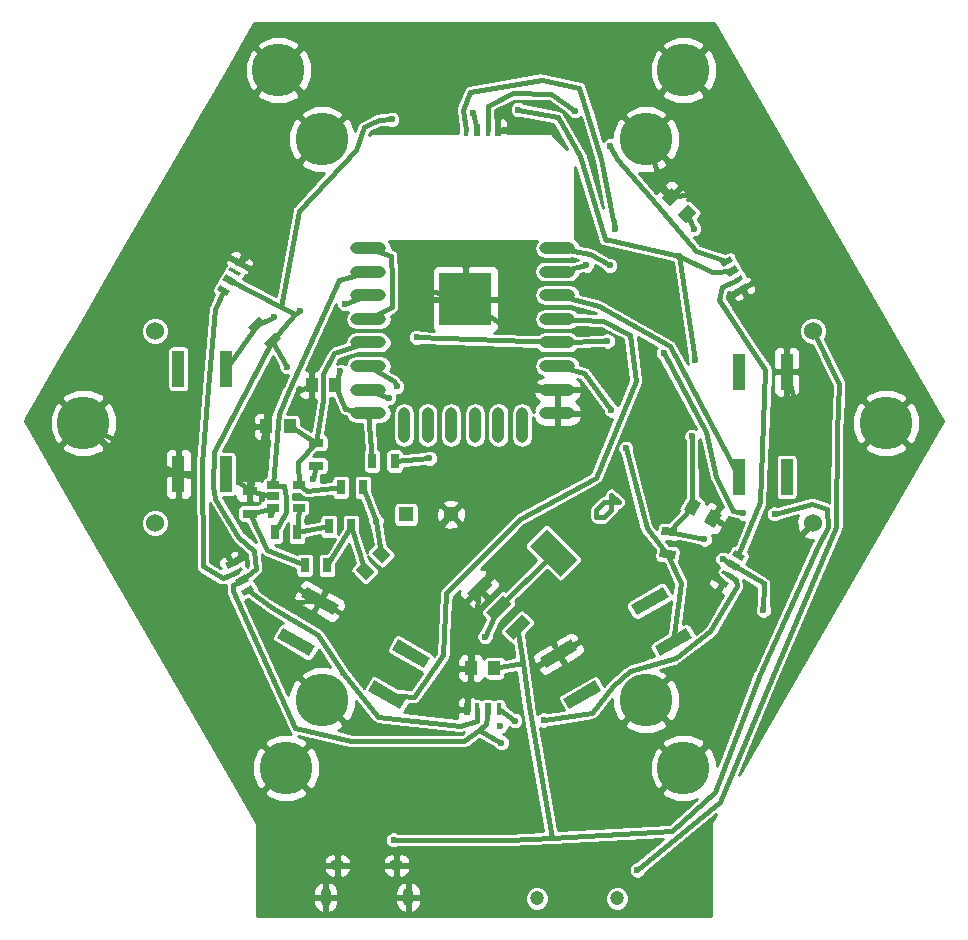
<source format=gtl>
G04 #@! TF.FileFunction,Copper,L1,Top,Signal*
%FSLAX46Y46*%
G04 Gerber Fmt 4.6, Leading zero omitted, Abs format (unit mm)*
G04 Created by KiCad (PCBNEW 4.0.2+dfsg1-stable) date Sun 09 Sep 2018 01:37:12 AM EDT*
%MOMM*%
G01*
G04 APERTURE LIST*
%ADD10C,0.100000*%
%ADD11O,3.000000X1.000000*%
%ADD12O,1.000000X3.000000*%
%ADD13R,1.000000X1.250000*%
%ADD14R,0.700000X1.300000*%
%ADD15R,1.300000X0.700000*%
%ADD16R,1.000000X3.100000*%
%ADD17O,0.900000X1.560000*%
%ADD18O,1.250000X0.850000*%
%ADD19C,1.200000*%
%ADD20R,0.450000X1.000000*%
%ADD21R,0.600000X1.000000*%
%ADD22R,0.350000X1.000000*%
%ADD23R,0.500000X1.000000*%
%ADD24R,1.060000X0.650000*%
%ADD25R,1.300000X1.300000*%
%ADD26C,1.300000*%
%ADD27C,1.524000*%
%ADD28C,4.470400*%
%ADD29R,4.470400X4.470400*%
%ADD30C,0.600000*%
%ADD31C,0.381000*%
%ADD32C,0.254000*%
G04 APERTURE END LIST*
D10*
D11*
X76836000Y-40434000D03*
X76836000Y-42434000D03*
X76836000Y-44434000D03*
X76836000Y-46434000D03*
X76836000Y-48434000D03*
X76836000Y-50434000D03*
X76836000Y-52434000D03*
X76836000Y-54434000D03*
D12*
X79836000Y-55434000D03*
X81836000Y-55434000D03*
X83836000Y-55434000D03*
X85836000Y-55434000D03*
X87836000Y-55434000D03*
X89836000Y-55434000D03*
D11*
X92836000Y-54434000D03*
X92836000Y-52434000D03*
X92836000Y-50434000D03*
X92836000Y-48434000D03*
X92836000Y-46434000D03*
X92836000Y-44434000D03*
X92836000Y-42434000D03*
X92836000Y-40434000D03*
D10*
G36*
X103508462Y-62621266D02*
X104133462Y-61538734D01*
X104999488Y-62038734D01*
X104374488Y-63121266D01*
X103508462Y-62621266D01*
X103508462Y-62621266D01*
G37*
G36*
X105240512Y-63621266D02*
X105865512Y-62538734D01*
X106731538Y-63038734D01*
X106106538Y-64121266D01*
X105240512Y-63621266D01*
X105240512Y-63621266D01*
G37*
G36*
X76597281Y-68558602D02*
X75713398Y-67674719D01*
X76420505Y-66967612D01*
X77304388Y-67851495D01*
X76597281Y-68558602D01*
X76597281Y-68558602D01*
G37*
G36*
X78011495Y-67144388D02*
X77127612Y-66260505D01*
X77834719Y-65553398D01*
X78718602Y-66437281D01*
X78011495Y-67144388D01*
X78011495Y-67144388D01*
G37*
D13*
X70170000Y-55550000D03*
X68170000Y-55550000D03*
D10*
G36*
X69408858Y-48069619D02*
X68489619Y-48988858D01*
X67994644Y-48493883D01*
X68913883Y-47574644D01*
X69408858Y-48069619D01*
X69408858Y-48069619D01*
G37*
G36*
X68065356Y-46726117D02*
X67146117Y-47645356D01*
X66651142Y-47150381D01*
X67570381Y-46231142D01*
X68065356Y-46726117D01*
X68065356Y-46726117D01*
G37*
G36*
X101700776Y-64053296D02*
X102995829Y-64166598D01*
X102934820Y-64863934D01*
X101639767Y-64750632D01*
X101700776Y-64053296D01*
X101700776Y-64053296D01*
G37*
G36*
X101535180Y-65946066D02*
X102830233Y-66059368D01*
X102769224Y-66756704D01*
X101474171Y-66643402D01*
X101535180Y-65946066D01*
X101535180Y-65946066D01*
G37*
D14*
X73472000Y-64008000D03*
X75372000Y-64008000D03*
X71440000Y-67310000D03*
X73340000Y-67310000D03*
X68900000Y-64516000D03*
X70800000Y-64516000D03*
X74488000Y-60706000D03*
X76388000Y-60706000D03*
D15*
X72390000Y-56962000D03*
X72390000Y-58862000D03*
X66802000Y-62926000D03*
X66802000Y-61026000D03*
D10*
G36*
X103740482Y-72591538D02*
X104240482Y-73457564D01*
X101555804Y-75007564D01*
X101055804Y-74141538D01*
X103740482Y-72591538D01*
X103740482Y-72591538D01*
G37*
G36*
X101740482Y-69127436D02*
X102240482Y-69993462D01*
X99555804Y-71543462D01*
X99055804Y-70677436D01*
X101740482Y-69127436D01*
X101740482Y-69127436D01*
G37*
G36*
X94024196Y-73582436D02*
X94524196Y-74448462D01*
X91839518Y-75998462D01*
X91339518Y-75132436D01*
X94024196Y-73582436D01*
X94024196Y-73582436D01*
G37*
G36*
X96024196Y-77046538D02*
X96524196Y-77912564D01*
X93839518Y-79462564D01*
X93339518Y-78596538D01*
X96024196Y-77046538D01*
X96024196Y-77046538D01*
G37*
D16*
X64738000Y-50663000D03*
X60738000Y-50663000D03*
X60738000Y-59573000D03*
X64738000Y-59573000D03*
X108236000Y-59827000D03*
X112236000Y-59827000D03*
X112236000Y-50917000D03*
X108236000Y-50917000D03*
D10*
G36*
X80015482Y-78596538D02*
X79515482Y-79462564D01*
X76830804Y-77912564D01*
X77330804Y-77046538D01*
X80015482Y-78596538D01*
X80015482Y-78596538D01*
G37*
G36*
X82015482Y-75132436D02*
X81515482Y-75998462D01*
X78830804Y-74448462D01*
X79330804Y-73582436D01*
X82015482Y-75132436D01*
X82015482Y-75132436D01*
G37*
G36*
X74299196Y-70677436D02*
X73799196Y-71543462D01*
X71114518Y-69993462D01*
X71614518Y-69127436D01*
X74299196Y-70677436D01*
X74299196Y-70677436D01*
G37*
G36*
X72299196Y-74141538D02*
X71799196Y-75007564D01*
X69114518Y-73457564D01*
X69614518Y-72591538D01*
X72299196Y-74141538D01*
X72299196Y-74141538D01*
G37*
D17*
X73208000Y-95410000D03*
X80208000Y-95410000D03*
D18*
X74208000Y-92710000D03*
X79208000Y-92710000D03*
D19*
X97888000Y-95510000D03*
X91088000Y-95510000D03*
D20*
X85085000Y-30472000D03*
D21*
X86060000Y-30472000D03*
D22*
X86935000Y-30472000D03*
D23*
X87760000Y-30472000D03*
D10*
G36*
X106587974Y-41618962D02*
X107454000Y-41118962D01*
X107679000Y-41508674D01*
X106812974Y-42008674D01*
X106587974Y-41618962D01*
X106587974Y-41618962D01*
G37*
G36*
X107037974Y-42398384D02*
X107904000Y-41898384D01*
X108204000Y-42418000D01*
X107337974Y-42918000D01*
X107037974Y-42398384D01*
X107037974Y-42398384D01*
G37*
G36*
X107537974Y-43264411D02*
X108404000Y-42764411D01*
X108579000Y-43067519D01*
X107712974Y-43567519D01*
X107537974Y-43264411D01*
X107537974Y-43264411D01*
G37*
G36*
X107912974Y-43913930D02*
X108779000Y-43413930D01*
X109029000Y-43846942D01*
X108162974Y-44346942D01*
X107912974Y-43913930D01*
X107912974Y-43913930D01*
G37*
G36*
X107833974Y-66018962D02*
X108700000Y-66518962D01*
X108475000Y-66908674D01*
X107608974Y-66408674D01*
X107833974Y-66018962D01*
X107833974Y-66018962D01*
G37*
G36*
X107383974Y-66798384D02*
X108250000Y-67298384D01*
X107950000Y-67818000D01*
X107083974Y-67318000D01*
X107383974Y-66798384D01*
X107383974Y-66798384D01*
G37*
G36*
X106883974Y-67664411D02*
X107750000Y-68164411D01*
X107575000Y-68467519D01*
X106708974Y-67967519D01*
X106883974Y-67664411D01*
X106883974Y-67664411D01*
G37*
G36*
X106508974Y-68313930D02*
X107375000Y-68813930D01*
X107125000Y-69246942D01*
X106258974Y-68746942D01*
X106508974Y-68313930D01*
X106508974Y-68313930D01*
G37*
D20*
X87889000Y-79510000D03*
D21*
X86914000Y-79510000D03*
D22*
X86039000Y-79510000D03*
D23*
X85214000Y-79510000D03*
D10*
G36*
X67148026Y-69379038D02*
X66282000Y-69879038D01*
X66057000Y-69489326D01*
X66923026Y-68989326D01*
X67148026Y-69379038D01*
X67148026Y-69379038D01*
G37*
G36*
X66698026Y-68599616D02*
X65832000Y-69099616D01*
X65532000Y-68580000D01*
X66398026Y-68080000D01*
X66698026Y-68599616D01*
X66698026Y-68599616D01*
G37*
G36*
X66198026Y-67733589D02*
X65332000Y-68233589D01*
X65157000Y-67930481D01*
X66023026Y-67430481D01*
X66198026Y-67733589D01*
X66198026Y-67733589D01*
G37*
G36*
X65823026Y-67084070D02*
X64957000Y-67584070D01*
X64707000Y-67151058D01*
X65573026Y-66651058D01*
X65823026Y-67084070D01*
X65823026Y-67084070D01*
G37*
G36*
X64886026Y-44471038D02*
X64020000Y-43971038D01*
X64245000Y-43581326D01*
X65111026Y-44081326D01*
X64886026Y-44471038D01*
X64886026Y-44471038D01*
G37*
G36*
X65336026Y-43691616D02*
X64470000Y-43191616D01*
X64770000Y-42672000D01*
X65636026Y-43172000D01*
X65336026Y-43691616D01*
X65336026Y-43691616D01*
G37*
G36*
X65836026Y-42825589D02*
X64970000Y-42325589D01*
X65145000Y-42022481D01*
X66011026Y-42522481D01*
X65836026Y-42825589D01*
X65836026Y-42825589D01*
G37*
G36*
X66211026Y-42176070D02*
X65345000Y-41676070D01*
X65595000Y-41243058D01*
X66461026Y-41743058D01*
X66211026Y-42176070D01*
X66211026Y-42176070D01*
G37*
D24*
X68750000Y-60518000D03*
X68750000Y-61468000D03*
X68750000Y-62418000D03*
X70950000Y-62418000D03*
X70950000Y-60518000D03*
D10*
G36*
X90493290Y-65670397D02*
X91930131Y-64233556D01*
X94516444Y-66819869D01*
X93079603Y-68256710D01*
X90493290Y-65670397D01*
X90493290Y-65670397D01*
G37*
G36*
X86757502Y-71274077D02*
X88194343Y-69837236D01*
X88912764Y-70555657D01*
X87475923Y-71992498D01*
X86757502Y-71274077D01*
X86757502Y-71274077D01*
G37*
G36*
X88373949Y-72890523D02*
X89810790Y-71453682D01*
X90529211Y-72172103D01*
X89092370Y-73608944D01*
X88373949Y-72890523D01*
X88373949Y-72890523D01*
G37*
G36*
X85141056Y-69657630D02*
X86577897Y-68220789D01*
X87296318Y-68939210D01*
X85859477Y-70376051D01*
X85141056Y-69657630D01*
X85141056Y-69657630D01*
G37*
D25*
X80010000Y-62992000D03*
D26*
X83810000Y-62992000D03*
D10*
G36*
X104626602Y-37448719D02*
X103742719Y-38332602D01*
X103035612Y-37625495D01*
X103919495Y-36741612D01*
X104626602Y-37448719D01*
X104626602Y-37448719D01*
G37*
G36*
X103212388Y-36034505D02*
X102328505Y-36918388D01*
X101621398Y-36211281D01*
X102505281Y-35327398D01*
X103212388Y-36034505D01*
X103212388Y-36034505D01*
G37*
D27*
X114464000Y-47498000D03*
X58764000Y-47498000D03*
X58764000Y-63754000D03*
X114464000Y-63754000D03*
D28*
X72898000Y-31242000D03*
X72898000Y-78740000D03*
X100330000Y-78740000D03*
X100330000Y-31242000D03*
D13*
X74025000Y-52070000D03*
X72025000Y-52070000D03*
D28*
X103505000Y-84455000D03*
X52705000Y-55245000D03*
X120650000Y-55245000D03*
X69850000Y-84455000D03*
X69215000Y-25400000D03*
X103505000Y-25400000D03*
D29*
X85050000Y-44760000D03*
D13*
X87500000Y-76020000D03*
X85500000Y-76020000D03*
D14*
X77140000Y-58480000D03*
X79040000Y-58480000D03*
D30*
X87980000Y-80940000D03*
X110260000Y-71100000D03*
X88090000Y-82330000D03*
X78810000Y-29540000D03*
X69920000Y-50490000D03*
X74460000Y-50890000D03*
X71030000Y-45770000D03*
X74840000Y-45170000D03*
X104220000Y-56380000D03*
X104500000Y-49960000D03*
X106850000Y-66790000D03*
X105280000Y-65080000D03*
X89510000Y-28730000D03*
X85710000Y-29020000D03*
X103130000Y-41160000D03*
X104380000Y-38790000D03*
X92330000Y-30290000D03*
X72840000Y-62000000D03*
X74570000Y-56440000D03*
X88850000Y-78150000D03*
X78870000Y-76810000D03*
X83710000Y-78090000D03*
X79270000Y-68980000D03*
X92150000Y-73030000D03*
X65880000Y-60260000D03*
X61760000Y-59730000D03*
X68780000Y-53630000D03*
X70940000Y-52550000D03*
X79630000Y-43530000D03*
X88640000Y-47330000D03*
X88470000Y-49620000D03*
X70140000Y-70450000D03*
X67850000Y-61710000D03*
X66070000Y-66410000D03*
X87050000Y-67990000D03*
X107430000Y-64090000D03*
X112930000Y-53530000D03*
X106450000Y-39170000D03*
X107500000Y-44610000D03*
X67350000Y-40570000D03*
X101600000Y-34925000D03*
X77470000Y-63530000D03*
X97720000Y-38790000D03*
X95250000Y-41910000D03*
X94330000Y-28830000D03*
X97290000Y-31800000D03*
X89230000Y-80450000D03*
X91660000Y-80410000D03*
X98630000Y-57400000D03*
X97410000Y-54170000D03*
X68840000Y-46250000D03*
X80910000Y-48000000D03*
X97060000Y-48310000D03*
X68610000Y-63010000D03*
X72110000Y-60010000D03*
X97260000Y-41910000D03*
X101820000Y-49340000D03*
X108550000Y-62870000D03*
X111230000Y-62950000D03*
X78960000Y-90550000D03*
X86700000Y-73340000D03*
X99590000Y-93100000D03*
X78560000Y-53110000D03*
X81980000Y-58250000D03*
X79240000Y-52160000D03*
D31*
X96125000Y-63240000D02*
X96125000Y-62605000D01*
X96125000Y-62605000D02*
X96760000Y-61970000D01*
X96760000Y-61970000D02*
X97395000Y-61970000D01*
X97395000Y-61970000D02*
X97395000Y-61335000D01*
X97395000Y-61335000D02*
X98030000Y-61970000D01*
X98030000Y-61970000D02*
X97395000Y-61970000D01*
X97395000Y-61970000D02*
X97395000Y-62605000D01*
X97395000Y-62605000D02*
X96760000Y-63240000D01*
X96760000Y-63240000D02*
X96125000Y-63240000D01*
X77140000Y-58480000D02*
X76836000Y-54434000D01*
X110260000Y-71100000D02*
X110300000Y-68840000D01*
X110300000Y-68840000D02*
X107666987Y-67308192D01*
X88090000Y-82330000D02*
X86154094Y-81248068D01*
X78810000Y-29540000D02*
X77710000Y-29585000D01*
X70940000Y-37300000D02*
X75805000Y-32125000D01*
X75805000Y-32125000D02*
X76440000Y-30220000D01*
X76440000Y-30220000D02*
X76948000Y-29966000D01*
X76948000Y-29966000D02*
X77710000Y-29585000D01*
X86914000Y-79510000D02*
X86810000Y-80750000D01*
X86810000Y-80750000D02*
X86154094Y-81248068D01*
X86154094Y-81248068D02*
X84940000Y-82170000D01*
X84940000Y-82170000D02*
X75330000Y-82170000D01*
X75330000Y-82170000D02*
X70630000Y-81080000D01*
X70630000Y-81080000D02*
X65350000Y-69480000D01*
X65350000Y-69480000D02*
X65390000Y-69000000D01*
X65390000Y-69000000D02*
X66115013Y-68589808D01*
X65810000Y-64880000D02*
X63870000Y-61660000D01*
X63870000Y-61660000D02*
X63650000Y-60620000D01*
X63650000Y-60620000D02*
X63720000Y-57740000D01*
X63720000Y-57740000D02*
X68701751Y-48281751D01*
X66115013Y-68589808D02*
X67280000Y-67640000D01*
X67280000Y-67640000D02*
X67160000Y-66090000D01*
X67160000Y-66090000D02*
X65810000Y-64880000D01*
X74025000Y-52070000D02*
X74870000Y-54060000D01*
X74870000Y-54060000D02*
X76836000Y-54434000D01*
X68701751Y-48281751D02*
X69920000Y-50490000D01*
X74460000Y-50890000D02*
X74025000Y-52070000D01*
X70583365Y-46027947D02*
X71030000Y-45770000D01*
X74840000Y-45170000D02*
X76836000Y-44434000D01*
X104253975Y-62330000D02*
X104220000Y-56380000D01*
X104500000Y-49960000D02*
X103130000Y-41160000D01*
X102317798Y-64458615D02*
X104253975Y-62330000D01*
X107666987Y-67308192D02*
X106850000Y-66790000D01*
X105280000Y-65080000D02*
X102317798Y-64458615D01*
X96850000Y-39702143D02*
X94710000Y-32610000D01*
X94710000Y-32610000D02*
X92880000Y-29380000D01*
X92880000Y-29380000D02*
X89510000Y-28730000D01*
X86060000Y-30472000D02*
X85710000Y-29020000D01*
X96970000Y-39730000D02*
X96850000Y-39702143D01*
X96850000Y-39702143D02*
X103130000Y-41160000D01*
X107620987Y-42408192D02*
X105960000Y-42470000D01*
X105960000Y-42470000D02*
X103130000Y-41160000D01*
X104380000Y-38790000D02*
X103831107Y-37537107D01*
X70940000Y-37300000D02*
X69430192Y-45434478D01*
X70583365Y-46027947D02*
X69430192Y-45434478D01*
X69430192Y-45434478D02*
X65053013Y-43181808D01*
X68701751Y-48281751D02*
X70583365Y-46027947D01*
X70583365Y-46027947D02*
X70590000Y-46020000D01*
X87760000Y-30472000D02*
X90700000Y-30010000D01*
X90700000Y-30010000D02*
X92330000Y-30290000D01*
X72840000Y-62000000D02*
X74400000Y-62420000D01*
X74570000Y-56440000D02*
X74570000Y-56410000D01*
X83710000Y-78090000D02*
X88850000Y-78150000D01*
X79270000Y-68980000D02*
X77670000Y-76020000D01*
X77670000Y-76020000D02*
X78870000Y-76810000D01*
X85322144Y-78190341D02*
X83710000Y-78090000D01*
X83810000Y-62992000D02*
X79270000Y-68980000D01*
X85214000Y-79510000D02*
X85322144Y-78190341D01*
X85322144Y-78190341D02*
X85500000Y-76020000D01*
X92931857Y-74790449D02*
X92150000Y-73030000D01*
X85500000Y-76020000D02*
X86218687Y-69298420D01*
X66802000Y-61026000D02*
X65880000Y-60260000D01*
X61760000Y-59730000D02*
X60738000Y-59573000D01*
X68170000Y-55550000D02*
X68780000Y-53630000D01*
X70940000Y-52550000D02*
X72025000Y-52070000D01*
X68170000Y-55550000D02*
X66802000Y-61026000D01*
X85050000Y-44760000D02*
X79630000Y-43530000D01*
X85050000Y-44760000D02*
X88640000Y-47330000D01*
X88470000Y-49620000D02*
X91070000Y-52140000D01*
X91070000Y-52140000D02*
X92836000Y-52434000D01*
X52705000Y-55245000D02*
X60738000Y-59573000D01*
X72706857Y-70335449D02*
X70140000Y-70450000D01*
X67821530Y-61257331D02*
X67850000Y-61710000D01*
X66070000Y-66410000D02*
X65265013Y-67117564D01*
X68750000Y-61468000D02*
X67821530Y-61257331D01*
X67821530Y-61257331D02*
X66802000Y-61026000D01*
X86218687Y-69298420D02*
X87050000Y-67990000D01*
X92836000Y-52434000D02*
X92836000Y-54434000D01*
X106816987Y-68780436D02*
X106000000Y-67730000D01*
X106000000Y-67730000D02*
X105950000Y-65830000D01*
X105950000Y-65830000D02*
X107430000Y-64090000D01*
X107430000Y-64090000D02*
X105986025Y-63330000D01*
X112236000Y-50917000D02*
X112930000Y-53530000D01*
X102416893Y-36122893D02*
X104160000Y-35870000D01*
X104160000Y-35870000D02*
X105390000Y-36770000D01*
X105390000Y-36770000D02*
X106450000Y-39170000D01*
X107500000Y-44610000D02*
X108470987Y-43880436D01*
X65903013Y-41709564D02*
X67350000Y-40570000D01*
X100330000Y-31242000D02*
X101600000Y-34925000D01*
X101600000Y-34925000D02*
X102416893Y-36122893D01*
X73340000Y-67310000D02*
X75372000Y-64008000D01*
X75372000Y-64008000D02*
X76508893Y-67763107D01*
X77470000Y-63530000D02*
X77923107Y-66348893D01*
X77470000Y-63530000D02*
X76388000Y-60706000D01*
X76836000Y-48434000D02*
X73940000Y-49350000D01*
X73940000Y-49350000D02*
X73000000Y-51070000D01*
X73000000Y-51070000D02*
X73000000Y-53330000D01*
X73000000Y-53330000D02*
X72390000Y-56962000D01*
X70170000Y-55550000D02*
X71602731Y-56461269D01*
X71602731Y-56461269D02*
X72390000Y-56962000D01*
X70950000Y-60518000D02*
X71590000Y-61010000D01*
X71590000Y-61010000D02*
X74488000Y-60706000D01*
X70950000Y-60518000D02*
X70830000Y-58570000D01*
X70830000Y-58570000D02*
X72390000Y-56962000D01*
X96560000Y-32930000D02*
X94700000Y-26880000D01*
X94700000Y-26880000D02*
X91560000Y-26190000D01*
X91560000Y-26190000D02*
X85460000Y-27220000D01*
X85460000Y-27220000D02*
X84830000Y-28760000D01*
X84830000Y-28760000D02*
X85085000Y-30472000D01*
X97720000Y-38790000D02*
X97599922Y-38160155D01*
X97599922Y-38160155D02*
X97599922Y-38160154D01*
X97599922Y-38160154D02*
X97510000Y-38070000D01*
X97510000Y-38070000D02*
X96560000Y-32930000D01*
X92836000Y-42434000D02*
X95250000Y-41910000D01*
X86935000Y-30472000D02*
X86950000Y-28390000D01*
X86950000Y-28390000D02*
X89040000Y-27350000D01*
X89040000Y-27350000D02*
X92310000Y-27380000D01*
X92310000Y-27380000D02*
X94330000Y-28830000D01*
X97290000Y-31800000D02*
X97860000Y-32940000D01*
X97860000Y-32940000D02*
X100720000Y-36170000D01*
X100720000Y-36170000D02*
X104570000Y-40700000D01*
X104570000Y-40700000D02*
X107133487Y-41563818D01*
X108058487Y-43165965D02*
X106780000Y-43720000D01*
X106780000Y-43720000D02*
X106480000Y-44820000D01*
X106480000Y-44820000D02*
X107210000Y-45830000D01*
X107210000Y-45830000D02*
X108460000Y-47780000D01*
X108460000Y-47780000D02*
X110450000Y-50790000D01*
X110450000Y-50790000D02*
X109970000Y-61940000D01*
X109970000Y-61940000D02*
X108154487Y-66463818D01*
X87889000Y-79510000D02*
X89230000Y-80450000D01*
X91660000Y-80410000D02*
X95770000Y-79780000D01*
X95770000Y-79780000D02*
X97540000Y-77560000D01*
X97540000Y-77560000D02*
X99000000Y-76280000D01*
X99000000Y-76280000D02*
X100500000Y-75790000D01*
X100500000Y-75790000D02*
X102860000Y-75120000D01*
X102860000Y-75120000D02*
X105790000Y-72910000D01*
X105790000Y-72910000D02*
X108030000Y-69070000D01*
X108030000Y-69070000D02*
X107960000Y-68570000D01*
X107960000Y-68570000D02*
X107229487Y-68065965D01*
X74660000Y-76420000D02*
X72560000Y-73200000D01*
X72560000Y-73200000D02*
X68590000Y-70830000D01*
X68590000Y-70830000D02*
X66602513Y-69434182D01*
X86039000Y-79510000D02*
X86010000Y-80470000D01*
X86010000Y-80470000D02*
X84580000Y-80880000D01*
X84580000Y-80880000D02*
X77650000Y-80130000D01*
X77650000Y-80130000D02*
X74660000Y-76420000D01*
X74660000Y-76420000D02*
X74630000Y-76390000D01*
X62810000Y-67400000D02*
X62740000Y-58660000D01*
X62740000Y-58660000D02*
X63280000Y-52330000D01*
X63280000Y-52330000D02*
X63860000Y-45570000D01*
X63860000Y-45570000D02*
X64565513Y-44026182D01*
X65677513Y-67832035D02*
X64500000Y-68400000D01*
X64500000Y-68400000D02*
X62810000Y-67400000D01*
X76836000Y-46434000D02*
X78810000Y-45460000D01*
X78810000Y-45460000D02*
X78820000Y-43020000D01*
X78820000Y-43020000D02*
X78750000Y-41090000D01*
X78750000Y-41090000D02*
X76836000Y-40434000D01*
X76836000Y-42434000D02*
X74350000Y-43140000D01*
X74350000Y-43140000D02*
X70120000Y-52430000D01*
X70120000Y-52430000D02*
X69270000Y-54480000D01*
X69270000Y-54480000D02*
X69200000Y-55350000D01*
X69200000Y-55350000D02*
X68750000Y-60518000D01*
X68900000Y-64516000D02*
X69860000Y-62780000D01*
X69860000Y-62780000D02*
X69860000Y-61530000D01*
X69860000Y-61530000D02*
X69710000Y-60600000D01*
X69710000Y-60600000D02*
X68750000Y-60518000D01*
X102152202Y-66351385D02*
X100380000Y-64170000D01*
X100380000Y-64170000D02*
X98630000Y-57400000D01*
X97410000Y-54170000D02*
X95120000Y-51040000D01*
X95120000Y-51040000D02*
X92836000Y-50434000D01*
X102152202Y-66351385D02*
X103290000Y-68780000D01*
X103290000Y-68780000D02*
X102648143Y-73799551D01*
X67358249Y-46938249D02*
X68840000Y-46250000D01*
X80910000Y-48000000D02*
X92836000Y-48434000D01*
X97060000Y-48310000D02*
X92836000Y-48434000D01*
X67358249Y-46938249D02*
X64738000Y-50663000D01*
X92836000Y-46434000D02*
X96700000Y-46600000D01*
X96700000Y-46600000D02*
X98980000Y-47780000D01*
X98980000Y-47780000D02*
X99480000Y-51660000D01*
X99480000Y-51660000D02*
X96090000Y-59890000D01*
X96090000Y-59890000D02*
X89650000Y-63400000D01*
X89650000Y-63400000D02*
X83440000Y-69680000D01*
X83440000Y-69680000D02*
X83170000Y-74940000D01*
X83170000Y-74940000D02*
X80730000Y-78450000D01*
X80730000Y-78450000D02*
X78423143Y-78254551D01*
X92836000Y-44434000D02*
X96340000Y-45390000D01*
X96340000Y-45390000D02*
X102340000Y-48770000D01*
X102340000Y-48770000D02*
X108236000Y-59827000D01*
X70800000Y-64516000D02*
X73472000Y-64008000D01*
X70800000Y-64516000D02*
X70950000Y-62418000D01*
X71440000Y-67310000D02*
X68270000Y-66000000D01*
X68270000Y-66000000D02*
X66802000Y-62926000D01*
X68750000Y-62418000D02*
X68610000Y-63010000D01*
X72110000Y-60010000D02*
X72390000Y-58862000D01*
X66802000Y-62926000D02*
X68750000Y-62418000D01*
X92836000Y-40434000D02*
X95630000Y-40990000D01*
X95630000Y-40990000D02*
X97260000Y-41910000D01*
X87500000Y-76020000D02*
X89884165Y-75610000D01*
X89884165Y-75610000D02*
X89884165Y-75609998D01*
X89451580Y-72531313D02*
X89884165Y-75609998D01*
X89884165Y-75609998D02*
X90390000Y-79210000D01*
X90390000Y-79210000D02*
X92348676Y-90380575D01*
X101820000Y-49340000D02*
X105390000Y-55990000D01*
X105390000Y-55990000D02*
X106280000Y-59790000D01*
X106280000Y-59790000D02*
X107710000Y-62730000D01*
X107710000Y-62730000D02*
X108550000Y-62870000D01*
X111230000Y-62950000D02*
X114390000Y-62140000D01*
X114390000Y-62140000D02*
X115620000Y-62560000D01*
X115620000Y-62560000D02*
X115760000Y-64040000D01*
X115760000Y-64040000D02*
X114860000Y-65700000D01*
X114860000Y-65700000D02*
X110000000Y-76500000D01*
X110000000Y-76500000D02*
X106170000Y-86540000D01*
X106170000Y-86540000D02*
X102560000Y-89830000D01*
X102560000Y-89830000D02*
X92348676Y-90380575D01*
X92348676Y-90380575D02*
X88650000Y-90580000D01*
X88650000Y-90580000D02*
X78960000Y-90550000D01*
X86700000Y-73340000D02*
X87835133Y-70914867D01*
X87835133Y-70914867D02*
X92504867Y-66245133D01*
X114464000Y-47498000D02*
X116670000Y-51970000D01*
X116670000Y-51970000D02*
X116510000Y-55940000D01*
X116510000Y-55940000D02*
X116450000Y-64090000D01*
X116450000Y-64090000D02*
X110970000Y-76840000D01*
X110970000Y-76840000D02*
X106580000Y-87340000D01*
X106580000Y-87340000D02*
X99590000Y-93100000D01*
X76836000Y-52434000D02*
X78560000Y-53110000D01*
X79040000Y-58480000D02*
X81980000Y-58250000D01*
X76836000Y-50434000D02*
X78990000Y-51740000D01*
X78990000Y-51740000D02*
X79240000Y-52160000D01*
D32*
G36*
X106054208Y-21415157D02*
X125500126Y-55096474D01*
X108207489Y-85048200D01*
X111538519Y-77081044D01*
X117017318Y-64333836D01*
X117017702Y-64332030D01*
X117018741Y-64330500D01*
X117042760Y-64214225D01*
X117067446Y-64098172D01*
X117067109Y-64096355D01*
X117067483Y-64094546D01*
X117117579Y-57289787D01*
X118784818Y-57289787D01*
X119034253Y-57684951D01*
X120090973Y-58117541D01*
X121232800Y-58112812D01*
X122265747Y-57684951D01*
X122515182Y-57289787D01*
X120650000Y-55424605D01*
X118784818Y-57289787D01*
X117117579Y-57289787D01*
X117127408Y-55954714D01*
X117178541Y-54685973D01*
X117777459Y-54685973D01*
X117782188Y-55827800D01*
X118210049Y-56860747D01*
X118605213Y-57110182D01*
X120470395Y-55245000D01*
X120829605Y-55245000D01*
X122694787Y-57110182D01*
X123089951Y-56860747D01*
X123522541Y-55804027D01*
X123517812Y-54662200D01*
X123089951Y-53629253D01*
X122694787Y-53379818D01*
X120829605Y-55245000D01*
X120470395Y-55245000D01*
X118605213Y-53379818D01*
X118210049Y-53629253D01*
X117777459Y-54685973D01*
X117178541Y-54685973D01*
X117238420Y-53200213D01*
X118784818Y-53200213D01*
X120650000Y-55065395D01*
X122515182Y-53200213D01*
X122265747Y-52805049D01*
X121209027Y-52372459D01*
X120067200Y-52377188D01*
X119034253Y-52805049D01*
X118784818Y-53200213D01*
X117238420Y-53200213D01*
X117286999Y-51994866D01*
X117281869Y-51962266D01*
X117286174Y-51929541D01*
X117263287Y-51844165D01*
X117249549Y-51756858D01*
X117232333Y-51728700D01*
X117223787Y-51696822D01*
X115477713Y-48157183D01*
X115652793Y-47735544D01*
X115653206Y-47262531D01*
X115472573Y-46825365D01*
X115138394Y-46490603D01*
X114701544Y-46309207D01*
X114228531Y-46308794D01*
X113791365Y-46489427D01*
X113456603Y-46823606D01*
X113275207Y-47260456D01*
X113274794Y-47733469D01*
X113455427Y-48170635D01*
X113789606Y-48505397D01*
X114226456Y-48686793D01*
X114361936Y-48686911D01*
X116046671Y-52102203D01*
X115893001Y-55915134D01*
X115894607Y-55925338D01*
X115892517Y-55935454D01*
X115847928Y-61992086D01*
X115819542Y-61975629D01*
X114589541Y-61555629D01*
X114532010Y-61547949D01*
X114477252Y-61528695D01*
X114413755Y-61532164D01*
X114350723Y-61523750D01*
X114294632Y-61538672D01*
X114236674Y-61541838D01*
X111452942Y-62255389D01*
X111375244Y-62223126D01*
X111086025Y-62222874D01*
X110818725Y-62333320D01*
X110614039Y-62537650D01*
X110503126Y-62804756D01*
X110502874Y-63093975D01*
X110613320Y-63361275D01*
X110817650Y-63565961D01*
X111084756Y-63676874D01*
X111373975Y-63677126D01*
X111641275Y-63566680D01*
X111755353Y-63452801D01*
X113222372Y-63076761D01*
X113054856Y-63546302D01*
X113082638Y-64101368D01*
X113241603Y-64485143D01*
X113483787Y-64554608D01*
X114284395Y-63754000D01*
X114270253Y-63739858D01*
X114449858Y-63560253D01*
X114464000Y-63574395D01*
X114478143Y-63560253D01*
X114657748Y-63739858D01*
X114643605Y-63754000D01*
X114657748Y-63768143D01*
X114478143Y-63947748D01*
X114464000Y-63933605D01*
X113663392Y-64734213D01*
X113732857Y-64976397D01*
X114256302Y-65163144D01*
X114454014Y-65153248D01*
X114317151Y-65405684D01*
X114310307Y-65427772D01*
X114296889Y-65446599D01*
X109436888Y-76246600D01*
X109432781Y-76264423D01*
X109423054Y-76279910D01*
X106374466Y-84271509D01*
X106372812Y-83872200D01*
X105944951Y-82839253D01*
X105549787Y-82589818D01*
X103684605Y-84455000D01*
X103698748Y-84469143D01*
X103519143Y-84648748D01*
X103505000Y-84634605D01*
X101639818Y-86499787D01*
X101889253Y-86894951D01*
X102945973Y-87327541D01*
X104087800Y-87322812D01*
X104649705Y-87090063D01*
X102306837Y-89225254D01*
X92862310Y-89734484D01*
X91838571Y-83895973D01*
X100632459Y-83895973D01*
X100637188Y-85037800D01*
X101065049Y-86070747D01*
X101460213Y-86320182D01*
X103325395Y-84455000D01*
X101460213Y-82589818D01*
X101065049Y-82839253D01*
X100632459Y-83895973D01*
X91838571Y-83895973D01*
X91578054Y-82410213D01*
X101639818Y-82410213D01*
X103505000Y-84275395D01*
X105370182Y-82410213D01*
X105120747Y-82015049D01*
X104064027Y-81582459D01*
X102922200Y-81587188D01*
X101889253Y-82015049D01*
X101639818Y-82410213D01*
X91578054Y-82410213D01*
X91342221Y-81065231D01*
X91514756Y-81136874D01*
X91803975Y-81137126D01*
X92071275Y-81026680D01*
X92136377Y-80961691D01*
X93290465Y-80784787D01*
X98464818Y-80784787D01*
X98714253Y-81179951D01*
X99770973Y-81612541D01*
X100912800Y-81607812D01*
X101945747Y-81179951D01*
X102195182Y-80784787D01*
X100330000Y-78919605D01*
X98464818Y-80784787D01*
X93290465Y-80784787D01*
X95863560Y-80390371D01*
X95965465Y-80353352D01*
X96068755Y-80320419D01*
X96078289Y-80312366D01*
X96090017Y-80308106D01*
X96169989Y-80234915D01*
X96252822Y-80164953D01*
X97459408Y-78651608D01*
X97462188Y-79322800D01*
X97890049Y-80355747D01*
X98285213Y-80605182D01*
X100150395Y-78740000D01*
X100509605Y-78740000D01*
X102374787Y-80605182D01*
X102769951Y-80355747D01*
X103202541Y-79299027D01*
X103197812Y-78157200D01*
X102769951Y-77124253D01*
X102374787Y-76874818D01*
X100509605Y-78740000D01*
X100150395Y-78740000D01*
X100136253Y-78725858D01*
X100315858Y-78546253D01*
X100330000Y-78560395D01*
X102195182Y-76695213D01*
X101945747Y-76300049D01*
X101543895Y-76135543D01*
X103028643Y-75714025D01*
X103129650Y-75662339D01*
X103231845Y-75612989D01*
X106161845Y-73402988D01*
X106162640Y-73402097D01*
X106163714Y-73401573D01*
X106242720Y-73312293D01*
X106322199Y-73223163D01*
X106322593Y-73222033D01*
X106323383Y-73221140D01*
X108563383Y-69381140D01*
X108590944Y-69301127D01*
X108627749Y-69224926D01*
X108629856Y-69188161D01*
X108641851Y-69153339D01*
X108636694Y-69068869D01*
X108641536Y-68984385D01*
X108581358Y-68554541D01*
X109676183Y-69191477D01*
X109649804Y-70681895D01*
X109644039Y-70687650D01*
X109533126Y-70954756D01*
X109532874Y-71243975D01*
X109643320Y-71511275D01*
X109847650Y-71715961D01*
X110114756Y-71826874D01*
X110403975Y-71827126D01*
X110671275Y-71716680D01*
X110875961Y-71512350D01*
X110986874Y-71245244D01*
X110987126Y-70956025D01*
X110884539Y-70707745D01*
X110917403Y-68850927D01*
X110902272Y-68767136D01*
X110896984Y-68682154D01*
X110881039Y-68649548D01*
X110874588Y-68613826D01*
X110828544Y-68542204D01*
X110791137Y-68465712D01*
X110763924Y-68441688D01*
X110744297Y-68411157D01*
X110674349Y-68362607D01*
X110610518Y-68306254D01*
X108760524Y-67229983D01*
X108852037Y-67126356D01*
X109077037Y-66736644D01*
X109130370Y-66584720D01*
X109122047Y-66412101D01*
X109047221Y-66256321D01*
X108940836Y-66162372D01*
X110543072Y-62169988D01*
X110562249Y-62067685D01*
X110586929Y-61966558D01*
X110745761Y-58277000D01*
X111300635Y-58277000D01*
X111300635Y-61377000D01*
X111330409Y-61535237D01*
X111423927Y-61680567D01*
X111566619Y-61778064D01*
X111736000Y-61812365D01*
X112736000Y-61812365D01*
X112894237Y-61782591D01*
X113039567Y-61689073D01*
X113137064Y-61546381D01*
X113171365Y-61377000D01*
X113171365Y-58277000D01*
X113141591Y-58118763D01*
X113048073Y-57973433D01*
X112905381Y-57875936D01*
X112736000Y-57841635D01*
X111736000Y-57841635D01*
X111577763Y-57871409D01*
X111432433Y-57964927D01*
X111334936Y-58107619D01*
X111300635Y-58277000D01*
X110745761Y-58277000D01*
X111050303Y-51202750D01*
X111101000Y-51202750D01*
X111101000Y-52593309D01*
X111197673Y-52826698D01*
X111376301Y-53005327D01*
X111609690Y-53102000D01*
X111950250Y-53102000D01*
X112109000Y-52943250D01*
X112109000Y-51044000D01*
X112363000Y-51044000D01*
X112363000Y-52943250D01*
X112521750Y-53102000D01*
X112862310Y-53102000D01*
X113095699Y-53005327D01*
X113274327Y-52826698D01*
X113371000Y-52593309D01*
X113371000Y-51202750D01*
X113212250Y-51044000D01*
X112363000Y-51044000D01*
X112109000Y-51044000D01*
X111259750Y-51044000D01*
X111101000Y-51202750D01*
X111050303Y-51202750D01*
X111066929Y-50816558D01*
X111055862Y-50744947D01*
X111056217Y-50672494D01*
X111037637Y-50627010D01*
X111030132Y-50578448D01*
X110992503Y-50516523D01*
X110965103Y-50449449D01*
X110165958Y-49240691D01*
X111101000Y-49240691D01*
X111101000Y-50631250D01*
X111259750Y-50790000D01*
X112109000Y-50790000D01*
X112109000Y-48890750D01*
X112363000Y-48890750D01*
X112363000Y-50790000D01*
X113212250Y-50790000D01*
X113371000Y-50631250D01*
X113371000Y-49240691D01*
X113274327Y-49007302D01*
X113095699Y-48828673D01*
X112862310Y-48732000D01*
X112521750Y-48732000D01*
X112363000Y-48890750D01*
X112109000Y-48890750D01*
X111950250Y-48732000D01*
X111609690Y-48732000D01*
X111376301Y-48828673D01*
X111197673Y-49007302D01*
X111101000Y-49240691D01*
X110165958Y-49240691D01*
X108977494Y-47443065D01*
X107729860Y-45496756D01*
X107717741Y-45484167D01*
X107710464Y-45468279D01*
X107153436Y-44697597D01*
X107154506Y-44693671D01*
X107629923Y-44693671D01*
X107676203Y-44773829D01*
X107876618Y-44927613D01*
X108120629Y-44992997D01*
X108371087Y-44960023D01*
X108589861Y-44833714D01*
X108666020Y-44789743D01*
X108724127Y-44572887D01*
X108423502Y-44052189D01*
X107688030Y-44476814D01*
X107629923Y-44693671D01*
X107154506Y-44693671D01*
X107297696Y-44168644D01*
X107320975Y-44158556D01*
X107346173Y-44202201D01*
X107563030Y-44260308D01*
X108143473Y-43925189D01*
X108643472Y-43925189D01*
X108944097Y-44445887D01*
X109160954Y-44503993D01*
X109237113Y-44460023D01*
X109455887Y-44333713D01*
X109609672Y-44133298D01*
X109675054Y-43889286D01*
X109642080Y-43638829D01*
X109595801Y-43558671D01*
X109378944Y-43500564D01*
X108643472Y-43925189D01*
X108143473Y-43925189D01*
X108298502Y-43835683D01*
X108287502Y-43816630D01*
X108507472Y-43689630D01*
X108518472Y-43708683D01*
X109253944Y-43284058D01*
X109312051Y-43067201D01*
X109265771Y-42987043D01*
X109065356Y-42833259D01*
X108924707Y-42795571D01*
X108781037Y-42546728D01*
X108676134Y-42424579D01*
X108633115Y-42402433D01*
X108636023Y-42364157D01*
X108581037Y-42200318D01*
X108281037Y-41680702D01*
X108176134Y-41558552D01*
X108105891Y-41522391D01*
X108111023Y-41454831D01*
X108056037Y-41290992D01*
X107831037Y-40901280D01*
X107726134Y-40779130D01*
X107572480Y-40700029D01*
X107400157Y-40686939D01*
X107236318Y-40741925D01*
X107012186Y-40871328D01*
X104929559Y-40169545D01*
X104374965Y-39516996D01*
X104523975Y-39517126D01*
X104791275Y-39406680D01*
X104995961Y-39202350D01*
X105106874Y-38935244D01*
X105107126Y-38646025D01*
X104996680Y-38378725D01*
X104792350Y-38174039D01*
X104782518Y-38169956D01*
X104702869Y-37988152D01*
X104934452Y-37756569D01*
X105025288Y-37623625D01*
X105061925Y-37454733D01*
X105029968Y-37284894D01*
X104934452Y-37140869D01*
X104227345Y-36433762D01*
X104094401Y-36342926D01*
X103925509Y-36306289D01*
X103775434Y-36334527D01*
X103847388Y-36160814D01*
X103847388Y-35908195D01*
X103750715Y-35674806D01*
X103509903Y-35433994D01*
X103285397Y-35433994D01*
X102596498Y-36122893D01*
X102610641Y-36137035D01*
X102431035Y-36316641D01*
X102416893Y-36302498D01*
X102402751Y-36316641D01*
X102223146Y-36137036D01*
X102237288Y-36122893D01*
X101636777Y-35522383D01*
X101412271Y-35522383D01*
X101178414Y-35756240D01*
X100613526Y-35118271D01*
X101816383Y-35118271D01*
X101816383Y-35342777D01*
X102416893Y-35943288D01*
X103105792Y-35254389D01*
X103105792Y-35029883D01*
X102864980Y-34789071D01*
X102631591Y-34692398D01*
X102378972Y-34692398D01*
X102145583Y-34789070D01*
X101966955Y-34967699D01*
X101816383Y-35118271D01*
X100613526Y-35118271D01*
X99698506Y-34084875D01*
X99770973Y-34114541D01*
X100912800Y-34109812D01*
X101945747Y-33681951D01*
X102195182Y-33286787D01*
X100330000Y-31421605D01*
X100315858Y-31435748D01*
X100136253Y-31256143D01*
X100150395Y-31242000D01*
X100509605Y-31242000D01*
X102374787Y-33107182D01*
X102769951Y-32857747D01*
X103202541Y-31801027D01*
X103197812Y-30659200D01*
X102769951Y-29626253D01*
X102374787Y-29376818D01*
X100509605Y-31242000D01*
X100150395Y-31242000D01*
X98285213Y-29376818D01*
X97890049Y-29626253D01*
X97457459Y-30682973D01*
X97459116Y-31083039D01*
X97435244Y-31073126D01*
X97146025Y-31072874D01*
X96878725Y-31183320D01*
X96718272Y-31343494D01*
X96058424Y-29197213D01*
X98464818Y-29197213D01*
X100330000Y-31062395D01*
X102195182Y-29197213D01*
X101945747Y-28802049D01*
X100889027Y-28369459D01*
X99747200Y-28374188D01*
X98714253Y-28802049D01*
X98464818Y-29197213D01*
X96058424Y-29197213D01*
X95519662Y-27444787D01*
X101639818Y-27444787D01*
X101889253Y-27839951D01*
X102945973Y-28272541D01*
X104087800Y-28267812D01*
X105120747Y-27839951D01*
X105370182Y-27444787D01*
X103505000Y-25579605D01*
X101639818Y-27444787D01*
X95519662Y-27444787D01*
X95290236Y-26698539D01*
X95250588Y-26625025D01*
X95220176Y-26547250D01*
X95193883Y-26519886D01*
X95175865Y-26486478D01*
X95111105Y-26433736D01*
X95053242Y-26373516D01*
X95018473Y-26358295D01*
X94989047Y-26334329D01*
X94909039Y-26310385D01*
X94832530Y-26276890D01*
X91692531Y-25586890D01*
X91574832Y-25584540D01*
X91457189Y-25581119D01*
X85357189Y-26611119D01*
X85290797Y-26636384D01*
X85221197Y-26650546D01*
X85179276Y-26678823D01*
X85132006Y-26696811D01*
X85080339Y-26745558D01*
X85021453Y-26785278D01*
X84993540Y-26827452D01*
X84956758Y-26862155D01*
X84927680Y-26926960D01*
X84888475Y-26986194D01*
X84258475Y-28526194D01*
X84249965Y-28569980D01*
X84230915Y-28610319D01*
X84227186Y-28687178D01*
X84212506Y-28762705D01*
X84221400Y-28806415D01*
X84219238Y-28850972D01*
X84424635Y-30229951D01*
X84424635Y-30728000D01*
X77075000Y-30728000D01*
X77027211Y-30737334D01*
X76985197Y-30765197D01*
X76871157Y-30879237D01*
X76944928Y-30657922D01*
X77867636Y-30196568D01*
X78439137Y-30173188D01*
X78664756Y-30266874D01*
X78953975Y-30267126D01*
X79221275Y-30156680D01*
X79425961Y-29952350D01*
X79536874Y-29685244D01*
X79537126Y-29396025D01*
X79426680Y-29128725D01*
X79222350Y-28924039D01*
X78955244Y-28813126D01*
X78666025Y-28812874D01*
X78398725Y-28923320D01*
X78382547Y-28939470D01*
X77684760Y-28968016D01*
X77675589Y-28970233D01*
X77666226Y-28969053D01*
X77558808Y-28998470D01*
X77450572Y-29024640D01*
X77442947Y-29030199D01*
X77433846Y-29032691D01*
X76671847Y-29413690D01*
X76671845Y-29413691D01*
X76163846Y-29667691D01*
X76053273Y-29753507D01*
X75973507Y-29815413D01*
X75854188Y-30024730D01*
X75697595Y-30494509D01*
X75337951Y-29626253D01*
X74942787Y-29376818D01*
X73077605Y-31242000D01*
X73091748Y-31256143D01*
X72912143Y-31435748D01*
X72898000Y-31421605D01*
X71032818Y-33286787D01*
X71282253Y-33681951D01*
X72338973Y-34114541D01*
X73090039Y-34111430D01*
X70490094Y-36877045D01*
X70460805Y-36923951D01*
X70422207Y-36963552D01*
X70397613Y-37025152D01*
X70362483Y-37081412D01*
X70353374Y-37135955D01*
X70332869Y-37187313D01*
X68974566Y-44505519D01*
X66188128Y-43071508D01*
X66213063Y-43043272D01*
X66356733Y-42794429D01*
X66497382Y-42756741D01*
X66697797Y-42602957D01*
X66744077Y-42522799D01*
X66685970Y-42305942D01*
X65950498Y-41881317D01*
X65939498Y-41900370D01*
X65719528Y-41773370D01*
X65730528Y-41754317D01*
X65575500Y-41664811D01*
X66075498Y-41664811D01*
X66810970Y-42089436D01*
X67027827Y-42031329D01*
X67074106Y-41951171D01*
X67107080Y-41700714D01*
X67041698Y-41456702D01*
X66887913Y-41256287D01*
X66669139Y-41129977D01*
X66592980Y-41086007D01*
X66376123Y-41144113D01*
X66075498Y-41664811D01*
X65575500Y-41664811D01*
X64995056Y-41329692D01*
X64778199Y-41387799D01*
X64731920Y-41467957D01*
X64698946Y-41718414D01*
X64736633Y-41859064D01*
X64592963Y-42107906D01*
X64539630Y-42259831D01*
X64541960Y-42308159D01*
X64507359Y-42324779D01*
X64392963Y-42454318D01*
X64092963Y-42973934D01*
X64039630Y-43125858D01*
X64043435Y-43204768D01*
X63982359Y-43234105D01*
X63867963Y-43363644D01*
X63642963Y-43753356D01*
X63589630Y-43905280D01*
X63597953Y-44077899D01*
X63672779Y-44233679D01*
X63757552Y-44308542D01*
X63298368Y-45313338D01*
X63274097Y-45415929D01*
X63244760Y-45517213D01*
X62664760Y-52277213D01*
X62664777Y-52277367D01*
X62664735Y-52277513D01*
X62124735Y-58607513D01*
X62127961Y-58636396D01*
X62122520Y-58664945D01*
X62192520Y-67404945D01*
X62207756Y-67478461D01*
X62211864Y-67553425D01*
X62231980Y-67595341D01*
X62241415Y-67640868D01*
X62283622Y-67702953D01*
X62316107Y-67770644D01*
X62350736Y-67801675D01*
X62376873Y-67840121D01*
X62439626Y-67881328D01*
X62495542Y-67931434D01*
X64185541Y-68931434D01*
X64243494Y-68951801D01*
X64296416Y-68982974D01*
X64356039Y-68991354D01*
X64412849Y-69011319D01*
X64474180Y-69007958D01*
X64535008Y-69016507D01*
X64593308Y-69001430D01*
X64653425Y-68998135D01*
X64708797Y-68971562D01*
X64768270Y-68956181D01*
X64774252Y-68953296D01*
X64734633Y-69428719D01*
X64738771Y-69465116D01*
X64732866Y-69501268D01*
X64752268Y-69583834D01*
X64761850Y-69668114D01*
X64779603Y-69700160D01*
X64787982Y-69735815D01*
X70067981Y-81335815D01*
X70091671Y-81368754D01*
X70106006Y-81406704D01*
X70161398Y-81465705D01*
X70208658Y-81531417D01*
X70243148Y-81552782D01*
X70270917Y-81582360D01*
X70272389Y-81583025D01*
X69267200Y-81587188D01*
X68234253Y-82015049D01*
X67984818Y-82410213D01*
X69850000Y-84275395D01*
X71715182Y-82410213D01*
X71465747Y-82015049D01*
X70860872Y-81767431D01*
X75190495Y-82771535D01*
X75260906Y-82773757D01*
X75330000Y-82787500D01*
X84940000Y-82787500D01*
X85017718Y-82772041D01*
X85096816Y-82767257D01*
X85134835Y-82748745D01*
X85176307Y-82740496D01*
X85242193Y-82696472D01*
X85313439Y-82661782D01*
X86205651Y-81984274D01*
X87447247Y-82678172D01*
X87473320Y-82741275D01*
X87677650Y-82945961D01*
X87944756Y-83056874D01*
X88233975Y-83057126D01*
X88501275Y-82946680D01*
X88705961Y-82742350D01*
X88816874Y-82475244D01*
X88817126Y-82186025D01*
X88706680Y-81918725D01*
X88502350Y-81714039D01*
X88257002Y-81612161D01*
X88391275Y-81556680D01*
X88595961Y-81352350D01*
X88706874Y-81085244D01*
X88706987Y-80955106D01*
X88817650Y-81065961D01*
X89084756Y-81176874D01*
X89373975Y-81177126D01*
X89641275Y-81066680D01*
X89845961Y-80862350D01*
X89956874Y-80595244D01*
X89957117Y-80316620D01*
X91620211Y-89801456D01*
X88634326Y-89962449D01*
X79371706Y-89933772D01*
X79105244Y-89823126D01*
X78816025Y-89822874D01*
X78548725Y-89933320D01*
X78344039Y-90137650D01*
X78233126Y-90404756D01*
X78232874Y-90693975D01*
X78343320Y-90961275D01*
X78547650Y-91165961D01*
X78814756Y-91276874D01*
X79103975Y-91277126D01*
X79366239Y-91168761D01*
X88648088Y-91197497D01*
X88665592Y-91194072D01*
X88683246Y-91196604D01*
X92381922Y-90997179D01*
X101786195Y-90490119D01*
X99501334Y-92372922D01*
X99446025Y-92372874D01*
X99178725Y-92483320D01*
X98974039Y-92687650D01*
X98863126Y-92954756D01*
X98862874Y-93243975D01*
X98973320Y-93511275D01*
X99177650Y-93715961D01*
X99444756Y-93826874D01*
X99733975Y-93827126D01*
X100001275Y-93716680D01*
X100205961Y-93512350D01*
X100281570Y-93330264D01*
X106279292Y-88387935D01*
X105989479Y-88889906D01*
X105974636Y-88899824D01*
X105865816Y-89062685D01*
X105827604Y-89254792D01*
X105827604Y-97006047D01*
X67388977Y-97006047D01*
X67388977Y-95537000D01*
X72123000Y-95537000D01*
X72123000Y-95867000D01*
X72254192Y-96272544D01*
X72530592Y-96597013D01*
X72913999Y-96784408D01*
X73081000Y-96657502D01*
X73081000Y-95537000D01*
X73335000Y-95537000D01*
X73335000Y-96657502D01*
X73502001Y-96784408D01*
X73885408Y-96597013D01*
X74161808Y-96272544D01*
X74293000Y-95867000D01*
X74293000Y-95537000D01*
X79123000Y-95537000D01*
X79123000Y-95867000D01*
X79254192Y-96272544D01*
X79530592Y-96597013D01*
X79913999Y-96784408D01*
X80081000Y-96657502D01*
X80081000Y-95537000D01*
X80335000Y-95537000D01*
X80335000Y-96657502D01*
X80502001Y-96784408D01*
X80885408Y-96597013D01*
X81161808Y-96272544D01*
X81293000Y-95867000D01*
X81293000Y-95713387D01*
X90060822Y-95713387D01*
X90216844Y-96090989D01*
X90505492Y-96380140D01*
X90882821Y-96536821D01*
X91291387Y-96537178D01*
X91668989Y-96381156D01*
X91958140Y-96092508D01*
X92114821Y-95715179D01*
X92114822Y-95713387D01*
X96860822Y-95713387D01*
X97016844Y-96090989D01*
X97305492Y-96380140D01*
X97682821Y-96536821D01*
X98091387Y-96537178D01*
X98468989Y-96381156D01*
X98758140Y-96092508D01*
X98914821Y-95715179D01*
X98915178Y-95306613D01*
X98759156Y-94929011D01*
X98470508Y-94639860D01*
X98093179Y-94483179D01*
X97684613Y-94482822D01*
X97307011Y-94638844D01*
X97017860Y-94927492D01*
X96861179Y-95304821D01*
X96860822Y-95713387D01*
X92114822Y-95713387D01*
X92115178Y-95306613D01*
X91959156Y-94929011D01*
X91670508Y-94639860D01*
X91293179Y-94483179D01*
X90884613Y-94482822D01*
X90507011Y-94638844D01*
X90217860Y-94927492D01*
X90061179Y-95304821D01*
X90060822Y-95713387D01*
X81293000Y-95713387D01*
X81293000Y-95537000D01*
X80335000Y-95537000D01*
X80081000Y-95537000D01*
X79123000Y-95537000D01*
X74293000Y-95537000D01*
X73335000Y-95537000D01*
X73081000Y-95537000D01*
X72123000Y-95537000D01*
X67388977Y-95537000D01*
X67388977Y-94953000D01*
X72123000Y-94953000D01*
X72123000Y-95283000D01*
X73081000Y-95283000D01*
X73081000Y-94162498D01*
X73335000Y-94162498D01*
X73335000Y-95283000D01*
X74293000Y-95283000D01*
X74293000Y-94953000D01*
X79123000Y-94953000D01*
X79123000Y-95283000D01*
X80081000Y-95283000D01*
X80081000Y-94162498D01*
X80335000Y-94162498D01*
X80335000Y-95283000D01*
X81293000Y-95283000D01*
X81293000Y-94953000D01*
X81161808Y-94547456D01*
X80885408Y-94222987D01*
X80502001Y-94035592D01*
X80335000Y-94162498D01*
X80081000Y-94162498D01*
X79913999Y-94035592D01*
X79530592Y-94222987D01*
X79254192Y-94547456D01*
X79123000Y-94953000D01*
X74293000Y-94953000D01*
X74161808Y-94547456D01*
X73885408Y-94222987D01*
X73502001Y-94035592D01*
X73335000Y-94162498D01*
X73081000Y-94162498D01*
X72913999Y-94035592D01*
X72530592Y-94222987D01*
X72254192Y-94547456D01*
X72123000Y-94953000D01*
X67388977Y-94953000D01*
X67388977Y-93000062D01*
X72988460Y-93000062D01*
X72990094Y-93029452D01*
X73189826Y-93394671D01*
X73514118Y-93655655D01*
X73913599Y-93772672D01*
X74081000Y-93615606D01*
X74081000Y-92837000D01*
X74335000Y-92837000D01*
X74335000Y-93615606D01*
X74502401Y-93772672D01*
X74901882Y-93655655D01*
X75226174Y-93394671D01*
X75425906Y-93029452D01*
X75427540Y-93000062D01*
X77988460Y-93000062D01*
X77990094Y-93029452D01*
X78189826Y-93394671D01*
X78514118Y-93655655D01*
X78913599Y-93772672D01*
X79081000Y-93615606D01*
X79081000Y-92837000D01*
X79335000Y-92837000D01*
X79335000Y-93615606D01*
X79502401Y-93772672D01*
X79901882Y-93655655D01*
X80226174Y-93394671D01*
X80425906Y-93029452D01*
X80427540Y-93000062D01*
X80300257Y-92837000D01*
X79335000Y-92837000D01*
X79081000Y-92837000D01*
X78115743Y-92837000D01*
X77988460Y-93000062D01*
X75427540Y-93000062D01*
X75300257Y-92837000D01*
X74335000Y-92837000D01*
X74081000Y-92837000D01*
X73115743Y-92837000D01*
X72988460Y-93000062D01*
X67388977Y-93000062D01*
X67388977Y-92419938D01*
X72988460Y-92419938D01*
X73115743Y-92583000D01*
X74081000Y-92583000D01*
X74081000Y-91804394D01*
X74335000Y-91804394D01*
X74335000Y-92583000D01*
X75300257Y-92583000D01*
X75427540Y-92419938D01*
X77988460Y-92419938D01*
X78115743Y-92583000D01*
X79081000Y-92583000D01*
X79081000Y-91804394D01*
X79335000Y-91804394D01*
X79335000Y-92583000D01*
X80300257Y-92583000D01*
X80427540Y-92419938D01*
X80425906Y-92390548D01*
X80226174Y-92025329D01*
X79901882Y-91764345D01*
X79502401Y-91647328D01*
X79335000Y-91804394D01*
X79081000Y-91804394D01*
X78913599Y-91647328D01*
X78514118Y-91764345D01*
X78189826Y-92025329D01*
X77990094Y-92390548D01*
X77988460Y-92419938D01*
X75427540Y-92419938D01*
X75425906Y-92390548D01*
X75226174Y-92025329D01*
X74901882Y-91764345D01*
X74502401Y-91647328D01*
X74335000Y-91804394D01*
X74081000Y-91804394D01*
X73913599Y-91647328D01*
X73514118Y-91764345D01*
X73189826Y-92025329D01*
X72990094Y-92390548D01*
X72988460Y-92419938D01*
X67388977Y-92419938D01*
X67388977Y-89254792D01*
X67350765Y-89062685D01*
X67241945Y-88899824D01*
X67227102Y-88889906D01*
X65847166Y-86499787D01*
X67984818Y-86499787D01*
X68234253Y-86894951D01*
X69290973Y-87327541D01*
X70432800Y-87322812D01*
X71465747Y-86894951D01*
X71715182Y-86499787D01*
X69850000Y-84634605D01*
X67984818Y-86499787D01*
X65847166Y-86499787D01*
X64343853Y-83895973D01*
X66977459Y-83895973D01*
X66982188Y-85037800D01*
X67410049Y-86070747D01*
X67805213Y-86320182D01*
X69670395Y-84455000D01*
X70029605Y-84455000D01*
X71894787Y-86320182D01*
X72289951Y-86070747D01*
X72722541Y-85014027D01*
X72717812Y-83872200D01*
X72289951Y-82839253D01*
X71894787Y-82589818D01*
X70029605Y-84455000D01*
X69670395Y-84455000D01*
X67805213Y-82589818D01*
X67410049Y-82839253D01*
X66977459Y-83895973D01*
X64343853Y-83895973D01*
X52850823Y-63989469D01*
X57574794Y-63989469D01*
X57755427Y-64426635D01*
X58089606Y-64761397D01*
X58526456Y-64942793D01*
X58999469Y-64943206D01*
X59436635Y-64762573D01*
X59771397Y-64428394D01*
X59952793Y-63991544D01*
X59953206Y-63518531D01*
X59772573Y-63081365D01*
X59438394Y-62746603D01*
X59001544Y-62565207D01*
X58528531Y-62564794D01*
X58091365Y-62745427D01*
X57756603Y-63079606D01*
X57575207Y-63516456D01*
X57574794Y-63989469D01*
X52850823Y-63989469D01*
X50465951Y-59858750D01*
X59603000Y-59858750D01*
X59603000Y-61249309D01*
X59699673Y-61482698D01*
X59878301Y-61661327D01*
X60111690Y-61758000D01*
X60452250Y-61758000D01*
X60611000Y-61599250D01*
X60611000Y-59700000D01*
X60865000Y-59700000D01*
X60865000Y-61599250D01*
X61023750Y-61758000D01*
X61364310Y-61758000D01*
X61597699Y-61661327D01*
X61776327Y-61482698D01*
X61873000Y-61249309D01*
X61873000Y-59858750D01*
X61714250Y-59700000D01*
X60865000Y-59700000D01*
X60611000Y-59700000D01*
X59761750Y-59700000D01*
X59603000Y-59858750D01*
X50465951Y-59858750D01*
X48982758Y-57289787D01*
X50839818Y-57289787D01*
X51089253Y-57684951D01*
X52145973Y-58117541D01*
X53287800Y-58112812D01*
X53809561Y-57896691D01*
X59603000Y-57896691D01*
X59603000Y-59287250D01*
X59761750Y-59446000D01*
X60611000Y-59446000D01*
X60611000Y-57546750D01*
X60865000Y-57546750D01*
X60865000Y-59446000D01*
X61714250Y-59446000D01*
X61873000Y-59287250D01*
X61873000Y-57896691D01*
X61776327Y-57663302D01*
X61597699Y-57484673D01*
X61364310Y-57388000D01*
X61023750Y-57388000D01*
X60865000Y-57546750D01*
X60611000Y-57546750D01*
X60452250Y-57388000D01*
X60111690Y-57388000D01*
X59878301Y-57484673D01*
X59699673Y-57663302D01*
X59603000Y-57896691D01*
X53809561Y-57896691D01*
X54320747Y-57684951D01*
X54570182Y-57289787D01*
X52705000Y-55424605D01*
X50839818Y-57289787D01*
X48982758Y-57289787D01*
X47716447Y-55096474D01*
X47953449Y-54685973D01*
X49832459Y-54685973D01*
X49837188Y-55827800D01*
X50265049Y-56860747D01*
X50660213Y-57110182D01*
X52525395Y-55245000D01*
X52884605Y-55245000D01*
X54749787Y-57110182D01*
X55144951Y-56860747D01*
X55577541Y-55804027D01*
X55572812Y-54662200D01*
X55144951Y-53629253D01*
X54749787Y-53379818D01*
X52884605Y-55245000D01*
X52525395Y-55245000D01*
X50660213Y-53379818D01*
X50265049Y-53629253D01*
X49832459Y-54685973D01*
X47953449Y-54685973D01*
X48811253Y-53200213D01*
X50839818Y-53200213D01*
X52705000Y-55065395D01*
X54570182Y-53200213D01*
X54320747Y-52805049D01*
X53264027Y-52372459D01*
X52122200Y-52377188D01*
X51089253Y-52805049D01*
X50839818Y-53200213D01*
X48811253Y-53200213D01*
X51171007Y-49113000D01*
X59802635Y-49113000D01*
X59802635Y-52213000D01*
X59832409Y-52371237D01*
X59925927Y-52516567D01*
X60068619Y-52614064D01*
X60238000Y-52648365D01*
X61238000Y-52648365D01*
X61396237Y-52618591D01*
X61541567Y-52525073D01*
X61639064Y-52382381D01*
X61673365Y-52213000D01*
X61673365Y-49113000D01*
X61643591Y-48954763D01*
X61550073Y-48809433D01*
X61407381Y-48711936D01*
X61238000Y-48677635D01*
X60238000Y-48677635D01*
X60079763Y-48707409D01*
X59934433Y-48800927D01*
X59836936Y-48943619D01*
X59802635Y-49113000D01*
X51171007Y-49113000D01*
X51967481Y-47733469D01*
X57574794Y-47733469D01*
X57755427Y-48170635D01*
X58089606Y-48505397D01*
X58526456Y-48686793D01*
X58999469Y-48687206D01*
X59436635Y-48506573D01*
X59771397Y-48172394D01*
X59952793Y-47735544D01*
X59953206Y-47262531D01*
X59772573Y-46825365D01*
X59438394Y-46490603D01*
X59001544Y-46309207D01*
X58528531Y-46308794D01*
X58091365Y-46489427D01*
X57756603Y-46823606D01*
X57575207Y-47260456D01*
X57574794Y-47733469D01*
X51967481Y-47733469D01*
X55914908Y-40896329D01*
X65061949Y-40896329D01*
X65120056Y-41113186D01*
X65855528Y-41537811D01*
X66156153Y-41017113D01*
X66098046Y-40800257D01*
X66021887Y-40756286D01*
X65803113Y-40629977D01*
X65552655Y-40597003D01*
X65308644Y-40662387D01*
X65108229Y-40816171D01*
X65061949Y-40896329D01*
X55914908Y-40896329D01*
X61811595Y-30682973D01*
X70025459Y-30682973D01*
X70030188Y-31824800D01*
X70458049Y-32857747D01*
X70853213Y-33107182D01*
X72718395Y-31242000D01*
X70853213Y-29376818D01*
X70458049Y-29626253D01*
X70025459Y-30682973D01*
X61811595Y-30682973D01*
X62669399Y-29197213D01*
X71032818Y-29197213D01*
X72898000Y-31062395D01*
X74763182Y-29197213D01*
X74513747Y-28802049D01*
X73457027Y-28369459D01*
X72315200Y-28374188D01*
X71282253Y-28802049D01*
X71032818Y-29197213D01*
X62669399Y-29197213D01*
X63681164Y-27444787D01*
X67349818Y-27444787D01*
X67599253Y-27839951D01*
X68655973Y-28272541D01*
X69797800Y-28267812D01*
X70830747Y-27839951D01*
X71080182Y-27444787D01*
X69215000Y-25579605D01*
X67349818Y-27444787D01*
X63681164Y-27444787D01*
X65184478Y-24840973D01*
X66342459Y-24840973D01*
X66347188Y-25982800D01*
X66775049Y-27015747D01*
X67170213Y-27265182D01*
X69035395Y-25400000D01*
X69394605Y-25400000D01*
X71259787Y-27265182D01*
X71654951Y-27015747D01*
X72087541Y-25959027D01*
X72082911Y-24840973D01*
X100632459Y-24840973D01*
X100637188Y-25982800D01*
X101065049Y-27015747D01*
X101460213Y-27265182D01*
X103325395Y-25400000D01*
X103684605Y-25400000D01*
X105549787Y-27265182D01*
X105944951Y-27015747D01*
X106377541Y-25959027D01*
X106372812Y-24817200D01*
X105944951Y-23784253D01*
X105549787Y-23534818D01*
X103684605Y-25400000D01*
X103325395Y-25400000D01*
X101460213Y-23534818D01*
X101065049Y-23784253D01*
X100632459Y-24840973D01*
X72082911Y-24840973D01*
X72082812Y-24817200D01*
X71654951Y-23784253D01*
X71259787Y-23534818D01*
X69394605Y-25400000D01*
X69035395Y-25400000D01*
X67170213Y-23534818D01*
X66775049Y-23784253D01*
X66342459Y-24840973D01*
X65184478Y-24840973D01*
X66042282Y-23355213D01*
X67349818Y-23355213D01*
X69215000Y-25220395D01*
X71080182Y-23355213D01*
X101639818Y-23355213D01*
X103505000Y-25220395D01*
X105370182Y-23355213D01*
X105120747Y-22960049D01*
X104064027Y-22527459D01*
X102922200Y-22532188D01*
X101889253Y-22960049D01*
X101639818Y-23355213D01*
X71080182Y-23355213D01*
X70830747Y-22960049D01*
X69774027Y-22527459D01*
X68632200Y-22532188D01*
X67599253Y-22960049D01*
X67349818Y-23355213D01*
X66042282Y-23355213D01*
X67162376Y-21415156D01*
X106054208Y-21415157D01*
X106054208Y-21415157D01*
G37*
X106054208Y-21415157D02*
X125500126Y-55096474D01*
X108207489Y-85048200D01*
X111538519Y-77081044D01*
X117017318Y-64333836D01*
X117017702Y-64332030D01*
X117018741Y-64330500D01*
X117042760Y-64214225D01*
X117067446Y-64098172D01*
X117067109Y-64096355D01*
X117067483Y-64094546D01*
X117117579Y-57289787D01*
X118784818Y-57289787D01*
X119034253Y-57684951D01*
X120090973Y-58117541D01*
X121232800Y-58112812D01*
X122265747Y-57684951D01*
X122515182Y-57289787D01*
X120650000Y-55424605D01*
X118784818Y-57289787D01*
X117117579Y-57289787D01*
X117127408Y-55954714D01*
X117178541Y-54685973D01*
X117777459Y-54685973D01*
X117782188Y-55827800D01*
X118210049Y-56860747D01*
X118605213Y-57110182D01*
X120470395Y-55245000D01*
X120829605Y-55245000D01*
X122694787Y-57110182D01*
X123089951Y-56860747D01*
X123522541Y-55804027D01*
X123517812Y-54662200D01*
X123089951Y-53629253D01*
X122694787Y-53379818D01*
X120829605Y-55245000D01*
X120470395Y-55245000D01*
X118605213Y-53379818D01*
X118210049Y-53629253D01*
X117777459Y-54685973D01*
X117178541Y-54685973D01*
X117238420Y-53200213D01*
X118784818Y-53200213D01*
X120650000Y-55065395D01*
X122515182Y-53200213D01*
X122265747Y-52805049D01*
X121209027Y-52372459D01*
X120067200Y-52377188D01*
X119034253Y-52805049D01*
X118784818Y-53200213D01*
X117238420Y-53200213D01*
X117286999Y-51994866D01*
X117281869Y-51962266D01*
X117286174Y-51929541D01*
X117263287Y-51844165D01*
X117249549Y-51756858D01*
X117232333Y-51728700D01*
X117223787Y-51696822D01*
X115477713Y-48157183D01*
X115652793Y-47735544D01*
X115653206Y-47262531D01*
X115472573Y-46825365D01*
X115138394Y-46490603D01*
X114701544Y-46309207D01*
X114228531Y-46308794D01*
X113791365Y-46489427D01*
X113456603Y-46823606D01*
X113275207Y-47260456D01*
X113274794Y-47733469D01*
X113455427Y-48170635D01*
X113789606Y-48505397D01*
X114226456Y-48686793D01*
X114361936Y-48686911D01*
X116046671Y-52102203D01*
X115893001Y-55915134D01*
X115894607Y-55925338D01*
X115892517Y-55935454D01*
X115847928Y-61992086D01*
X115819542Y-61975629D01*
X114589541Y-61555629D01*
X114532010Y-61547949D01*
X114477252Y-61528695D01*
X114413755Y-61532164D01*
X114350723Y-61523750D01*
X114294632Y-61538672D01*
X114236674Y-61541838D01*
X111452942Y-62255389D01*
X111375244Y-62223126D01*
X111086025Y-62222874D01*
X110818725Y-62333320D01*
X110614039Y-62537650D01*
X110503126Y-62804756D01*
X110502874Y-63093975D01*
X110613320Y-63361275D01*
X110817650Y-63565961D01*
X111084756Y-63676874D01*
X111373975Y-63677126D01*
X111641275Y-63566680D01*
X111755353Y-63452801D01*
X113222372Y-63076761D01*
X113054856Y-63546302D01*
X113082638Y-64101368D01*
X113241603Y-64485143D01*
X113483787Y-64554608D01*
X114284395Y-63754000D01*
X114270253Y-63739858D01*
X114449858Y-63560253D01*
X114464000Y-63574395D01*
X114478143Y-63560253D01*
X114657748Y-63739858D01*
X114643605Y-63754000D01*
X114657748Y-63768143D01*
X114478143Y-63947748D01*
X114464000Y-63933605D01*
X113663392Y-64734213D01*
X113732857Y-64976397D01*
X114256302Y-65163144D01*
X114454014Y-65153248D01*
X114317151Y-65405684D01*
X114310307Y-65427772D01*
X114296889Y-65446599D01*
X109436888Y-76246600D01*
X109432781Y-76264423D01*
X109423054Y-76279910D01*
X106374466Y-84271509D01*
X106372812Y-83872200D01*
X105944951Y-82839253D01*
X105549787Y-82589818D01*
X103684605Y-84455000D01*
X103698748Y-84469143D01*
X103519143Y-84648748D01*
X103505000Y-84634605D01*
X101639818Y-86499787D01*
X101889253Y-86894951D01*
X102945973Y-87327541D01*
X104087800Y-87322812D01*
X104649705Y-87090063D01*
X102306837Y-89225254D01*
X92862310Y-89734484D01*
X91838571Y-83895973D01*
X100632459Y-83895973D01*
X100637188Y-85037800D01*
X101065049Y-86070747D01*
X101460213Y-86320182D01*
X103325395Y-84455000D01*
X101460213Y-82589818D01*
X101065049Y-82839253D01*
X100632459Y-83895973D01*
X91838571Y-83895973D01*
X91578054Y-82410213D01*
X101639818Y-82410213D01*
X103505000Y-84275395D01*
X105370182Y-82410213D01*
X105120747Y-82015049D01*
X104064027Y-81582459D01*
X102922200Y-81587188D01*
X101889253Y-82015049D01*
X101639818Y-82410213D01*
X91578054Y-82410213D01*
X91342221Y-81065231D01*
X91514756Y-81136874D01*
X91803975Y-81137126D01*
X92071275Y-81026680D01*
X92136377Y-80961691D01*
X93290465Y-80784787D01*
X98464818Y-80784787D01*
X98714253Y-81179951D01*
X99770973Y-81612541D01*
X100912800Y-81607812D01*
X101945747Y-81179951D01*
X102195182Y-80784787D01*
X100330000Y-78919605D01*
X98464818Y-80784787D01*
X93290465Y-80784787D01*
X95863560Y-80390371D01*
X95965465Y-80353352D01*
X96068755Y-80320419D01*
X96078289Y-80312366D01*
X96090017Y-80308106D01*
X96169989Y-80234915D01*
X96252822Y-80164953D01*
X97459408Y-78651608D01*
X97462188Y-79322800D01*
X97890049Y-80355747D01*
X98285213Y-80605182D01*
X100150395Y-78740000D01*
X100509605Y-78740000D01*
X102374787Y-80605182D01*
X102769951Y-80355747D01*
X103202541Y-79299027D01*
X103197812Y-78157200D01*
X102769951Y-77124253D01*
X102374787Y-76874818D01*
X100509605Y-78740000D01*
X100150395Y-78740000D01*
X100136253Y-78725858D01*
X100315858Y-78546253D01*
X100330000Y-78560395D01*
X102195182Y-76695213D01*
X101945747Y-76300049D01*
X101543895Y-76135543D01*
X103028643Y-75714025D01*
X103129650Y-75662339D01*
X103231845Y-75612989D01*
X106161845Y-73402988D01*
X106162640Y-73402097D01*
X106163714Y-73401573D01*
X106242720Y-73312293D01*
X106322199Y-73223163D01*
X106322593Y-73222033D01*
X106323383Y-73221140D01*
X108563383Y-69381140D01*
X108590944Y-69301127D01*
X108627749Y-69224926D01*
X108629856Y-69188161D01*
X108641851Y-69153339D01*
X108636694Y-69068869D01*
X108641536Y-68984385D01*
X108581358Y-68554541D01*
X109676183Y-69191477D01*
X109649804Y-70681895D01*
X109644039Y-70687650D01*
X109533126Y-70954756D01*
X109532874Y-71243975D01*
X109643320Y-71511275D01*
X109847650Y-71715961D01*
X110114756Y-71826874D01*
X110403975Y-71827126D01*
X110671275Y-71716680D01*
X110875961Y-71512350D01*
X110986874Y-71245244D01*
X110987126Y-70956025D01*
X110884539Y-70707745D01*
X110917403Y-68850927D01*
X110902272Y-68767136D01*
X110896984Y-68682154D01*
X110881039Y-68649548D01*
X110874588Y-68613826D01*
X110828544Y-68542204D01*
X110791137Y-68465712D01*
X110763924Y-68441688D01*
X110744297Y-68411157D01*
X110674349Y-68362607D01*
X110610518Y-68306254D01*
X108760524Y-67229983D01*
X108852037Y-67126356D01*
X109077037Y-66736644D01*
X109130370Y-66584720D01*
X109122047Y-66412101D01*
X109047221Y-66256321D01*
X108940836Y-66162372D01*
X110543072Y-62169988D01*
X110562249Y-62067685D01*
X110586929Y-61966558D01*
X110745761Y-58277000D01*
X111300635Y-58277000D01*
X111300635Y-61377000D01*
X111330409Y-61535237D01*
X111423927Y-61680567D01*
X111566619Y-61778064D01*
X111736000Y-61812365D01*
X112736000Y-61812365D01*
X112894237Y-61782591D01*
X113039567Y-61689073D01*
X113137064Y-61546381D01*
X113171365Y-61377000D01*
X113171365Y-58277000D01*
X113141591Y-58118763D01*
X113048073Y-57973433D01*
X112905381Y-57875936D01*
X112736000Y-57841635D01*
X111736000Y-57841635D01*
X111577763Y-57871409D01*
X111432433Y-57964927D01*
X111334936Y-58107619D01*
X111300635Y-58277000D01*
X110745761Y-58277000D01*
X111050303Y-51202750D01*
X111101000Y-51202750D01*
X111101000Y-52593309D01*
X111197673Y-52826698D01*
X111376301Y-53005327D01*
X111609690Y-53102000D01*
X111950250Y-53102000D01*
X112109000Y-52943250D01*
X112109000Y-51044000D01*
X112363000Y-51044000D01*
X112363000Y-52943250D01*
X112521750Y-53102000D01*
X112862310Y-53102000D01*
X113095699Y-53005327D01*
X113274327Y-52826698D01*
X113371000Y-52593309D01*
X113371000Y-51202750D01*
X113212250Y-51044000D01*
X112363000Y-51044000D01*
X112109000Y-51044000D01*
X111259750Y-51044000D01*
X111101000Y-51202750D01*
X111050303Y-51202750D01*
X111066929Y-50816558D01*
X111055862Y-50744947D01*
X111056217Y-50672494D01*
X111037637Y-50627010D01*
X111030132Y-50578448D01*
X110992503Y-50516523D01*
X110965103Y-50449449D01*
X110165958Y-49240691D01*
X111101000Y-49240691D01*
X111101000Y-50631250D01*
X111259750Y-50790000D01*
X112109000Y-50790000D01*
X112109000Y-48890750D01*
X112363000Y-48890750D01*
X112363000Y-50790000D01*
X113212250Y-50790000D01*
X113371000Y-50631250D01*
X113371000Y-49240691D01*
X113274327Y-49007302D01*
X113095699Y-48828673D01*
X112862310Y-48732000D01*
X112521750Y-48732000D01*
X112363000Y-48890750D01*
X112109000Y-48890750D01*
X111950250Y-48732000D01*
X111609690Y-48732000D01*
X111376301Y-48828673D01*
X111197673Y-49007302D01*
X111101000Y-49240691D01*
X110165958Y-49240691D01*
X108977494Y-47443065D01*
X107729860Y-45496756D01*
X107717741Y-45484167D01*
X107710464Y-45468279D01*
X107153436Y-44697597D01*
X107154506Y-44693671D01*
X107629923Y-44693671D01*
X107676203Y-44773829D01*
X107876618Y-44927613D01*
X108120629Y-44992997D01*
X108371087Y-44960023D01*
X108589861Y-44833714D01*
X108666020Y-44789743D01*
X108724127Y-44572887D01*
X108423502Y-44052189D01*
X107688030Y-44476814D01*
X107629923Y-44693671D01*
X107154506Y-44693671D01*
X107297696Y-44168644D01*
X107320975Y-44158556D01*
X107346173Y-44202201D01*
X107563030Y-44260308D01*
X108143473Y-43925189D01*
X108643472Y-43925189D01*
X108944097Y-44445887D01*
X109160954Y-44503993D01*
X109237113Y-44460023D01*
X109455887Y-44333713D01*
X109609672Y-44133298D01*
X109675054Y-43889286D01*
X109642080Y-43638829D01*
X109595801Y-43558671D01*
X109378944Y-43500564D01*
X108643472Y-43925189D01*
X108143473Y-43925189D01*
X108298502Y-43835683D01*
X108287502Y-43816630D01*
X108507472Y-43689630D01*
X108518472Y-43708683D01*
X109253944Y-43284058D01*
X109312051Y-43067201D01*
X109265771Y-42987043D01*
X109065356Y-42833259D01*
X108924707Y-42795571D01*
X108781037Y-42546728D01*
X108676134Y-42424579D01*
X108633115Y-42402433D01*
X108636023Y-42364157D01*
X108581037Y-42200318D01*
X108281037Y-41680702D01*
X108176134Y-41558552D01*
X108105891Y-41522391D01*
X108111023Y-41454831D01*
X108056037Y-41290992D01*
X107831037Y-40901280D01*
X107726134Y-40779130D01*
X107572480Y-40700029D01*
X107400157Y-40686939D01*
X107236318Y-40741925D01*
X107012186Y-40871328D01*
X104929559Y-40169545D01*
X104374965Y-39516996D01*
X104523975Y-39517126D01*
X104791275Y-39406680D01*
X104995961Y-39202350D01*
X105106874Y-38935244D01*
X105107126Y-38646025D01*
X104996680Y-38378725D01*
X104792350Y-38174039D01*
X104782518Y-38169956D01*
X104702869Y-37988152D01*
X104934452Y-37756569D01*
X105025288Y-37623625D01*
X105061925Y-37454733D01*
X105029968Y-37284894D01*
X104934452Y-37140869D01*
X104227345Y-36433762D01*
X104094401Y-36342926D01*
X103925509Y-36306289D01*
X103775434Y-36334527D01*
X103847388Y-36160814D01*
X103847388Y-35908195D01*
X103750715Y-35674806D01*
X103509903Y-35433994D01*
X103285397Y-35433994D01*
X102596498Y-36122893D01*
X102610641Y-36137035D01*
X102431035Y-36316641D01*
X102416893Y-36302498D01*
X102402751Y-36316641D01*
X102223146Y-36137036D01*
X102237288Y-36122893D01*
X101636777Y-35522383D01*
X101412271Y-35522383D01*
X101178414Y-35756240D01*
X100613526Y-35118271D01*
X101816383Y-35118271D01*
X101816383Y-35342777D01*
X102416893Y-35943288D01*
X103105792Y-35254389D01*
X103105792Y-35029883D01*
X102864980Y-34789071D01*
X102631591Y-34692398D01*
X102378972Y-34692398D01*
X102145583Y-34789070D01*
X101966955Y-34967699D01*
X101816383Y-35118271D01*
X100613526Y-35118271D01*
X99698506Y-34084875D01*
X99770973Y-34114541D01*
X100912800Y-34109812D01*
X101945747Y-33681951D01*
X102195182Y-33286787D01*
X100330000Y-31421605D01*
X100315858Y-31435748D01*
X100136253Y-31256143D01*
X100150395Y-31242000D01*
X100509605Y-31242000D01*
X102374787Y-33107182D01*
X102769951Y-32857747D01*
X103202541Y-31801027D01*
X103197812Y-30659200D01*
X102769951Y-29626253D01*
X102374787Y-29376818D01*
X100509605Y-31242000D01*
X100150395Y-31242000D01*
X98285213Y-29376818D01*
X97890049Y-29626253D01*
X97457459Y-30682973D01*
X97459116Y-31083039D01*
X97435244Y-31073126D01*
X97146025Y-31072874D01*
X96878725Y-31183320D01*
X96718272Y-31343494D01*
X96058424Y-29197213D01*
X98464818Y-29197213D01*
X100330000Y-31062395D01*
X102195182Y-29197213D01*
X101945747Y-28802049D01*
X100889027Y-28369459D01*
X99747200Y-28374188D01*
X98714253Y-28802049D01*
X98464818Y-29197213D01*
X96058424Y-29197213D01*
X95519662Y-27444787D01*
X101639818Y-27444787D01*
X101889253Y-27839951D01*
X102945973Y-28272541D01*
X104087800Y-28267812D01*
X105120747Y-27839951D01*
X105370182Y-27444787D01*
X103505000Y-25579605D01*
X101639818Y-27444787D01*
X95519662Y-27444787D01*
X95290236Y-26698539D01*
X95250588Y-26625025D01*
X95220176Y-26547250D01*
X95193883Y-26519886D01*
X95175865Y-26486478D01*
X95111105Y-26433736D01*
X95053242Y-26373516D01*
X95018473Y-26358295D01*
X94989047Y-26334329D01*
X94909039Y-26310385D01*
X94832530Y-26276890D01*
X91692531Y-25586890D01*
X91574832Y-25584540D01*
X91457189Y-25581119D01*
X85357189Y-26611119D01*
X85290797Y-26636384D01*
X85221197Y-26650546D01*
X85179276Y-26678823D01*
X85132006Y-26696811D01*
X85080339Y-26745558D01*
X85021453Y-26785278D01*
X84993540Y-26827452D01*
X84956758Y-26862155D01*
X84927680Y-26926960D01*
X84888475Y-26986194D01*
X84258475Y-28526194D01*
X84249965Y-28569980D01*
X84230915Y-28610319D01*
X84227186Y-28687178D01*
X84212506Y-28762705D01*
X84221400Y-28806415D01*
X84219238Y-28850972D01*
X84424635Y-30229951D01*
X84424635Y-30728000D01*
X77075000Y-30728000D01*
X77027211Y-30737334D01*
X76985197Y-30765197D01*
X76871157Y-30879237D01*
X76944928Y-30657922D01*
X77867636Y-30196568D01*
X78439137Y-30173188D01*
X78664756Y-30266874D01*
X78953975Y-30267126D01*
X79221275Y-30156680D01*
X79425961Y-29952350D01*
X79536874Y-29685244D01*
X79537126Y-29396025D01*
X79426680Y-29128725D01*
X79222350Y-28924039D01*
X78955244Y-28813126D01*
X78666025Y-28812874D01*
X78398725Y-28923320D01*
X78382547Y-28939470D01*
X77684760Y-28968016D01*
X77675589Y-28970233D01*
X77666226Y-28969053D01*
X77558808Y-28998470D01*
X77450572Y-29024640D01*
X77442947Y-29030199D01*
X77433846Y-29032691D01*
X76671847Y-29413690D01*
X76671845Y-29413691D01*
X76163846Y-29667691D01*
X76053273Y-29753507D01*
X75973507Y-29815413D01*
X75854188Y-30024730D01*
X75697595Y-30494509D01*
X75337951Y-29626253D01*
X74942787Y-29376818D01*
X73077605Y-31242000D01*
X73091748Y-31256143D01*
X72912143Y-31435748D01*
X72898000Y-31421605D01*
X71032818Y-33286787D01*
X71282253Y-33681951D01*
X72338973Y-34114541D01*
X73090039Y-34111430D01*
X70490094Y-36877045D01*
X70460805Y-36923951D01*
X70422207Y-36963552D01*
X70397613Y-37025152D01*
X70362483Y-37081412D01*
X70353374Y-37135955D01*
X70332869Y-37187313D01*
X68974566Y-44505519D01*
X66188128Y-43071508D01*
X66213063Y-43043272D01*
X66356733Y-42794429D01*
X66497382Y-42756741D01*
X66697797Y-42602957D01*
X66744077Y-42522799D01*
X66685970Y-42305942D01*
X65950498Y-41881317D01*
X65939498Y-41900370D01*
X65719528Y-41773370D01*
X65730528Y-41754317D01*
X65575500Y-41664811D01*
X66075498Y-41664811D01*
X66810970Y-42089436D01*
X67027827Y-42031329D01*
X67074106Y-41951171D01*
X67107080Y-41700714D01*
X67041698Y-41456702D01*
X66887913Y-41256287D01*
X66669139Y-41129977D01*
X66592980Y-41086007D01*
X66376123Y-41144113D01*
X66075498Y-41664811D01*
X65575500Y-41664811D01*
X64995056Y-41329692D01*
X64778199Y-41387799D01*
X64731920Y-41467957D01*
X64698946Y-41718414D01*
X64736633Y-41859064D01*
X64592963Y-42107906D01*
X64539630Y-42259831D01*
X64541960Y-42308159D01*
X64507359Y-42324779D01*
X64392963Y-42454318D01*
X64092963Y-42973934D01*
X64039630Y-43125858D01*
X64043435Y-43204768D01*
X63982359Y-43234105D01*
X63867963Y-43363644D01*
X63642963Y-43753356D01*
X63589630Y-43905280D01*
X63597953Y-44077899D01*
X63672779Y-44233679D01*
X63757552Y-44308542D01*
X63298368Y-45313338D01*
X63274097Y-45415929D01*
X63244760Y-45517213D01*
X62664760Y-52277213D01*
X62664777Y-52277367D01*
X62664735Y-52277513D01*
X62124735Y-58607513D01*
X62127961Y-58636396D01*
X62122520Y-58664945D01*
X62192520Y-67404945D01*
X62207756Y-67478461D01*
X62211864Y-67553425D01*
X62231980Y-67595341D01*
X62241415Y-67640868D01*
X62283622Y-67702953D01*
X62316107Y-67770644D01*
X62350736Y-67801675D01*
X62376873Y-67840121D01*
X62439626Y-67881328D01*
X62495542Y-67931434D01*
X64185541Y-68931434D01*
X64243494Y-68951801D01*
X64296416Y-68982974D01*
X64356039Y-68991354D01*
X64412849Y-69011319D01*
X64474180Y-69007958D01*
X64535008Y-69016507D01*
X64593308Y-69001430D01*
X64653425Y-68998135D01*
X64708797Y-68971562D01*
X64768270Y-68956181D01*
X64774252Y-68953296D01*
X64734633Y-69428719D01*
X64738771Y-69465116D01*
X64732866Y-69501268D01*
X64752268Y-69583834D01*
X64761850Y-69668114D01*
X64779603Y-69700160D01*
X64787982Y-69735815D01*
X70067981Y-81335815D01*
X70091671Y-81368754D01*
X70106006Y-81406704D01*
X70161398Y-81465705D01*
X70208658Y-81531417D01*
X70243148Y-81552782D01*
X70270917Y-81582360D01*
X70272389Y-81583025D01*
X69267200Y-81587188D01*
X68234253Y-82015049D01*
X67984818Y-82410213D01*
X69850000Y-84275395D01*
X71715182Y-82410213D01*
X71465747Y-82015049D01*
X70860872Y-81767431D01*
X75190495Y-82771535D01*
X75260906Y-82773757D01*
X75330000Y-82787500D01*
X84940000Y-82787500D01*
X85017718Y-82772041D01*
X85096816Y-82767257D01*
X85134835Y-82748745D01*
X85176307Y-82740496D01*
X85242193Y-82696472D01*
X85313439Y-82661782D01*
X86205651Y-81984274D01*
X87447247Y-82678172D01*
X87473320Y-82741275D01*
X87677650Y-82945961D01*
X87944756Y-83056874D01*
X88233975Y-83057126D01*
X88501275Y-82946680D01*
X88705961Y-82742350D01*
X88816874Y-82475244D01*
X88817126Y-82186025D01*
X88706680Y-81918725D01*
X88502350Y-81714039D01*
X88257002Y-81612161D01*
X88391275Y-81556680D01*
X88595961Y-81352350D01*
X88706874Y-81085244D01*
X88706987Y-80955106D01*
X88817650Y-81065961D01*
X89084756Y-81176874D01*
X89373975Y-81177126D01*
X89641275Y-81066680D01*
X89845961Y-80862350D01*
X89956874Y-80595244D01*
X89957117Y-80316620D01*
X91620211Y-89801456D01*
X88634326Y-89962449D01*
X79371706Y-89933772D01*
X79105244Y-89823126D01*
X78816025Y-89822874D01*
X78548725Y-89933320D01*
X78344039Y-90137650D01*
X78233126Y-90404756D01*
X78232874Y-90693975D01*
X78343320Y-90961275D01*
X78547650Y-91165961D01*
X78814756Y-91276874D01*
X79103975Y-91277126D01*
X79366239Y-91168761D01*
X88648088Y-91197497D01*
X88665592Y-91194072D01*
X88683246Y-91196604D01*
X92381922Y-90997179D01*
X101786195Y-90490119D01*
X99501334Y-92372922D01*
X99446025Y-92372874D01*
X99178725Y-92483320D01*
X98974039Y-92687650D01*
X98863126Y-92954756D01*
X98862874Y-93243975D01*
X98973320Y-93511275D01*
X99177650Y-93715961D01*
X99444756Y-93826874D01*
X99733975Y-93827126D01*
X100001275Y-93716680D01*
X100205961Y-93512350D01*
X100281570Y-93330264D01*
X106279292Y-88387935D01*
X105989479Y-88889906D01*
X105974636Y-88899824D01*
X105865816Y-89062685D01*
X105827604Y-89254792D01*
X105827604Y-97006047D01*
X67388977Y-97006047D01*
X67388977Y-95537000D01*
X72123000Y-95537000D01*
X72123000Y-95867000D01*
X72254192Y-96272544D01*
X72530592Y-96597013D01*
X72913999Y-96784408D01*
X73081000Y-96657502D01*
X73081000Y-95537000D01*
X73335000Y-95537000D01*
X73335000Y-96657502D01*
X73502001Y-96784408D01*
X73885408Y-96597013D01*
X74161808Y-96272544D01*
X74293000Y-95867000D01*
X74293000Y-95537000D01*
X79123000Y-95537000D01*
X79123000Y-95867000D01*
X79254192Y-96272544D01*
X79530592Y-96597013D01*
X79913999Y-96784408D01*
X80081000Y-96657502D01*
X80081000Y-95537000D01*
X80335000Y-95537000D01*
X80335000Y-96657502D01*
X80502001Y-96784408D01*
X80885408Y-96597013D01*
X81161808Y-96272544D01*
X81293000Y-95867000D01*
X81293000Y-95713387D01*
X90060822Y-95713387D01*
X90216844Y-96090989D01*
X90505492Y-96380140D01*
X90882821Y-96536821D01*
X91291387Y-96537178D01*
X91668989Y-96381156D01*
X91958140Y-96092508D01*
X92114821Y-95715179D01*
X92114822Y-95713387D01*
X96860822Y-95713387D01*
X97016844Y-96090989D01*
X97305492Y-96380140D01*
X97682821Y-96536821D01*
X98091387Y-96537178D01*
X98468989Y-96381156D01*
X98758140Y-96092508D01*
X98914821Y-95715179D01*
X98915178Y-95306613D01*
X98759156Y-94929011D01*
X98470508Y-94639860D01*
X98093179Y-94483179D01*
X97684613Y-94482822D01*
X97307011Y-94638844D01*
X97017860Y-94927492D01*
X96861179Y-95304821D01*
X96860822Y-95713387D01*
X92114822Y-95713387D01*
X92115178Y-95306613D01*
X91959156Y-94929011D01*
X91670508Y-94639860D01*
X91293179Y-94483179D01*
X90884613Y-94482822D01*
X90507011Y-94638844D01*
X90217860Y-94927492D01*
X90061179Y-95304821D01*
X90060822Y-95713387D01*
X81293000Y-95713387D01*
X81293000Y-95537000D01*
X80335000Y-95537000D01*
X80081000Y-95537000D01*
X79123000Y-95537000D01*
X74293000Y-95537000D01*
X73335000Y-95537000D01*
X73081000Y-95537000D01*
X72123000Y-95537000D01*
X67388977Y-95537000D01*
X67388977Y-94953000D01*
X72123000Y-94953000D01*
X72123000Y-95283000D01*
X73081000Y-95283000D01*
X73081000Y-94162498D01*
X73335000Y-94162498D01*
X73335000Y-95283000D01*
X74293000Y-95283000D01*
X74293000Y-94953000D01*
X79123000Y-94953000D01*
X79123000Y-95283000D01*
X80081000Y-95283000D01*
X80081000Y-94162498D01*
X80335000Y-94162498D01*
X80335000Y-95283000D01*
X81293000Y-95283000D01*
X81293000Y-94953000D01*
X81161808Y-94547456D01*
X80885408Y-94222987D01*
X80502001Y-94035592D01*
X80335000Y-94162498D01*
X80081000Y-94162498D01*
X79913999Y-94035592D01*
X79530592Y-94222987D01*
X79254192Y-94547456D01*
X79123000Y-94953000D01*
X74293000Y-94953000D01*
X74161808Y-94547456D01*
X73885408Y-94222987D01*
X73502001Y-94035592D01*
X73335000Y-94162498D01*
X73081000Y-94162498D01*
X72913999Y-94035592D01*
X72530592Y-94222987D01*
X72254192Y-94547456D01*
X72123000Y-94953000D01*
X67388977Y-94953000D01*
X67388977Y-93000062D01*
X72988460Y-93000062D01*
X72990094Y-93029452D01*
X73189826Y-93394671D01*
X73514118Y-93655655D01*
X73913599Y-93772672D01*
X74081000Y-93615606D01*
X74081000Y-92837000D01*
X74335000Y-92837000D01*
X74335000Y-93615606D01*
X74502401Y-93772672D01*
X74901882Y-93655655D01*
X75226174Y-93394671D01*
X75425906Y-93029452D01*
X75427540Y-93000062D01*
X77988460Y-93000062D01*
X77990094Y-93029452D01*
X78189826Y-93394671D01*
X78514118Y-93655655D01*
X78913599Y-93772672D01*
X79081000Y-93615606D01*
X79081000Y-92837000D01*
X79335000Y-92837000D01*
X79335000Y-93615606D01*
X79502401Y-93772672D01*
X79901882Y-93655655D01*
X80226174Y-93394671D01*
X80425906Y-93029452D01*
X80427540Y-93000062D01*
X80300257Y-92837000D01*
X79335000Y-92837000D01*
X79081000Y-92837000D01*
X78115743Y-92837000D01*
X77988460Y-93000062D01*
X75427540Y-93000062D01*
X75300257Y-92837000D01*
X74335000Y-92837000D01*
X74081000Y-92837000D01*
X73115743Y-92837000D01*
X72988460Y-93000062D01*
X67388977Y-93000062D01*
X67388977Y-92419938D01*
X72988460Y-92419938D01*
X73115743Y-92583000D01*
X74081000Y-92583000D01*
X74081000Y-91804394D01*
X74335000Y-91804394D01*
X74335000Y-92583000D01*
X75300257Y-92583000D01*
X75427540Y-92419938D01*
X77988460Y-92419938D01*
X78115743Y-92583000D01*
X79081000Y-92583000D01*
X79081000Y-91804394D01*
X79335000Y-91804394D01*
X79335000Y-92583000D01*
X80300257Y-92583000D01*
X80427540Y-92419938D01*
X80425906Y-92390548D01*
X80226174Y-92025329D01*
X79901882Y-91764345D01*
X79502401Y-91647328D01*
X79335000Y-91804394D01*
X79081000Y-91804394D01*
X78913599Y-91647328D01*
X78514118Y-91764345D01*
X78189826Y-92025329D01*
X77990094Y-92390548D01*
X77988460Y-92419938D01*
X75427540Y-92419938D01*
X75425906Y-92390548D01*
X75226174Y-92025329D01*
X74901882Y-91764345D01*
X74502401Y-91647328D01*
X74335000Y-91804394D01*
X74081000Y-91804394D01*
X73913599Y-91647328D01*
X73514118Y-91764345D01*
X73189826Y-92025329D01*
X72990094Y-92390548D01*
X72988460Y-92419938D01*
X67388977Y-92419938D01*
X67388977Y-89254792D01*
X67350765Y-89062685D01*
X67241945Y-88899824D01*
X67227102Y-88889906D01*
X65847166Y-86499787D01*
X67984818Y-86499787D01*
X68234253Y-86894951D01*
X69290973Y-87327541D01*
X70432800Y-87322812D01*
X71465747Y-86894951D01*
X71715182Y-86499787D01*
X69850000Y-84634605D01*
X67984818Y-86499787D01*
X65847166Y-86499787D01*
X64343853Y-83895973D01*
X66977459Y-83895973D01*
X66982188Y-85037800D01*
X67410049Y-86070747D01*
X67805213Y-86320182D01*
X69670395Y-84455000D01*
X70029605Y-84455000D01*
X71894787Y-86320182D01*
X72289951Y-86070747D01*
X72722541Y-85014027D01*
X72717812Y-83872200D01*
X72289951Y-82839253D01*
X71894787Y-82589818D01*
X70029605Y-84455000D01*
X69670395Y-84455000D01*
X67805213Y-82589818D01*
X67410049Y-82839253D01*
X66977459Y-83895973D01*
X64343853Y-83895973D01*
X52850823Y-63989469D01*
X57574794Y-63989469D01*
X57755427Y-64426635D01*
X58089606Y-64761397D01*
X58526456Y-64942793D01*
X58999469Y-64943206D01*
X59436635Y-64762573D01*
X59771397Y-64428394D01*
X59952793Y-63991544D01*
X59953206Y-63518531D01*
X59772573Y-63081365D01*
X59438394Y-62746603D01*
X59001544Y-62565207D01*
X58528531Y-62564794D01*
X58091365Y-62745427D01*
X57756603Y-63079606D01*
X57575207Y-63516456D01*
X57574794Y-63989469D01*
X52850823Y-63989469D01*
X50465951Y-59858750D01*
X59603000Y-59858750D01*
X59603000Y-61249309D01*
X59699673Y-61482698D01*
X59878301Y-61661327D01*
X60111690Y-61758000D01*
X60452250Y-61758000D01*
X60611000Y-61599250D01*
X60611000Y-59700000D01*
X60865000Y-59700000D01*
X60865000Y-61599250D01*
X61023750Y-61758000D01*
X61364310Y-61758000D01*
X61597699Y-61661327D01*
X61776327Y-61482698D01*
X61873000Y-61249309D01*
X61873000Y-59858750D01*
X61714250Y-59700000D01*
X60865000Y-59700000D01*
X60611000Y-59700000D01*
X59761750Y-59700000D01*
X59603000Y-59858750D01*
X50465951Y-59858750D01*
X48982758Y-57289787D01*
X50839818Y-57289787D01*
X51089253Y-57684951D01*
X52145973Y-58117541D01*
X53287800Y-58112812D01*
X53809561Y-57896691D01*
X59603000Y-57896691D01*
X59603000Y-59287250D01*
X59761750Y-59446000D01*
X60611000Y-59446000D01*
X60611000Y-57546750D01*
X60865000Y-57546750D01*
X60865000Y-59446000D01*
X61714250Y-59446000D01*
X61873000Y-59287250D01*
X61873000Y-57896691D01*
X61776327Y-57663302D01*
X61597699Y-57484673D01*
X61364310Y-57388000D01*
X61023750Y-57388000D01*
X60865000Y-57546750D01*
X60611000Y-57546750D01*
X60452250Y-57388000D01*
X60111690Y-57388000D01*
X59878301Y-57484673D01*
X59699673Y-57663302D01*
X59603000Y-57896691D01*
X53809561Y-57896691D01*
X54320747Y-57684951D01*
X54570182Y-57289787D01*
X52705000Y-55424605D01*
X50839818Y-57289787D01*
X48982758Y-57289787D01*
X47716447Y-55096474D01*
X47953449Y-54685973D01*
X49832459Y-54685973D01*
X49837188Y-55827800D01*
X50265049Y-56860747D01*
X50660213Y-57110182D01*
X52525395Y-55245000D01*
X52884605Y-55245000D01*
X54749787Y-57110182D01*
X55144951Y-56860747D01*
X55577541Y-55804027D01*
X55572812Y-54662200D01*
X55144951Y-53629253D01*
X54749787Y-53379818D01*
X52884605Y-55245000D01*
X52525395Y-55245000D01*
X50660213Y-53379818D01*
X50265049Y-53629253D01*
X49832459Y-54685973D01*
X47953449Y-54685973D01*
X48811253Y-53200213D01*
X50839818Y-53200213D01*
X52705000Y-55065395D01*
X54570182Y-53200213D01*
X54320747Y-52805049D01*
X53264027Y-52372459D01*
X52122200Y-52377188D01*
X51089253Y-52805049D01*
X50839818Y-53200213D01*
X48811253Y-53200213D01*
X51171007Y-49113000D01*
X59802635Y-49113000D01*
X59802635Y-52213000D01*
X59832409Y-52371237D01*
X59925927Y-52516567D01*
X60068619Y-52614064D01*
X60238000Y-52648365D01*
X61238000Y-52648365D01*
X61396237Y-52618591D01*
X61541567Y-52525073D01*
X61639064Y-52382381D01*
X61673365Y-52213000D01*
X61673365Y-49113000D01*
X61643591Y-48954763D01*
X61550073Y-48809433D01*
X61407381Y-48711936D01*
X61238000Y-48677635D01*
X60238000Y-48677635D01*
X60079763Y-48707409D01*
X59934433Y-48800927D01*
X59836936Y-48943619D01*
X59802635Y-49113000D01*
X51171007Y-49113000D01*
X51967481Y-47733469D01*
X57574794Y-47733469D01*
X57755427Y-48170635D01*
X58089606Y-48505397D01*
X58526456Y-48686793D01*
X58999469Y-48687206D01*
X59436635Y-48506573D01*
X59771397Y-48172394D01*
X59952793Y-47735544D01*
X59953206Y-47262531D01*
X59772573Y-46825365D01*
X59438394Y-46490603D01*
X59001544Y-46309207D01*
X58528531Y-46308794D01*
X58091365Y-46489427D01*
X57756603Y-46823606D01*
X57575207Y-47260456D01*
X57574794Y-47733469D01*
X51967481Y-47733469D01*
X55914908Y-40896329D01*
X65061949Y-40896329D01*
X65120056Y-41113186D01*
X65855528Y-41537811D01*
X66156153Y-41017113D01*
X66098046Y-40800257D01*
X66021887Y-40756286D01*
X65803113Y-40629977D01*
X65552655Y-40597003D01*
X65308644Y-40662387D01*
X65108229Y-40816171D01*
X65061949Y-40896329D01*
X55914908Y-40896329D01*
X61811595Y-30682973D01*
X70025459Y-30682973D01*
X70030188Y-31824800D01*
X70458049Y-32857747D01*
X70853213Y-33107182D01*
X72718395Y-31242000D01*
X70853213Y-29376818D01*
X70458049Y-29626253D01*
X70025459Y-30682973D01*
X61811595Y-30682973D01*
X62669399Y-29197213D01*
X71032818Y-29197213D01*
X72898000Y-31062395D01*
X74763182Y-29197213D01*
X74513747Y-28802049D01*
X73457027Y-28369459D01*
X72315200Y-28374188D01*
X71282253Y-28802049D01*
X71032818Y-29197213D01*
X62669399Y-29197213D01*
X63681164Y-27444787D01*
X67349818Y-27444787D01*
X67599253Y-27839951D01*
X68655973Y-28272541D01*
X69797800Y-28267812D01*
X70830747Y-27839951D01*
X71080182Y-27444787D01*
X69215000Y-25579605D01*
X67349818Y-27444787D01*
X63681164Y-27444787D01*
X65184478Y-24840973D01*
X66342459Y-24840973D01*
X66347188Y-25982800D01*
X66775049Y-27015747D01*
X67170213Y-27265182D01*
X69035395Y-25400000D01*
X69394605Y-25400000D01*
X71259787Y-27265182D01*
X71654951Y-27015747D01*
X72087541Y-25959027D01*
X72082911Y-24840973D01*
X100632459Y-24840973D01*
X100637188Y-25982800D01*
X101065049Y-27015747D01*
X101460213Y-27265182D01*
X103325395Y-25400000D01*
X103684605Y-25400000D01*
X105549787Y-27265182D01*
X105944951Y-27015747D01*
X106377541Y-25959027D01*
X106372812Y-24817200D01*
X105944951Y-23784253D01*
X105549787Y-23534818D01*
X103684605Y-25400000D01*
X103325395Y-25400000D01*
X101460213Y-23534818D01*
X101065049Y-23784253D01*
X100632459Y-24840973D01*
X72082911Y-24840973D01*
X72082812Y-24817200D01*
X71654951Y-23784253D01*
X71259787Y-23534818D01*
X69394605Y-25400000D01*
X69035395Y-25400000D01*
X67170213Y-23534818D01*
X66775049Y-23784253D01*
X66342459Y-24840973D01*
X65184478Y-24840973D01*
X66042282Y-23355213D01*
X67349818Y-23355213D01*
X69215000Y-25220395D01*
X71080182Y-23355213D01*
X101639818Y-23355213D01*
X103505000Y-25220395D01*
X105370182Y-23355213D01*
X105120747Y-22960049D01*
X104064027Y-22527459D01*
X102922200Y-22532188D01*
X101889253Y-22960049D01*
X101639818Y-23355213D01*
X71080182Y-23355213D01*
X70830747Y-22960049D01*
X69774027Y-22527459D01*
X68632200Y-22532188D01*
X67599253Y-22960049D01*
X67349818Y-23355213D01*
X66042282Y-23355213D01*
X67162376Y-21415156D01*
X106054208Y-21415157D01*
G36*
X68235107Y-71335329D02*
X68256291Y-71344686D01*
X68273478Y-71360208D01*
X69620036Y-72164073D01*
X69507657Y-72169491D01*
X69351877Y-72244317D01*
X69237481Y-72373856D01*
X68737481Y-73239882D01*
X68684148Y-73391805D01*
X68692471Y-73564424D01*
X68767297Y-73720205D01*
X68896835Y-73834601D01*
X71581513Y-75384601D01*
X71733438Y-75437934D01*
X71906057Y-75429611D01*
X72061837Y-75354785D01*
X72176233Y-75225246D01*
X72630480Y-74438467D01*
X73600821Y-75926324D01*
X73457027Y-75867459D01*
X72315200Y-75872188D01*
X71282253Y-76300049D01*
X71032818Y-76695213D01*
X72898000Y-78560395D01*
X72912143Y-78546253D01*
X73091748Y-78725858D01*
X73077605Y-78740000D01*
X74942787Y-80605182D01*
X75337951Y-80355747D01*
X75770541Y-79299027D01*
X75768389Y-78779346D01*
X77169207Y-80517485D01*
X77262030Y-80595052D01*
X77353681Y-80671758D01*
X77353907Y-80671829D01*
X77354089Y-80671981D01*
X77468401Y-80707768D01*
X77583559Y-80743915D01*
X84513559Y-81493915D01*
X84631840Y-81483415D01*
X84750188Y-81473584D01*
X84888125Y-81434036D01*
X84732119Y-81552500D01*
X75400665Y-81552500D01*
X74255502Y-81286920D01*
X74513747Y-81179951D01*
X74763182Y-80784787D01*
X72898000Y-78919605D01*
X72883858Y-78933748D01*
X72704253Y-78754143D01*
X72718395Y-78740000D01*
X70853213Y-76874818D01*
X70458049Y-77124253D01*
X70025459Y-78180973D01*
X70025795Y-78262027D01*
X66397340Y-70290422D01*
X66499682Y-70256075D01*
X66608727Y-70193118D01*
X68235107Y-71335329D01*
X68235107Y-71335329D01*
G37*
X68235107Y-71335329D02*
X68256291Y-71344686D01*
X68273478Y-71360208D01*
X69620036Y-72164073D01*
X69507657Y-72169491D01*
X69351877Y-72244317D01*
X69237481Y-72373856D01*
X68737481Y-73239882D01*
X68684148Y-73391805D01*
X68692471Y-73564424D01*
X68767297Y-73720205D01*
X68896835Y-73834601D01*
X71581513Y-75384601D01*
X71733438Y-75437934D01*
X71906057Y-75429611D01*
X72061837Y-75354785D01*
X72176233Y-75225246D01*
X72630480Y-74438467D01*
X73600821Y-75926324D01*
X73457027Y-75867459D01*
X72315200Y-75872188D01*
X71282253Y-76300049D01*
X71032818Y-76695213D01*
X72898000Y-78560395D01*
X72912143Y-78546253D01*
X73091748Y-78725858D01*
X73077605Y-78740000D01*
X74942787Y-80605182D01*
X75337951Y-80355747D01*
X75770541Y-79299027D01*
X75768389Y-78779346D01*
X77169207Y-80517485D01*
X77262030Y-80595052D01*
X77353681Y-80671758D01*
X77353907Y-80671829D01*
X77354089Y-80671981D01*
X77468401Y-80707768D01*
X77583559Y-80743915D01*
X84513559Y-81493915D01*
X84631840Y-81483415D01*
X84750188Y-81473584D01*
X84888125Y-81434036D01*
X84732119Y-81552500D01*
X75400665Y-81552500D01*
X74255502Y-81286920D01*
X74513747Y-81179951D01*
X74763182Y-80784787D01*
X72898000Y-78919605D01*
X72883858Y-78933748D01*
X72704253Y-78754143D01*
X72718395Y-78740000D01*
X70853213Y-76874818D01*
X70458049Y-77124253D01*
X70025459Y-78180973D01*
X70025795Y-78262027D01*
X66397340Y-70290422D01*
X66499682Y-70256075D01*
X66608727Y-70193118D01*
X68235107Y-71335329D01*
G36*
X101260927Y-48870861D02*
X101204039Y-48927650D01*
X101093126Y-49194756D01*
X101092874Y-49483975D01*
X101203320Y-49751275D01*
X101407650Y-49955961D01*
X101461915Y-49978494D01*
X104549334Y-55729567D01*
X104365244Y-55653126D01*
X104076025Y-55652874D01*
X103808725Y-55763320D01*
X103604039Y-55967650D01*
X103493126Y-56234756D01*
X103492874Y-56523975D01*
X103603320Y-56791275D01*
X103604847Y-56792805D01*
X103631935Y-61536675D01*
X103131425Y-62403584D01*
X103078092Y-62555508D01*
X103084940Y-62697526D01*
X102208826Y-63660717D01*
X101738720Y-63619588D01*
X101578491Y-63635457D01*
X101425563Y-63715953D01*
X101316000Y-63849604D01*
X101267068Y-64015351D01*
X101245961Y-64256607D01*
X100944157Y-63885120D01*
X99325113Y-57621733D01*
X99356874Y-57545244D01*
X99357126Y-57256025D01*
X99246680Y-56988725D01*
X99042350Y-56784039D01*
X98775244Y-56673126D01*
X98486025Y-56672874D01*
X98218725Y-56783320D01*
X98014039Y-56987650D01*
X97903126Y-57254756D01*
X97902874Y-57543975D01*
X98013320Y-57811275D01*
X98128285Y-57926440D01*
X99782151Y-64324540D01*
X99787139Y-64334884D01*
X99788208Y-64346321D01*
X99839291Y-64443040D01*
X99886799Y-64541564D01*
X99895368Y-64549214D01*
X99900731Y-64559368D01*
X101091265Y-66024784D01*
X101040463Y-66605457D01*
X101056332Y-66765687D01*
X101136828Y-66918615D01*
X101270479Y-67028178D01*
X101436227Y-67077110D01*
X101826281Y-67111235D01*
X102654740Y-68879569D01*
X102554170Y-69666057D01*
X102117519Y-68909754D01*
X102012616Y-68787604D01*
X101858961Y-68708502D01*
X101686638Y-68695413D01*
X101522799Y-68750399D01*
X98838121Y-70300399D01*
X98715972Y-70405302D01*
X98636871Y-70558956D01*
X98623781Y-70731279D01*
X98678767Y-70895118D01*
X99178767Y-71761144D01*
X99283670Y-71883294D01*
X99437325Y-71962396D01*
X99609648Y-71975485D01*
X99773487Y-71920499D01*
X102458165Y-70370499D01*
X102464824Y-70364780D01*
X102125111Y-73021457D01*
X100838121Y-73764501D01*
X100715972Y-73869404D01*
X100636871Y-74023058D01*
X100623781Y-74195381D01*
X100678767Y-74359220D01*
X101044910Y-74993399D01*
X100331357Y-75195975D01*
X100320435Y-75201564D01*
X100308255Y-75203025D01*
X98808255Y-75693025D01*
X98805142Y-75694775D01*
X98801598Y-75695241D01*
X98700212Y-75753756D01*
X98598225Y-75811083D01*
X98596018Y-75813892D01*
X98592923Y-75815678D01*
X97132923Y-77095678D01*
X97099328Y-77139446D01*
X97057178Y-77175047D01*
X96792656Y-77506821D01*
X96401233Y-76828856D01*
X96296330Y-76706706D01*
X96142675Y-76627604D01*
X95970352Y-76614515D01*
X95806513Y-76669501D01*
X93121835Y-78219501D01*
X92999686Y-78324404D01*
X92920585Y-78478058D01*
X92907495Y-78650381D01*
X92962481Y-78814220D01*
X93371648Y-79522918D01*
X91945780Y-79741482D01*
X91805244Y-79683126D01*
X91516025Y-79682874D01*
X91248725Y-79793320D01*
X91138496Y-79903358D01*
X91000031Y-79113678D01*
X90580855Y-76130416D01*
X91182466Y-76130416D01*
X91226437Y-76206575D01*
X91352746Y-76425349D01*
X91553162Y-76579134D01*
X91797174Y-76644516D01*
X92047631Y-76611542D01*
X93251890Y-75916263D01*
X93309997Y-75699406D01*
X92885372Y-74963934D01*
X91240573Y-75913559D01*
X91182466Y-76130416D01*
X90580855Y-76130416D01*
X90495658Y-75524077D01*
X90495658Y-75524076D01*
X90434679Y-75090091D01*
X90693463Y-75090091D01*
X90726436Y-75340549D01*
X90852746Y-75559323D01*
X90896716Y-75635482D01*
X91113573Y-75693589D01*
X92597343Y-74836934D01*
X93105342Y-74836934D01*
X93529967Y-75572406D01*
X93746824Y-75630513D01*
X94951083Y-74935233D01*
X95104867Y-74734818D01*
X95170251Y-74490807D01*
X95137278Y-74240349D01*
X95010968Y-74021575D01*
X94966998Y-73945416D01*
X94750141Y-73887309D01*
X93105342Y-74836934D01*
X92597343Y-74836934D01*
X92758372Y-74743964D01*
X92333747Y-74008492D01*
X92116890Y-73950385D01*
X90912631Y-74645665D01*
X90758847Y-74846080D01*
X90693463Y-75090091D01*
X90434679Y-75090091D01*
X90264859Y-73881492D01*
X92553717Y-73881492D01*
X92978342Y-74616964D01*
X94623141Y-73667339D01*
X94681248Y-73450482D01*
X94637277Y-73374323D01*
X94510968Y-73155549D01*
X94310552Y-73001764D01*
X94066540Y-72936382D01*
X93816083Y-72969356D01*
X92611824Y-73664635D01*
X92553717Y-73881492D01*
X90264859Y-73881492D01*
X90162685Y-73154329D01*
X90837061Y-72479953D01*
X90927897Y-72347009D01*
X90964534Y-72178117D01*
X90932577Y-72008278D01*
X90837061Y-71864253D01*
X90118640Y-71145832D01*
X89985696Y-71054996D01*
X89816804Y-71018359D01*
X89646965Y-71050316D01*
X89502940Y-71145832D01*
X88066099Y-72582673D01*
X87975263Y-72715617D01*
X87938626Y-72884509D01*
X87970583Y-73054348D01*
X88066099Y-73198373D01*
X88784520Y-73916794D01*
X88917464Y-74007630D01*
X89039160Y-74034029D01*
X89189350Y-75102922D01*
X88405762Y-75237674D01*
X88405591Y-75236763D01*
X88312073Y-75091433D01*
X88169381Y-74993936D01*
X88000000Y-74959635D01*
X87000000Y-74959635D01*
X86841763Y-74989409D01*
X86696433Y-75082927D01*
X86610281Y-75209014D01*
X86538327Y-75035301D01*
X86359698Y-74856673D01*
X86126309Y-74760000D01*
X85785750Y-74760000D01*
X85627000Y-74918750D01*
X85627000Y-75893000D01*
X85647000Y-75893000D01*
X85647000Y-76147000D01*
X85627000Y-76147000D01*
X85627000Y-77121250D01*
X85785750Y-77280000D01*
X86126309Y-77280000D01*
X86359698Y-77183327D01*
X86538327Y-77004699D01*
X86611058Y-76829110D01*
X86687927Y-76948567D01*
X86830619Y-77046064D01*
X87000000Y-77080365D01*
X88000000Y-77080365D01*
X88158237Y-77050591D01*
X88303567Y-76957073D01*
X88401064Y-76814381D01*
X88435365Y-76645000D01*
X88435365Y-76485711D01*
X89361273Y-76326485D01*
X89778507Y-79295921D01*
X89782022Y-79305987D01*
X89781779Y-79316647D01*
X89953883Y-80298175D01*
X89846680Y-80038725D01*
X89642350Y-79834039D01*
X89375244Y-79723126D01*
X89268705Y-79723033D01*
X88549365Y-79218798D01*
X88549365Y-79010000D01*
X88519591Y-78851763D01*
X88426073Y-78706433D01*
X88283381Y-78608936D01*
X88114000Y-78574635D01*
X87664000Y-78574635D01*
X87505763Y-78604409D01*
X87439325Y-78647161D01*
X87383381Y-78608936D01*
X87214000Y-78574635D01*
X86614000Y-78574635D01*
X86455763Y-78604409D01*
X86415075Y-78630591D01*
X86383381Y-78608936D01*
X86214000Y-78574635D01*
X85926661Y-78574635D01*
X85823698Y-78471673D01*
X85590309Y-78375000D01*
X85497750Y-78375000D01*
X85339000Y-78533750D01*
X85339000Y-79383000D01*
X85361000Y-79383000D01*
X85361000Y-79637000D01*
X85339000Y-79637000D01*
X85339000Y-79657000D01*
X85089000Y-79657000D01*
X85089000Y-79637000D01*
X84487750Y-79637000D01*
X84329000Y-79795750D01*
X84329000Y-80136310D01*
X84370379Y-80236208D01*
X79835010Y-79745367D01*
X79892519Y-79680246D01*
X80267628Y-79030538D01*
X80677869Y-79065296D01*
X80758342Y-79056259D01*
X80839293Y-79057750D01*
X80877016Y-79042933D01*
X80917301Y-79038409D01*
X80988186Y-78999266D01*
X81063550Y-78969664D01*
X81092737Y-78941533D01*
X81128217Y-78921941D01*
X81158745Y-78883690D01*
X84329000Y-78883690D01*
X84329000Y-79224250D01*
X84487750Y-79383000D01*
X85089000Y-79383000D01*
X85089000Y-78533750D01*
X84930250Y-78375000D01*
X84837691Y-78375000D01*
X84604302Y-78471673D01*
X84425673Y-78650301D01*
X84329000Y-78883690D01*
X81158745Y-78883690D01*
X81178723Y-78858658D01*
X81237027Y-78802463D01*
X82972633Y-76305750D01*
X84365000Y-76305750D01*
X84365000Y-76771310D01*
X84461673Y-77004699D01*
X84640302Y-77183327D01*
X84873691Y-77280000D01*
X85214250Y-77280000D01*
X85373000Y-77121250D01*
X85373000Y-76147000D01*
X84523750Y-76147000D01*
X84365000Y-76305750D01*
X82972633Y-76305750D01*
X83677027Y-75292463D01*
X83687391Y-75268690D01*
X84365000Y-75268690D01*
X84365000Y-75734250D01*
X84523750Y-75893000D01*
X85373000Y-75893000D01*
X85373000Y-74918750D01*
X85214250Y-74760000D01*
X84873691Y-74760000D01*
X84640302Y-74856673D01*
X84461673Y-75035301D01*
X84365000Y-75268690D01*
X83687391Y-75268690D01*
X83697310Y-75245939D01*
X83727632Y-75205242D01*
X83744998Y-75136553D01*
X83773314Y-75071603D01*
X83774248Y-75020858D01*
X83786688Y-74971655D01*
X83863051Y-73483975D01*
X85972874Y-73483975D01*
X86083320Y-73751275D01*
X86287650Y-73955961D01*
X86554756Y-74066874D01*
X86843975Y-74067126D01*
X87111275Y-73956680D01*
X87315961Y-73752350D01*
X87426874Y-73485244D01*
X87427085Y-73243245D01*
X87942918Y-72141203D01*
X89220614Y-70863507D01*
X89311450Y-70730563D01*
X89348087Y-70561671D01*
X89316130Y-70391832D01*
X89282362Y-70340914D01*
X91915235Y-67708042D01*
X92771753Y-68564560D01*
X92904697Y-68655396D01*
X93073589Y-68692033D01*
X93243428Y-68660076D01*
X93387453Y-68564560D01*
X94824294Y-67127719D01*
X94915130Y-66994775D01*
X94951767Y-66825883D01*
X94919810Y-66656044D01*
X94824294Y-66512019D01*
X92237981Y-63925706D01*
X92105037Y-63834870D01*
X91936145Y-63798233D01*
X91766306Y-63830190D01*
X91622281Y-63925706D01*
X90185440Y-65362547D01*
X90094604Y-65495491D01*
X90057967Y-65664383D01*
X90089924Y-65834222D01*
X90185440Y-65978247D01*
X91041958Y-66834765D01*
X88410196Y-69466528D01*
X88369249Y-69438550D01*
X88200357Y-69401913D01*
X88030518Y-69433870D01*
X87886493Y-69529386D01*
X86449652Y-70966227D01*
X86358816Y-71099171D01*
X86322179Y-71268063D01*
X86354136Y-71437902D01*
X86449652Y-71581927D01*
X86716297Y-71848572D01*
X86311200Y-72714034D01*
X86288725Y-72723320D01*
X86084039Y-72927650D01*
X85973126Y-73194756D01*
X85972874Y-73483975D01*
X83863051Y-73483975D01*
X84019126Y-70443403D01*
X85253309Y-70443403D01*
X85253309Y-70667909D01*
X85499778Y-70914377D01*
X85733167Y-71011050D01*
X85985786Y-71011051D01*
X86219175Y-70914378D01*
X86397804Y-70735750D01*
X86824854Y-70308699D01*
X86824854Y-70084192D01*
X86218687Y-69478025D01*
X85253309Y-70443403D01*
X84019126Y-70443403D01*
X84044619Y-69946778D01*
X84542538Y-69443247D01*
X84506056Y-69531321D01*
X84506057Y-69783940D01*
X84602730Y-70017329D01*
X84849198Y-70263798D01*
X85073704Y-70263798D01*
X86039082Y-69298420D01*
X86398292Y-69298420D01*
X87004459Y-69904587D01*
X87228966Y-69904587D01*
X87656017Y-69477537D01*
X87834645Y-69298908D01*
X87931318Y-69065519D01*
X87931317Y-68812900D01*
X87834644Y-68579511D01*
X87588176Y-68333042D01*
X87363670Y-68333042D01*
X86398292Y-69298420D01*
X86039082Y-69298420D01*
X86024940Y-69284278D01*
X86204545Y-69104673D01*
X86218687Y-69118815D01*
X87184065Y-68153437D01*
X87184065Y-67928931D01*
X86937596Y-67682463D01*
X86704207Y-67585790D01*
X86451588Y-67585789D01*
X86329135Y-67636511D01*
X90025237Y-63898745D01*
X92398946Y-62605000D01*
X95507500Y-62605000D01*
X95507500Y-63240000D01*
X95554504Y-63476307D01*
X95688362Y-63676638D01*
X95888693Y-63810496D01*
X96125000Y-63857500D01*
X96760000Y-63857500D01*
X96996307Y-63810496D01*
X97196638Y-63676638D01*
X97831639Y-63041638D01*
X97965496Y-62841307D01*
X98012500Y-62605000D01*
X98012500Y-62587500D01*
X98030000Y-62587500D01*
X98266308Y-62540496D01*
X98466639Y-62406639D01*
X98600496Y-62206308D01*
X98647500Y-61970000D01*
X98600496Y-61733693D01*
X98466639Y-61533362D01*
X97831638Y-60898362D01*
X97631307Y-60764504D01*
X97395000Y-60717500D01*
X97158693Y-60764504D01*
X96958362Y-60898362D01*
X96824504Y-61098693D01*
X96777500Y-61335000D01*
X96777500Y-61352500D01*
X96760000Y-61352500D01*
X96523693Y-61399504D01*
X96323362Y-61533361D01*
X95688363Y-62168361D01*
X95688362Y-62168362D01*
X95554504Y-62368693D01*
X95507500Y-62605000D01*
X92398946Y-62605000D01*
X96385514Y-60432197D01*
X96453729Y-60375278D01*
X96527498Y-60325778D01*
X96545523Y-60298686D01*
X96570510Y-60277837D01*
X96611750Y-60199147D01*
X96660960Y-60125183D01*
X100050960Y-51895182D01*
X100058548Y-51856640D01*
X100076019Y-51821455D01*
X100081620Y-51739440D01*
X100097499Y-51658783D01*
X100089759Y-51620270D01*
X100092436Y-51581078D01*
X99624377Y-47948938D01*
X101260927Y-48870861D01*
X101260927Y-48870861D01*
G37*
X101260927Y-48870861D02*
X101204039Y-48927650D01*
X101093126Y-49194756D01*
X101092874Y-49483975D01*
X101203320Y-49751275D01*
X101407650Y-49955961D01*
X101461915Y-49978494D01*
X104549334Y-55729567D01*
X104365244Y-55653126D01*
X104076025Y-55652874D01*
X103808725Y-55763320D01*
X103604039Y-55967650D01*
X103493126Y-56234756D01*
X103492874Y-56523975D01*
X103603320Y-56791275D01*
X103604847Y-56792805D01*
X103631935Y-61536675D01*
X103131425Y-62403584D01*
X103078092Y-62555508D01*
X103084940Y-62697526D01*
X102208826Y-63660717D01*
X101738720Y-63619588D01*
X101578491Y-63635457D01*
X101425563Y-63715953D01*
X101316000Y-63849604D01*
X101267068Y-64015351D01*
X101245961Y-64256607D01*
X100944157Y-63885120D01*
X99325113Y-57621733D01*
X99356874Y-57545244D01*
X99357126Y-57256025D01*
X99246680Y-56988725D01*
X99042350Y-56784039D01*
X98775244Y-56673126D01*
X98486025Y-56672874D01*
X98218725Y-56783320D01*
X98014039Y-56987650D01*
X97903126Y-57254756D01*
X97902874Y-57543975D01*
X98013320Y-57811275D01*
X98128285Y-57926440D01*
X99782151Y-64324540D01*
X99787139Y-64334884D01*
X99788208Y-64346321D01*
X99839291Y-64443040D01*
X99886799Y-64541564D01*
X99895368Y-64549214D01*
X99900731Y-64559368D01*
X101091265Y-66024784D01*
X101040463Y-66605457D01*
X101056332Y-66765687D01*
X101136828Y-66918615D01*
X101270479Y-67028178D01*
X101436227Y-67077110D01*
X101826281Y-67111235D01*
X102654740Y-68879569D01*
X102554170Y-69666057D01*
X102117519Y-68909754D01*
X102012616Y-68787604D01*
X101858961Y-68708502D01*
X101686638Y-68695413D01*
X101522799Y-68750399D01*
X98838121Y-70300399D01*
X98715972Y-70405302D01*
X98636871Y-70558956D01*
X98623781Y-70731279D01*
X98678767Y-70895118D01*
X99178767Y-71761144D01*
X99283670Y-71883294D01*
X99437325Y-71962396D01*
X99609648Y-71975485D01*
X99773487Y-71920499D01*
X102458165Y-70370499D01*
X102464824Y-70364780D01*
X102125111Y-73021457D01*
X100838121Y-73764501D01*
X100715972Y-73869404D01*
X100636871Y-74023058D01*
X100623781Y-74195381D01*
X100678767Y-74359220D01*
X101044910Y-74993399D01*
X100331357Y-75195975D01*
X100320435Y-75201564D01*
X100308255Y-75203025D01*
X98808255Y-75693025D01*
X98805142Y-75694775D01*
X98801598Y-75695241D01*
X98700212Y-75753756D01*
X98598225Y-75811083D01*
X98596018Y-75813892D01*
X98592923Y-75815678D01*
X97132923Y-77095678D01*
X97099328Y-77139446D01*
X97057178Y-77175047D01*
X96792656Y-77506821D01*
X96401233Y-76828856D01*
X96296330Y-76706706D01*
X96142675Y-76627604D01*
X95970352Y-76614515D01*
X95806513Y-76669501D01*
X93121835Y-78219501D01*
X92999686Y-78324404D01*
X92920585Y-78478058D01*
X92907495Y-78650381D01*
X92962481Y-78814220D01*
X93371648Y-79522918D01*
X91945780Y-79741482D01*
X91805244Y-79683126D01*
X91516025Y-79682874D01*
X91248725Y-79793320D01*
X91138496Y-79903358D01*
X91000031Y-79113678D01*
X90580855Y-76130416D01*
X91182466Y-76130416D01*
X91226437Y-76206575D01*
X91352746Y-76425349D01*
X91553162Y-76579134D01*
X91797174Y-76644516D01*
X92047631Y-76611542D01*
X93251890Y-75916263D01*
X93309997Y-75699406D01*
X92885372Y-74963934D01*
X91240573Y-75913559D01*
X91182466Y-76130416D01*
X90580855Y-76130416D01*
X90495658Y-75524077D01*
X90495658Y-75524076D01*
X90434679Y-75090091D01*
X90693463Y-75090091D01*
X90726436Y-75340549D01*
X90852746Y-75559323D01*
X90896716Y-75635482D01*
X91113573Y-75693589D01*
X92597343Y-74836934D01*
X93105342Y-74836934D01*
X93529967Y-75572406D01*
X93746824Y-75630513D01*
X94951083Y-74935233D01*
X95104867Y-74734818D01*
X95170251Y-74490807D01*
X95137278Y-74240349D01*
X95010968Y-74021575D01*
X94966998Y-73945416D01*
X94750141Y-73887309D01*
X93105342Y-74836934D01*
X92597343Y-74836934D01*
X92758372Y-74743964D01*
X92333747Y-74008492D01*
X92116890Y-73950385D01*
X90912631Y-74645665D01*
X90758847Y-74846080D01*
X90693463Y-75090091D01*
X90434679Y-75090091D01*
X90264859Y-73881492D01*
X92553717Y-73881492D01*
X92978342Y-74616964D01*
X94623141Y-73667339D01*
X94681248Y-73450482D01*
X94637277Y-73374323D01*
X94510968Y-73155549D01*
X94310552Y-73001764D01*
X94066540Y-72936382D01*
X93816083Y-72969356D01*
X92611824Y-73664635D01*
X92553717Y-73881492D01*
X90264859Y-73881492D01*
X90162685Y-73154329D01*
X90837061Y-72479953D01*
X90927897Y-72347009D01*
X90964534Y-72178117D01*
X90932577Y-72008278D01*
X90837061Y-71864253D01*
X90118640Y-71145832D01*
X89985696Y-71054996D01*
X89816804Y-71018359D01*
X89646965Y-71050316D01*
X89502940Y-71145832D01*
X88066099Y-72582673D01*
X87975263Y-72715617D01*
X87938626Y-72884509D01*
X87970583Y-73054348D01*
X88066099Y-73198373D01*
X88784520Y-73916794D01*
X88917464Y-74007630D01*
X89039160Y-74034029D01*
X89189350Y-75102922D01*
X88405762Y-75237674D01*
X88405591Y-75236763D01*
X88312073Y-75091433D01*
X88169381Y-74993936D01*
X88000000Y-74959635D01*
X87000000Y-74959635D01*
X86841763Y-74989409D01*
X86696433Y-75082927D01*
X86610281Y-75209014D01*
X86538327Y-75035301D01*
X86359698Y-74856673D01*
X86126309Y-74760000D01*
X85785750Y-74760000D01*
X85627000Y-74918750D01*
X85627000Y-75893000D01*
X85647000Y-75893000D01*
X85647000Y-76147000D01*
X85627000Y-76147000D01*
X85627000Y-77121250D01*
X85785750Y-77280000D01*
X86126309Y-77280000D01*
X86359698Y-77183327D01*
X86538327Y-77004699D01*
X86611058Y-76829110D01*
X86687927Y-76948567D01*
X86830619Y-77046064D01*
X87000000Y-77080365D01*
X88000000Y-77080365D01*
X88158237Y-77050591D01*
X88303567Y-76957073D01*
X88401064Y-76814381D01*
X88435365Y-76645000D01*
X88435365Y-76485711D01*
X89361273Y-76326485D01*
X89778507Y-79295921D01*
X89782022Y-79305987D01*
X89781779Y-79316647D01*
X89953883Y-80298175D01*
X89846680Y-80038725D01*
X89642350Y-79834039D01*
X89375244Y-79723126D01*
X89268705Y-79723033D01*
X88549365Y-79218798D01*
X88549365Y-79010000D01*
X88519591Y-78851763D01*
X88426073Y-78706433D01*
X88283381Y-78608936D01*
X88114000Y-78574635D01*
X87664000Y-78574635D01*
X87505763Y-78604409D01*
X87439325Y-78647161D01*
X87383381Y-78608936D01*
X87214000Y-78574635D01*
X86614000Y-78574635D01*
X86455763Y-78604409D01*
X86415075Y-78630591D01*
X86383381Y-78608936D01*
X86214000Y-78574635D01*
X85926661Y-78574635D01*
X85823698Y-78471673D01*
X85590309Y-78375000D01*
X85497750Y-78375000D01*
X85339000Y-78533750D01*
X85339000Y-79383000D01*
X85361000Y-79383000D01*
X85361000Y-79637000D01*
X85339000Y-79637000D01*
X85339000Y-79657000D01*
X85089000Y-79657000D01*
X85089000Y-79637000D01*
X84487750Y-79637000D01*
X84329000Y-79795750D01*
X84329000Y-80136310D01*
X84370379Y-80236208D01*
X79835010Y-79745367D01*
X79892519Y-79680246D01*
X80267628Y-79030538D01*
X80677869Y-79065296D01*
X80758342Y-79056259D01*
X80839293Y-79057750D01*
X80877016Y-79042933D01*
X80917301Y-79038409D01*
X80988186Y-78999266D01*
X81063550Y-78969664D01*
X81092737Y-78941533D01*
X81128217Y-78921941D01*
X81158745Y-78883690D01*
X84329000Y-78883690D01*
X84329000Y-79224250D01*
X84487750Y-79383000D01*
X85089000Y-79383000D01*
X85089000Y-78533750D01*
X84930250Y-78375000D01*
X84837691Y-78375000D01*
X84604302Y-78471673D01*
X84425673Y-78650301D01*
X84329000Y-78883690D01*
X81158745Y-78883690D01*
X81178723Y-78858658D01*
X81237027Y-78802463D01*
X82972633Y-76305750D01*
X84365000Y-76305750D01*
X84365000Y-76771310D01*
X84461673Y-77004699D01*
X84640302Y-77183327D01*
X84873691Y-77280000D01*
X85214250Y-77280000D01*
X85373000Y-77121250D01*
X85373000Y-76147000D01*
X84523750Y-76147000D01*
X84365000Y-76305750D01*
X82972633Y-76305750D01*
X83677027Y-75292463D01*
X83687391Y-75268690D01*
X84365000Y-75268690D01*
X84365000Y-75734250D01*
X84523750Y-75893000D01*
X85373000Y-75893000D01*
X85373000Y-74918750D01*
X85214250Y-74760000D01*
X84873691Y-74760000D01*
X84640302Y-74856673D01*
X84461673Y-75035301D01*
X84365000Y-75268690D01*
X83687391Y-75268690D01*
X83697310Y-75245939D01*
X83727632Y-75205242D01*
X83744998Y-75136553D01*
X83773314Y-75071603D01*
X83774248Y-75020858D01*
X83786688Y-74971655D01*
X83863051Y-73483975D01*
X85972874Y-73483975D01*
X86083320Y-73751275D01*
X86287650Y-73955961D01*
X86554756Y-74066874D01*
X86843975Y-74067126D01*
X87111275Y-73956680D01*
X87315961Y-73752350D01*
X87426874Y-73485244D01*
X87427085Y-73243245D01*
X87942918Y-72141203D01*
X89220614Y-70863507D01*
X89311450Y-70730563D01*
X89348087Y-70561671D01*
X89316130Y-70391832D01*
X89282362Y-70340914D01*
X91915235Y-67708042D01*
X92771753Y-68564560D01*
X92904697Y-68655396D01*
X93073589Y-68692033D01*
X93243428Y-68660076D01*
X93387453Y-68564560D01*
X94824294Y-67127719D01*
X94915130Y-66994775D01*
X94951767Y-66825883D01*
X94919810Y-66656044D01*
X94824294Y-66512019D01*
X92237981Y-63925706D01*
X92105037Y-63834870D01*
X91936145Y-63798233D01*
X91766306Y-63830190D01*
X91622281Y-63925706D01*
X90185440Y-65362547D01*
X90094604Y-65495491D01*
X90057967Y-65664383D01*
X90089924Y-65834222D01*
X90185440Y-65978247D01*
X91041958Y-66834765D01*
X88410196Y-69466528D01*
X88369249Y-69438550D01*
X88200357Y-69401913D01*
X88030518Y-69433870D01*
X87886493Y-69529386D01*
X86449652Y-70966227D01*
X86358816Y-71099171D01*
X86322179Y-71268063D01*
X86354136Y-71437902D01*
X86449652Y-71581927D01*
X86716297Y-71848572D01*
X86311200Y-72714034D01*
X86288725Y-72723320D01*
X86084039Y-72927650D01*
X85973126Y-73194756D01*
X85972874Y-73483975D01*
X83863051Y-73483975D01*
X84019126Y-70443403D01*
X85253309Y-70443403D01*
X85253309Y-70667909D01*
X85499778Y-70914377D01*
X85733167Y-71011050D01*
X85985786Y-71011051D01*
X86219175Y-70914378D01*
X86397804Y-70735750D01*
X86824854Y-70308699D01*
X86824854Y-70084192D01*
X86218687Y-69478025D01*
X85253309Y-70443403D01*
X84019126Y-70443403D01*
X84044619Y-69946778D01*
X84542538Y-69443247D01*
X84506056Y-69531321D01*
X84506057Y-69783940D01*
X84602730Y-70017329D01*
X84849198Y-70263798D01*
X85073704Y-70263798D01*
X86039082Y-69298420D01*
X86398292Y-69298420D01*
X87004459Y-69904587D01*
X87228966Y-69904587D01*
X87656017Y-69477537D01*
X87834645Y-69298908D01*
X87931318Y-69065519D01*
X87931317Y-68812900D01*
X87834644Y-68579511D01*
X87588176Y-68333042D01*
X87363670Y-68333042D01*
X86398292Y-69298420D01*
X86039082Y-69298420D01*
X86024940Y-69284278D01*
X86204545Y-69104673D01*
X86218687Y-69118815D01*
X87184065Y-68153437D01*
X87184065Y-67928931D01*
X86937596Y-67682463D01*
X86704207Y-67585790D01*
X86451588Y-67585789D01*
X86329135Y-67636511D01*
X90025237Y-63898745D01*
X92398946Y-62605000D01*
X95507500Y-62605000D01*
X95507500Y-63240000D01*
X95554504Y-63476307D01*
X95688362Y-63676638D01*
X95888693Y-63810496D01*
X96125000Y-63857500D01*
X96760000Y-63857500D01*
X96996307Y-63810496D01*
X97196638Y-63676638D01*
X97831639Y-63041638D01*
X97965496Y-62841307D01*
X98012500Y-62605000D01*
X98012500Y-62587500D01*
X98030000Y-62587500D01*
X98266308Y-62540496D01*
X98466639Y-62406639D01*
X98600496Y-62206308D01*
X98647500Y-61970000D01*
X98600496Y-61733693D01*
X98466639Y-61533362D01*
X97831638Y-60898362D01*
X97631307Y-60764504D01*
X97395000Y-60717500D01*
X97158693Y-60764504D01*
X96958362Y-60898362D01*
X96824504Y-61098693D01*
X96777500Y-61335000D01*
X96777500Y-61352500D01*
X96760000Y-61352500D01*
X96523693Y-61399504D01*
X96323362Y-61533361D01*
X95688363Y-62168361D01*
X95688362Y-62168362D01*
X95554504Y-62368693D01*
X95507500Y-62605000D01*
X92398946Y-62605000D01*
X96385514Y-60432197D01*
X96453729Y-60375278D01*
X96527498Y-60325778D01*
X96545523Y-60298686D01*
X96570510Y-60277837D01*
X96611750Y-60199147D01*
X96660960Y-60125183D01*
X100050960Y-51895182D01*
X100058548Y-51856640D01*
X100076019Y-51821455D01*
X100081620Y-51739440D01*
X100097499Y-51658783D01*
X100089759Y-51620270D01*
X100092436Y-51581078D01*
X99624377Y-47948938D01*
X101260927Y-48870861D01*
G36*
X96258827Y-39880525D02*
X96297147Y-39952471D01*
X96325935Y-40028734D01*
X96353293Y-40057887D01*
X96372090Y-40093179D01*
X96435026Y-40144983D01*
X96490808Y-40204426D01*
X96527248Y-40220894D01*
X96558113Y-40246300D01*
X96636076Y-40270076D01*
X96710365Y-40303648D01*
X102584020Y-41667175D01*
X103830819Y-49675816D01*
X103773126Y-49814756D01*
X103772874Y-50103975D01*
X103847716Y-50285106D01*
X102884875Y-48479453D01*
X102850443Y-48437413D01*
X102825893Y-48388929D01*
X102774839Y-48345103D01*
X102732211Y-48293055D01*
X102684312Y-48267392D01*
X102643077Y-48231994D01*
X96643077Y-44851994D01*
X96570695Y-44828274D01*
X96502533Y-44794274D01*
X94778873Y-44324006D01*
X94730188Y-44079252D01*
X94529240Y-43778512D01*
X94228500Y-43577564D01*
X93873752Y-43507000D01*
X91798248Y-43507000D01*
X91443500Y-43577564D01*
X91142760Y-43778512D01*
X90941812Y-44079252D01*
X90871248Y-44434000D01*
X90941812Y-44788748D01*
X91142760Y-45089488D01*
X91443500Y-45290436D01*
X91798248Y-45361000D01*
X93873752Y-45361000D01*
X93881805Y-45359398D01*
X96063299Y-45954577D01*
X94605023Y-45891929D01*
X94529240Y-45778512D01*
X94228500Y-45577564D01*
X93873752Y-45507000D01*
X91798248Y-45507000D01*
X91443500Y-45577564D01*
X91142760Y-45778512D01*
X90941812Y-46079252D01*
X90871248Y-46434000D01*
X90941812Y-46788748D01*
X91142760Y-47089488D01*
X91443500Y-47290436D01*
X91798248Y-47361000D01*
X93873752Y-47361000D01*
X94228500Y-47290436D01*
X94479567Y-47122678D01*
X96537269Y-47211079D01*
X97462723Y-47690041D01*
X97205244Y-47583126D01*
X96916025Y-47582874D01*
X96648725Y-47693320D01*
X96637385Y-47704640D01*
X94512058Y-47767032D01*
X94228500Y-47577564D01*
X93873752Y-47507000D01*
X91798248Y-47507000D01*
X91443500Y-47577564D01*
X91176880Y-47755714D01*
X87437058Y-47619617D01*
X87644898Y-47533527D01*
X87823527Y-47354899D01*
X87920200Y-47121510D01*
X87920200Y-45045750D01*
X87761450Y-44887000D01*
X85177000Y-44887000D01*
X85177000Y-44907000D01*
X84923000Y-44907000D01*
X84923000Y-44887000D01*
X82338550Y-44887000D01*
X82179800Y-45045750D01*
X82179800Y-47121510D01*
X82276473Y-47354899D01*
X82356298Y-47434723D01*
X81335876Y-47397589D01*
X81322350Y-47384039D01*
X81055244Y-47273126D01*
X80766025Y-47272874D01*
X80498725Y-47383320D01*
X80294039Y-47587650D01*
X80183126Y-47854756D01*
X80182874Y-48143975D01*
X80293320Y-48411275D01*
X80497650Y-48615961D01*
X80764756Y-48726874D01*
X81053975Y-48727126D01*
X81285251Y-48631565D01*
X91074826Y-48987818D01*
X91142760Y-49089488D01*
X91443500Y-49290436D01*
X91798248Y-49361000D01*
X93873752Y-49361000D01*
X94228500Y-49290436D01*
X94529240Y-49089488D01*
X94588827Y-49000310D01*
X96678937Y-48938952D01*
X96914756Y-49036874D01*
X97203975Y-49037126D01*
X97471275Y-48926680D01*
X97675961Y-48722350D01*
X97786874Y-48455244D01*
X97787126Y-48166025D01*
X97676680Y-47898725D01*
X97474384Y-47696077D01*
X98408906Y-48179732D01*
X98846616Y-51576366D01*
X97970760Y-53702707D01*
X97822350Y-53554039D01*
X97681754Y-53495658D01*
X95618360Y-50675385D01*
X95553195Y-50615547D01*
X95494708Y-50549184D01*
X95465145Y-50534695D01*
X95440893Y-50512426D01*
X95357796Y-50482084D01*
X95278358Y-50443151D01*
X94776063Y-50309880D01*
X94730188Y-50079252D01*
X94529240Y-49778512D01*
X94228500Y-49577564D01*
X93873752Y-49507000D01*
X91798248Y-49507000D01*
X91443500Y-49577564D01*
X91142760Y-49778512D01*
X90941812Y-50079252D01*
X90871248Y-50434000D01*
X90941812Y-50788748D01*
X91142760Y-51089488D01*
X91443500Y-51290436D01*
X91623381Y-51326217D01*
X91284322Y-51433998D01*
X90943632Y-51721237D01*
X90741881Y-52132126D01*
X90868046Y-52307000D01*
X92709000Y-52307000D01*
X92709000Y-52287000D01*
X92963000Y-52287000D01*
X92963000Y-52307000D01*
X94803954Y-52307000D01*
X94930119Y-52132126D01*
X94728368Y-51721237D01*
X94475192Y-51507782D01*
X94750578Y-51580849D01*
X96682954Y-54222044D01*
X96682874Y-54313975D01*
X96793320Y-54581275D01*
X96997650Y-54785961D01*
X97264756Y-54896874D01*
X97478796Y-54897060D01*
X95602371Y-59452512D01*
X89354486Y-62857803D01*
X89285422Y-62915429D01*
X89210921Y-62965816D01*
X83000921Y-69245816D01*
X82944046Y-69331977D01*
X82882368Y-69414758D01*
X82878002Y-69432029D01*
X82868189Y-69446894D01*
X82848617Y-69548253D01*
X82823312Y-69648345D01*
X82562349Y-74732287D01*
X82405223Y-74958317D01*
X82362703Y-74869795D01*
X82233165Y-74755399D01*
X79548487Y-73205399D01*
X79396562Y-73152066D01*
X79223943Y-73160389D01*
X79068163Y-73235215D01*
X78953767Y-73364754D01*
X78453767Y-74230780D01*
X78400434Y-74382703D01*
X78408757Y-74555322D01*
X78483583Y-74711103D01*
X78613121Y-74825499D01*
X81297799Y-76375499D01*
X81396076Y-76409999D01*
X80426622Y-77804583D01*
X79357635Y-77714013D01*
X77548487Y-76669501D01*
X77396562Y-76616168D01*
X77223943Y-76624491D01*
X77068163Y-76699317D01*
X76953767Y-76828856D01*
X76464943Y-77675524D01*
X75160267Y-76056679D01*
X73077225Y-72862680D01*
X73063658Y-72848807D01*
X73055330Y-72831279D01*
X72979864Y-72763123D01*
X72908767Y-72690423D01*
X72890923Y-72682798D01*
X72876522Y-72669792D01*
X70488850Y-71244406D01*
X72328717Y-71244406D01*
X72386824Y-71461263D01*
X73591083Y-72156542D01*
X73841540Y-72189516D01*
X74085552Y-72124134D01*
X74285968Y-71970349D01*
X74412277Y-71751575D01*
X74456248Y-71675416D01*
X74398141Y-71458559D01*
X72753342Y-70508934D01*
X72328717Y-71244406D01*
X70488850Y-71244406D01*
X68926164Y-70311518D01*
X68533583Y-70035807D01*
X70468463Y-70035807D01*
X70533847Y-70279818D01*
X70687631Y-70480233D01*
X71891890Y-71175513D01*
X72108747Y-71117406D01*
X72533372Y-70381934D01*
X72372344Y-70288964D01*
X72880342Y-70288964D01*
X74525141Y-71238589D01*
X74741998Y-71180482D01*
X74785968Y-71104323D01*
X74912278Y-70885549D01*
X74945251Y-70635091D01*
X74879867Y-70391080D01*
X74726083Y-70190665D01*
X73521824Y-69495385D01*
X73304967Y-69553492D01*
X72880342Y-70288964D01*
X72372344Y-70288964D01*
X70888573Y-69432309D01*
X70671716Y-69490416D01*
X70627746Y-69566575D01*
X70501436Y-69785349D01*
X70468463Y-70035807D01*
X68533583Y-70035807D01*
X67577096Y-69364064D01*
X67580049Y-69325195D01*
X67525063Y-69161356D01*
X67429296Y-68995482D01*
X70957466Y-68995482D01*
X71015573Y-69212339D01*
X72660372Y-70161964D01*
X73084997Y-69426492D01*
X73026890Y-69209635D01*
X71822631Y-68514356D01*
X71572174Y-68481382D01*
X71328162Y-68546764D01*
X71127746Y-68700549D01*
X71001437Y-68919323D01*
X70957466Y-68995482D01*
X67429296Y-68995482D01*
X67300063Y-68771644D01*
X67195160Y-68649494D01*
X67124917Y-68613333D01*
X67128980Y-68559846D01*
X67670196Y-68118595D01*
X67705484Y-68075878D01*
X67749039Y-68041632D01*
X67781468Y-67983899D01*
X67823645Y-67932843D01*
X67839900Y-67879873D01*
X67867034Y-67831566D01*
X67874901Y-67765813D01*
X67894328Y-67702507D01*
X67889075Y-67647352D01*
X67895658Y-67592336D01*
X67802615Y-66390526D01*
X67833721Y-66436998D01*
X67847274Y-66446038D01*
X67857028Y-66459087D01*
X67947047Y-66512585D01*
X68034163Y-66570690D01*
X70654635Y-67653598D01*
X70654635Y-67960000D01*
X70684409Y-68118237D01*
X70777927Y-68263567D01*
X70920619Y-68361064D01*
X71090000Y-68395365D01*
X71790000Y-68395365D01*
X71948237Y-68365591D01*
X72093567Y-68272073D01*
X72191064Y-68129381D01*
X72225365Y-67960000D01*
X72225365Y-66660000D01*
X72195591Y-66501763D01*
X72102073Y-66356433D01*
X71959381Y-66258936D01*
X71790000Y-66224635D01*
X71090000Y-66224635D01*
X70931763Y-66254409D01*
X70786433Y-66347927D01*
X70773732Y-66366516D01*
X68922184Y-65601365D01*
X69250000Y-65601365D01*
X69408237Y-65571591D01*
X69553567Y-65478073D01*
X69651064Y-65335381D01*
X69685365Y-65166000D01*
X69685365Y-64371809D01*
X70043270Y-63724597D01*
X70014635Y-63866000D01*
X70014635Y-65166000D01*
X70044409Y-65324237D01*
X70137927Y-65469567D01*
X70280619Y-65567064D01*
X70450000Y-65601365D01*
X71150000Y-65601365D01*
X71308237Y-65571591D01*
X71453567Y-65478073D01*
X71551064Y-65335381D01*
X71585365Y-65166000D01*
X71585365Y-64995248D01*
X72709865Y-64781458D01*
X72716409Y-64816237D01*
X72809927Y-64961567D01*
X72952619Y-65059064D01*
X73122000Y-65093365D01*
X73822000Y-65093365D01*
X73980237Y-65063591D01*
X74008569Y-65045360D01*
X73282861Y-66224635D01*
X72990000Y-66224635D01*
X72831763Y-66254409D01*
X72686433Y-66347927D01*
X72588936Y-66490619D01*
X72554635Y-66660000D01*
X72554635Y-67960000D01*
X72584409Y-68118237D01*
X72677927Y-68263567D01*
X72820619Y-68361064D01*
X72990000Y-68395365D01*
X73690000Y-68395365D01*
X73848237Y-68365591D01*
X73993567Y-68272073D01*
X74091064Y-68129381D01*
X74125365Y-67960000D01*
X74125365Y-67211998D01*
X75178657Y-65500399D01*
X75665151Y-67107266D01*
X75405548Y-67366869D01*
X75314712Y-67499813D01*
X75278075Y-67668705D01*
X75310032Y-67838544D01*
X75405548Y-67982569D01*
X76289431Y-68866452D01*
X76422375Y-68957288D01*
X76591267Y-68993925D01*
X76761106Y-68961968D01*
X76905131Y-68866452D01*
X77612238Y-68159345D01*
X77703074Y-68026401D01*
X77739711Y-67857509D01*
X77707754Y-67687670D01*
X77612238Y-67543645D01*
X76859831Y-66791238D01*
X76769327Y-66492305D01*
X76819762Y-66568355D01*
X77703645Y-67452238D01*
X77836589Y-67543074D01*
X78005481Y-67579711D01*
X78175320Y-67547754D01*
X78319345Y-67452238D01*
X79026452Y-66745131D01*
X79117288Y-66612187D01*
X79153925Y-66443295D01*
X79121968Y-66273456D01*
X79026452Y-66129431D01*
X78414967Y-65517946D01*
X78140569Y-63810841D01*
X78196874Y-63675244D01*
X78197126Y-63386025D01*
X78086680Y-63118725D01*
X77903319Y-62935045D01*
X77676098Y-62342000D01*
X78924635Y-62342000D01*
X78924635Y-63642000D01*
X78954409Y-63800237D01*
X79047927Y-63945567D01*
X79190619Y-64043064D01*
X79360000Y-64077365D01*
X80660000Y-64077365D01*
X80818237Y-64047591D01*
X80963567Y-63954073D01*
X81006651Y-63891016D01*
X83090590Y-63891016D01*
X83146271Y-64121611D01*
X83629078Y-64289622D01*
X84139428Y-64260083D01*
X84473729Y-64121611D01*
X84529410Y-63891016D01*
X83810000Y-63171605D01*
X83090590Y-63891016D01*
X81006651Y-63891016D01*
X81061064Y-63811381D01*
X81095365Y-63642000D01*
X81095365Y-62811078D01*
X82512378Y-62811078D01*
X82541917Y-63321428D01*
X82680389Y-63655729D01*
X82910984Y-63711410D01*
X83630395Y-62992000D01*
X83989605Y-62992000D01*
X84709016Y-63711410D01*
X84939611Y-63655729D01*
X85107622Y-63172922D01*
X85078083Y-62662572D01*
X84939611Y-62328271D01*
X84709016Y-62272590D01*
X83989605Y-62992000D01*
X83630395Y-62992000D01*
X82910984Y-62272590D01*
X82680389Y-62328271D01*
X82512378Y-62811078D01*
X81095365Y-62811078D01*
X81095365Y-62342000D01*
X81065591Y-62183763D01*
X81007176Y-62092984D01*
X83090590Y-62092984D01*
X83810000Y-62812395D01*
X84529410Y-62092984D01*
X84473729Y-61862389D01*
X83990922Y-61694378D01*
X83480572Y-61723917D01*
X83146271Y-61862389D01*
X83090590Y-62092984D01*
X81007176Y-62092984D01*
X80972073Y-62038433D01*
X80829381Y-61940936D01*
X80660000Y-61906635D01*
X79360000Y-61906635D01*
X79201763Y-61936409D01*
X79056433Y-62029927D01*
X78958936Y-62172619D01*
X78924635Y-62342000D01*
X77676098Y-62342000D01*
X77173365Y-61029877D01*
X77173365Y-60056000D01*
X77143591Y-59897763D01*
X77050073Y-59752433D01*
X76907381Y-59654936D01*
X76738000Y-59620635D01*
X76038000Y-59620635D01*
X75879763Y-59650409D01*
X75734433Y-59743927D01*
X75636936Y-59886619D01*
X75602635Y-60056000D01*
X75602635Y-61356000D01*
X75632409Y-61514237D01*
X75725927Y-61659567D01*
X75868619Y-61757064D01*
X76038000Y-61791365D01*
X76142578Y-61791365D01*
X76748302Y-63372292D01*
X76743126Y-63384756D01*
X76742874Y-63673975D01*
X76853320Y-63941275D01*
X76921691Y-64009765D01*
X77176627Y-65595790D01*
X76819762Y-65952655D01*
X76728926Y-66085599D01*
X76694392Y-66244798D01*
X76157365Y-64471023D01*
X76157365Y-63358000D01*
X76127591Y-63199763D01*
X76034073Y-63054433D01*
X75891381Y-62956936D01*
X75722000Y-62922635D01*
X75022000Y-62922635D01*
X74863763Y-62952409D01*
X74718433Y-63045927D01*
X74620936Y-63188619D01*
X74586635Y-63358000D01*
X74586635Y-64106002D01*
X74257365Y-64641066D01*
X74257365Y-63358000D01*
X74227591Y-63199763D01*
X74134073Y-63054433D01*
X73991381Y-62956936D01*
X73822000Y-62922635D01*
X73122000Y-62922635D01*
X72963763Y-62952409D01*
X72818433Y-63045927D01*
X72720936Y-63188619D01*
X72686635Y-63358000D01*
X72686635Y-63528752D01*
X71562135Y-63742542D01*
X71555591Y-63707763D01*
X71484735Y-63597651D01*
X71515186Y-63171744D01*
X71638237Y-63148591D01*
X71783567Y-63055073D01*
X71881064Y-62912381D01*
X71915365Y-62743000D01*
X71915365Y-62093000D01*
X71885591Y-61934763D01*
X71792073Y-61789433D01*
X71649381Y-61691936D01*
X71480000Y-61657635D01*
X70477500Y-61657635D01*
X70477500Y-61530000D01*
X70467812Y-61481296D01*
X70469621Y-61431674D01*
X70444894Y-61278365D01*
X70925919Y-61278365D01*
X71213651Y-61499559D01*
X71314737Y-61549522D01*
X71414501Y-61602036D01*
X71422470Y-61602770D01*
X71429645Y-61606316D01*
X71542131Y-61613789D01*
X71654422Y-61624130D01*
X73712465Y-61408241D01*
X73732409Y-61514237D01*
X73825927Y-61659567D01*
X73968619Y-61757064D01*
X74138000Y-61791365D01*
X74838000Y-61791365D01*
X74996237Y-61761591D01*
X75141567Y-61668073D01*
X75239064Y-61525381D01*
X75273365Y-61356000D01*
X75273365Y-60056000D01*
X75243591Y-59897763D01*
X75150073Y-59752433D01*
X75007381Y-59654936D01*
X74838000Y-59620635D01*
X74138000Y-59620635D01*
X73979763Y-59650409D01*
X73834433Y-59743927D01*
X73736936Y-59886619D01*
X73702635Y-60056000D01*
X73702635Y-60167497D01*
X72792126Y-60263009D01*
X72836874Y-60155244D01*
X72837126Y-59866025D01*
X72801656Y-59780180D01*
X72834049Y-59647365D01*
X73040000Y-59647365D01*
X73198237Y-59617591D01*
X73343567Y-59524073D01*
X73441064Y-59381381D01*
X73475365Y-59212000D01*
X73475365Y-58512000D01*
X73445591Y-58353763D01*
X73352073Y-58208433D01*
X73209381Y-58110936D01*
X73040000Y-58076635D01*
X72168979Y-58076635D01*
X72488420Y-57747365D01*
X73040000Y-57747365D01*
X73198237Y-57717591D01*
X73343567Y-57624073D01*
X73441064Y-57481381D01*
X73475365Y-57312000D01*
X73475365Y-56612000D01*
X73445591Y-56453763D01*
X73352073Y-56308433D01*
X73209381Y-56210936D01*
X73144498Y-56197797D01*
X73608971Y-53432278D01*
X73607424Y-53380654D01*
X73617500Y-53330000D01*
X73617500Y-53130365D01*
X73804392Y-53130365D01*
X74301618Y-54301347D01*
X74335772Y-54351495D01*
X74359455Y-54407345D01*
X74402921Y-54450091D01*
X74437243Y-54500486D01*
X74487982Y-54533742D01*
X74531240Y-54576284D01*
X74587767Y-54599146D01*
X74638752Y-54632564D01*
X74698353Y-54643872D01*
X74754600Y-54666621D01*
X74923927Y-54698833D01*
X74941812Y-54788748D01*
X75142760Y-55089488D01*
X75443500Y-55290436D01*
X75798248Y-55361000D01*
X76286411Y-55361000D01*
X76452234Y-57567979D01*
X76388936Y-57660619D01*
X76354635Y-57830000D01*
X76354635Y-59130000D01*
X76384409Y-59288237D01*
X76477927Y-59433567D01*
X76620619Y-59531064D01*
X76790000Y-59565365D01*
X77490000Y-59565365D01*
X77648237Y-59535591D01*
X77793567Y-59442073D01*
X77891064Y-59299381D01*
X77925365Y-59130000D01*
X77925365Y-57830000D01*
X78254635Y-57830000D01*
X78254635Y-59130000D01*
X78284409Y-59288237D01*
X78377927Y-59433567D01*
X78520619Y-59531064D01*
X78690000Y-59565365D01*
X79390000Y-59565365D01*
X79548237Y-59535591D01*
X79693567Y-59442073D01*
X79791064Y-59299381D01*
X79825365Y-59130000D01*
X79825365Y-59037947D01*
X81639963Y-58895988D01*
X81834756Y-58976874D01*
X82123975Y-58977126D01*
X82391275Y-58866680D01*
X82595961Y-58662350D01*
X82706874Y-58395244D01*
X82707126Y-58106025D01*
X82596680Y-57838725D01*
X82392350Y-57634039D01*
X82125244Y-57523126D01*
X81836025Y-57522874D01*
X81568725Y-57633320D01*
X81536696Y-57665294D01*
X79819649Y-57799620D01*
X79795591Y-57671763D01*
X79702073Y-57526433D01*
X79559381Y-57428936D01*
X79390000Y-57394635D01*
X78690000Y-57394635D01*
X78531763Y-57424409D01*
X78386433Y-57517927D01*
X78288936Y-57660619D01*
X78254635Y-57830000D01*
X77925365Y-57830000D01*
X77895591Y-57671763D01*
X77802073Y-57526433D01*
X77681398Y-57443979D01*
X77524891Y-55361000D01*
X77873752Y-55361000D01*
X78228500Y-55290436D01*
X78529240Y-55089488D01*
X78730188Y-54788748D01*
X78800752Y-54434000D01*
X78793243Y-54396248D01*
X78909000Y-54396248D01*
X78909000Y-56471752D01*
X78979564Y-56826500D01*
X79180512Y-57127240D01*
X79481252Y-57328188D01*
X79836000Y-57398752D01*
X80190748Y-57328188D01*
X80491488Y-57127240D01*
X80692436Y-56826500D01*
X80763000Y-56471752D01*
X80763000Y-54396248D01*
X80909000Y-54396248D01*
X80909000Y-56471752D01*
X80979564Y-56826500D01*
X81180512Y-57127240D01*
X81481252Y-57328188D01*
X81836000Y-57398752D01*
X82190748Y-57328188D01*
X82491488Y-57127240D01*
X82692436Y-56826500D01*
X82763000Y-56471752D01*
X82763000Y-54396248D01*
X82909000Y-54396248D01*
X82909000Y-56471752D01*
X82979564Y-56826500D01*
X83180512Y-57127240D01*
X83481252Y-57328188D01*
X83836000Y-57398752D01*
X84190748Y-57328188D01*
X84491488Y-57127240D01*
X84692436Y-56826500D01*
X84763000Y-56471752D01*
X84763000Y-54396248D01*
X84909000Y-54396248D01*
X84909000Y-56471752D01*
X84979564Y-56826500D01*
X85180512Y-57127240D01*
X85481252Y-57328188D01*
X85836000Y-57398752D01*
X86190748Y-57328188D01*
X86491488Y-57127240D01*
X86692436Y-56826500D01*
X86763000Y-56471752D01*
X86763000Y-54396248D01*
X86909000Y-54396248D01*
X86909000Y-56471752D01*
X86979564Y-56826500D01*
X87180512Y-57127240D01*
X87481252Y-57328188D01*
X87836000Y-57398752D01*
X88190748Y-57328188D01*
X88491488Y-57127240D01*
X88692436Y-56826500D01*
X88763000Y-56471752D01*
X88763000Y-54396248D01*
X88909000Y-54396248D01*
X88909000Y-56471752D01*
X88979564Y-56826500D01*
X89180512Y-57127240D01*
X89481252Y-57328188D01*
X89836000Y-57398752D01*
X90190748Y-57328188D01*
X90491488Y-57127240D01*
X90692436Y-56826500D01*
X90763000Y-56471752D01*
X90763000Y-54778885D01*
X90943632Y-55146763D01*
X91284322Y-55434002D01*
X91709000Y-55569000D01*
X92709000Y-55569000D01*
X92709000Y-54561000D01*
X92963000Y-54561000D01*
X92963000Y-55569000D01*
X93963000Y-55569000D01*
X94387678Y-55434002D01*
X94728368Y-55146763D01*
X94930119Y-54735874D01*
X94803954Y-54561000D01*
X92963000Y-54561000D01*
X92709000Y-54561000D01*
X92689000Y-54561000D01*
X92689000Y-54307000D01*
X92709000Y-54307000D01*
X92709000Y-52561000D01*
X92963000Y-52561000D01*
X92963000Y-54307000D01*
X94803954Y-54307000D01*
X94930119Y-54132126D01*
X94728368Y-53721237D01*
X94387680Y-53434000D01*
X94728368Y-53146763D01*
X94930119Y-52735874D01*
X94803954Y-52561000D01*
X92963000Y-52561000D01*
X92709000Y-52561000D01*
X90868046Y-52561000D01*
X90741881Y-52735874D01*
X90943632Y-53146763D01*
X91284320Y-53434000D01*
X90943632Y-53721237D01*
X90741881Y-54132126D01*
X90868045Y-54306998D01*
X90745247Y-54306998D01*
X90692436Y-54041500D01*
X90491488Y-53740760D01*
X90190748Y-53539812D01*
X89836000Y-53469248D01*
X89481252Y-53539812D01*
X89180512Y-53740760D01*
X88979564Y-54041500D01*
X88909000Y-54396248D01*
X88763000Y-54396248D01*
X88692436Y-54041500D01*
X88491488Y-53740760D01*
X88190748Y-53539812D01*
X87836000Y-53469248D01*
X87481252Y-53539812D01*
X87180512Y-53740760D01*
X86979564Y-54041500D01*
X86909000Y-54396248D01*
X86763000Y-54396248D01*
X86692436Y-54041500D01*
X86491488Y-53740760D01*
X86190748Y-53539812D01*
X85836000Y-53469248D01*
X85481252Y-53539812D01*
X85180512Y-53740760D01*
X84979564Y-54041500D01*
X84909000Y-54396248D01*
X84763000Y-54396248D01*
X84692436Y-54041500D01*
X84491488Y-53740760D01*
X84190748Y-53539812D01*
X83836000Y-53469248D01*
X83481252Y-53539812D01*
X83180512Y-53740760D01*
X82979564Y-54041500D01*
X82909000Y-54396248D01*
X82763000Y-54396248D01*
X82692436Y-54041500D01*
X82491488Y-53740760D01*
X82190748Y-53539812D01*
X81836000Y-53469248D01*
X81481252Y-53539812D01*
X81180512Y-53740760D01*
X80979564Y-54041500D01*
X80909000Y-54396248D01*
X80763000Y-54396248D01*
X80692436Y-54041500D01*
X80491488Y-53740760D01*
X80190748Y-53539812D01*
X79836000Y-53469248D01*
X79481252Y-53539812D01*
X79180512Y-53740760D01*
X78979564Y-54041500D01*
X78909000Y-54396248D01*
X78793243Y-54396248D01*
X78730188Y-54079252D01*
X78568326Y-53837008D01*
X78703975Y-53837126D01*
X78971275Y-53726680D01*
X79175961Y-53522350D01*
X79286874Y-53255244D01*
X79287126Y-52966025D01*
X79254479Y-52887013D01*
X79383975Y-52887126D01*
X79651275Y-52776680D01*
X79855961Y-52572350D01*
X79966874Y-52305244D01*
X79967126Y-52016025D01*
X79856680Y-51748725D01*
X79652350Y-51544039D01*
X79572147Y-51510735D01*
X79520613Y-51424159D01*
X79500536Y-51401871D01*
X79487846Y-51374683D01*
X79420482Y-51313001D01*
X79359356Y-51245144D01*
X79332275Y-51232234D01*
X79310149Y-51211975D01*
X78696146Y-50839696D01*
X78730188Y-50788748D01*
X78800752Y-50434000D01*
X78730188Y-50079252D01*
X78529240Y-49778512D01*
X78228500Y-49577564D01*
X77873752Y-49507000D01*
X75798248Y-49507000D01*
X75443500Y-49577564D01*
X75142760Y-49778512D01*
X74941812Y-50079252D01*
X74897963Y-50299696D01*
X74872350Y-50274039D01*
X74605244Y-50163126D01*
X74316025Y-50162874D01*
X74165454Y-50225089D01*
X74362844Y-49863908D01*
X75952822Y-49361000D01*
X77873752Y-49361000D01*
X78228500Y-49290436D01*
X78529240Y-49089488D01*
X78730188Y-48788748D01*
X78800752Y-48434000D01*
X78730188Y-48079252D01*
X78529240Y-47778512D01*
X78228500Y-47577564D01*
X77873752Y-47507000D01*
X75798248Y-47507000D01*
X75443500Y-47577564D01*
X75142760Y-47778512D01*
X74941812Y-48079252D01*
X74876810Y-48406036D01*
X73753779Y-48761249D01*
X73653804Y-48816215D01*
X73552712Y-48869048D01*
X73548458Y-48874134D01*
X73542649Y-48877328D01*
X73471338Y-48966346D01*
X73398140Y-49053867D01*
X72458140Y-50773867D01*
X72448117Y-50805837D01*
X72445335Y-50810000D01*
X72310750Y-50810000D01*
X72152000Y-50968750D01*
X72152000Y-51943000D01*
X72172000Y-51943000D01*
X72172000Y-52197000D01*
X72152000Y-52197000D01*
X72152000Y-53171250D01*
X72310750Y-53330000D01*
X72373851Y-53330000D01*
X71935331Y-55940995D01*
X71934130Y-55940231D01*
X71105365Y-55413106D01*
X71105365Y-54925000D01*
X71075591Y-54766763D01*
X70982073Y-54621433D01*
X70839381Y-54523936D01*
X70670000Y-54489635D01*
X69934482Y-54489635D01*
X70686372Y-52676254D01*
X70904589Y-52197002D01*
X71048748Y-52197002D01*
X70890000Y-52355750D01*
X70890000Y-52821310D01*
X70986673Y-53054699D01*
X71165302Y-53233327D01*
X71398691Y-53330000D01*
X71739250Y-53330000D01*
X71898000Y-53171250D01*
X71898000Y-52197000D01*
X71878000Y-52197000D01*
X71878000Y-51943000D01*
X71898000Y-51943000D01*
X71898000Y-50968750D01*
X71739250Y-50810000D01*
X71536130Y-50810000D01*
X74113016Y-45150597D01*
X74112874Y-45313975D01*
X74223320Y-45581275D01*
X74427650Y-45785961D01*
X74694756Y-45896874D01*
X74983975Y-45897126D01*
X75093836Y-45851733D01*
X74941812Y-46079252D01*
X74871248Y-46434000D01*
X74941812Y-46788748D01*
X75142760Y-47089488D01*
X75443500Y-47290436D01*
X75798248Y-47361000D01*
X77873752Y-47361000D01*
X78228500Y-47290436D01*
X78529240Y-47089488D01*
X78730188Y-46788748D01*
X78800752Y-46434000D01*
X78749878Y-46178242D01*
X79083233Y-46013760D01*
X79162028Y-45953271D01*
X79244845Y-45898424D01*
X79257041Y-45880333D01*
X79274349Y-45867046D01*
X79323995Y-45781012D01*
X79379523Y-45698643D01*
X79383868Y-45677258D01*
X79394772Y-45658362D01*
X79407715Y-45559885D01*
X79427495Y-45462531D01*
X79437495Y-43022531D01*
X79435077Y-43010109D01*
X79437094Y-42997618D01*
X79415364Y-42398490D01*
X82179800Y-42398490D01*
X82179800Y-44474250D01*
X82338550Y-44633000D01*
X84923000Y-44633000D01*
X84923000Y-42048550D01*
X85177000Y-42048550D01*
X85177000Y-44633000D01*
X87761450Y-44633000D01*
X87920200Y-44474250D01*
X87920200Y-42398490D01*
X87823527Y-42165101D01*
X87644898Y-41986473D01*
X87411509Y-41889800D01*
X85335750Y-41889800D01*
X85177000Y-42048550D01*
X84923000Y-42048550D01*
X84764250Y-41889800D01*
X82688491Y-41889800D01*
X82455102Y-41986473D01*
X82276473Y-42165101D01*
X82179800Y-42398490D01*
X79415364Y-42398490D01*
X79367094Y-41067618D01*
X79365194Y-41059597D01*
X79366294Y-41051426D01*
X79337497Y-40942677D01*
X79311556Y-40833170D01*
X79306728Y-40826483D01*
X79304619Y-40818517D01*
X79236387Y-40729051D01*
X79170525Y-40637823D01*
X79163511Y-40633496D01*
X79158510Y-40626938D01*
X79061216Y-40570383D01*
X78965474Y-40511314D01*
X78957335Y-40510000D01*
X78950208Y-40505857D01*
X78796910Y-40453316D01*
X78800752Y-40434000D01*
X78730188Y-40079252D01*
X78591707Y-39872000D01*
X91080293Y-39872000D01*
X90941812Y-40079252D01*
X90871248Y-40434000D01*
X90941812Y-40788748D01*
X91142760Y-41089488D01*
X91443500Y-41290436D01*
X91798248Y-41361000D01*
X93873752Y-41361000D01*
X94102149Y-41315569D01*
X94610992Y-41416827D01*
X94041688Y-41540405D01*
X93873752Y-41507000D01*
X91798248Y-41507000D01*
X91443500Y-41577564D01*
X91142760Y-41778512D01*
X90941812Y-42079252D01*
X90871248Y-42434000D01*
X90941812Y-42788748D01*
X91142760Y-43089488D01*
X91443500Y-43290436D01*
X91798248Y-43361000D01*
X93873752Y-43361000D01*
X94228500Y-43290436D01*
X94529240Y-43089488D01*
X94730188Y-42788748D01*
X94758052Y-42648666D01*
X95004384Y-42595195D01*
X95104756Y-42636874D01*
X95393975Y-42637126D01*
X95661275Y-42526680D01*
X95865961Y-42322350D01*
X95976874Y-42055244D01*
X95977014Y-41894929D01*
X96616231Y-42255714D01*
X96643320Y-42321275D01*
X96847650Y-42525961D01*
X97114756Y-42636874D01*
X97403975Y-42637126D01*
X97671275Y-42526680D01*
X97875961Y-42322350D01*
X97986874Y-42055244D01*
X97987126Y-41766025D01*
X97876680Y-41498725D01*
X97672350Y-41294039D01*
X97405244Y-41183126D01*
X97228180Y-41182972D01*
X95933519Y-40452243D01*
X95840739Y-40421754D01*
X95750518Y-40384375D01*
X94751330Y-40185539D01*
X94730188Y-40079252D01*
X94529240Y-39778512D01*
X94347000Y-39656743D01*
X94347000Y-33544567D01*
X96258827Y-39880525D01*
X96258827Y-39880525D01*
G37*
X96258827Y-39880525D02*
X96297147Y-39952471D01*
X96325935Y-40028734D01*
X96353293Y-40057887D01*
X96372090Y-40093179D01*
X96435026Y-40144983D01*
X96490808Y-40204426D01*
X96527248Y-40220894D01*
X96558113Y-40246300D01*
X96636076Y-40270076D01*
X96710365Y-40303648D01*
X102584020Y-41667175D01*
X103830819Y-49675816D01*
X103773126Y-49814756D01*
X103772874Y-50103975D01*
X103847716Y-50285106D01*
X102884875Y-48479453D01*
X102850443Y-48437413D01*
X102825893Y-48388929D01*
X102774839Y-48345103D01*
X102732211Y-48293055D01*
X102684312Y-48267392D01*
X102643077Y-48231994D01*
X96643077Y-44851994D01*
X96570695Y-44828274D01*
X96502533Y-44794274D01*
X94778873Y-44324006D01*
X94730188Y-44079252D01*
X94529240Y-43778512D01*
X94228500Y-43577564D01*
X93873752Y-43507000D01*
X91798248Y-43507000D01*
X91443500Y-43577564D01*
X91142760Y-43778512D01*
X90941812Y-44079252D01*
X90871248Y-44434000D01*
X90941812Y-44788748D01*
X91142760Y-45089488D01*
X91443500Y-45290436D01*
X91798248Y-45361000D01*
X93873752Y-45361000D01*
X93881805Y-45359398D01*
X96063299Y-45954577D01*
X94605023Y-45891929D01*
X94529240Y-45778512D01*
X94228500Y-45577564D01*
X93873752Y-45507000D01*
X91798248Y-45507000D01*
X91443500Y-45577564D01*
X91142760Y-45778512D01*
X90941812Y-46079252D01*
X90871248Y-46434000D01*
X90941812Y-46788748D01*
X91142760Y-47089488D01*
X91443500Y-47290436D01*
X91798248Y-47361000D01*
X93873752Y-47361000D01*
X94228500Y-47290436D01*
X94479567Y-47122678D01*
X96537269Y-47211079D01*
X97462723Y-47690041D01*
X97205244Y-47583126D01*
X96916025Y-47582874D01*
X96648725Y-47693320D01*
X96637385Y-47704640D01*
X94512058Y-47767032D01*
X94228500Y-47577564D01*
X93873752Y-47507000D01*
X91798248Y-47507000D01*
X91443500Y-47577564D01*
X91176880Y-47755714D01*
X87437058Y-47619617D01*
X87644898Y-47533527D01*
X87823527Y-47354899D01*
X87920200Y-47121510D01*
X87920200Y-45045750D01*
X87761450Y-44887000D01*
X85177000Y-44887000D01*
X85177000Y-44907000D01*
X84923000Y-44907000D01*
X84923000Y-44887000D01*
X82338550Y-44887000D01*
X82179800Y-45045750D01*
X82179800Y-47121510D01*
X82276473Y-47354899D01*
X82356298Y-47434723D01*
X81335876Y-47397589D01*
X81322350Y-47384039D01*
X81055244Y-47273126D01*
X80766025Y-47272874D01*
X80498725Y-47383320D01*
X80294039Y-47587650D01*
X80183126Y-47854756D01*
X80182874Y-48143975D01*
X80293320Y-48411275D01*
X80497650Y-48615961D01*
X80764756Y-48726874D01*
X81053975Y-48727126D01*
X81285251Y-48631565D01*
X91074826Y-48987818D01*
X91142760Y-49089488D01*
X91443500Y-49290436D01*
X91798248Y-49361000D01*
X93873752Y-49361000D01*
X94228500Y-49290436D01*
X94529240Y-49089488D01*
X94588827Y-49000310D01*
X96678937Y-48938952D01*
X96914756Y-49036874D01*
X97203975Y-49037126D01*
X97471275Y-48926680D01*
X97675961Y-48722350D01*
X97786874Y-48455244D01*
X97787126Y-48166025D01*
X97676680Y-47898725D01*
X97474384Y-47696077D01*
X98408906Y-48179732D01*
X98846616Y-51576366D01*
X97970760Y-53702707D01*
X97822350Y-53554039D01*
X97681754Y-53495658D01*
X95618360Y-50675385D01*
X95553195Y-50615547D01*
X95494708Y-50549184D01*
X95465145Y-50534695D01*
X95440893Y-50512426D01*
X95357796Y-50482084D01*
X95278358Y-50443151D01*
X94776063Y-50309880D01*
X94730188Y-50079252D01*
X94529240Y-49778512D01*
X94228500Y-49577564D01*
X93873752Y-49507000D01*
X91798248Y-49507000D01*
X91443500Y-49577564D01*
X91142760Y-49778512D01*
X90941812Y-50079252D01*
X90871248Y-50434000D01*
X90941812Y-50788748D01*
X91142760Y-51089488D01*
X91443500Y-51290436D01*
X91623381Y-51326217D01*
X91284322Y-51433998D01*
X90943632Y-51721237D01*
X90741881Y-52132126D01*
X90868046Y-52307000D01*
X92709000Y-52307000D01*
X92709000Y-52287000D01*
X92963000Y-52287000D01*
X92963000Y-52307000D01*
X94803954Y-52307000D01*
X94930119Y-52132126D01*
X94728368Y-51721237D01*
X94475192Y-51507782D01*
X94750578Y-51580849D01*
X96682954Y-54222044D01*
X96682874Y-54313975D01*
X96793320Y-54581275D01*
X96997650Y-54785961D01*
X97264756Y-54896874D01*
X97478796Y-54897060D01*
X95602371Y-59452512D01*
X89354486Y-62857803D01*
X89285422Y-62915429D01*
X89210921Y-62965816D01*
X83000921Y-69245816D01*
X82944046Y-69331977D01*
X82882368Y-69414758D01*
X82878002Y-69432029D01*
X82868189Y-69446894D01*
X82848617Y-69548253D01*
X82823312Y-69648345D01*
X82562349Y-74732287D01*
X82405223Y-74958317D01*
X82362703Y-74869795D01*
X82233165Y-74755399D01*
X79548487Y-73205399D01*
X79396562Y-73152066D01*
X79223943Y-73160389D01*
X79068163Y-73235215D01*
X78953767Y-73364754D01*
X78453767Y-74230780D01*
X78400434Y-74382703D01*
X78408757Y-74555322D01*
X78483583Y-74711103D01*
X78613121Y-74825499D01*
X81297799Y-76375499D01*
X81396076Y-76409999D01*
X80426622Y-77804583D01*
X79357635Y-77714013D01*
X77548487Y-76669501D01*
X77396562Y-76616168D01*
X77223943Y-76624491D01*
X77068163Y-76699317D01*
X76953767Y-76828856D01*
X76464943Y-77675524D01*
X75160267Y-76056679D01*
X73077225Y-72862680D01*
X73063658Y-72848807D01*
X73055330Y-72831279D01*
X72979864Y-72763123D01*
X72908767Y-72690423D01*
X72890923Y-72682798D01*
X72876522Y-72669792D01*
X70488850Y-71244406D01*
X72328717Y-71244406D01*
X72386824Y-71461263D01*
X73591083Y-72156542D01*
X73841540Y-72189516D01*
X74085552Y-72124134D01*
X74285968Y-71970349D01*
X74412277Y-71751575D01*
X74456248Y-71675416D01*
X74398141Y-71458559D01*
X72753342Y-70508934D01*
X72328717Y-71244406D01*
X70488850Y-71244406D01*
X68926164Y-70311518D01*
X68533583Y-70035807D01*
X70468463Y-70035807D01*
X70533847Y-70279818D01*
X70687631Y-70480233D01*
X71891890Y-71175513D01*
X72108747Y-71117406D01*
X72533372Y-70381934D01*
X72372344Y-70288964D01*
X72880342Y-70288964D01*
X74525141Y-71238589D01*
X74741998Y-71180482D01*
X74785968Y-71104323D01*
X74912278Y-70885549D01*
X74945251Y-70635091D01*
X74879867Y-70391080D01*
X74726083Y-70190665D01*
X73521824Y-69495385D01*
X73304967Y-69553492D01*
X72880342Y-70288964D01*
X72372344Y-70288964D01*
X70888573Y-69432309D01*
X70671716Y-69490416D01*
X70627746Y-69566575D01*
X70501436Y-69785349D01*
X70468463Y-70035807D01*
X68533583Y-70035807D01*
X67577096Y-69364064D01*
X67580049Y-69325195D01*
X67525063Y-69161356D01*
X67429296Y-68995482D01*
X70957466Y-68995482D01*
X71015573Y-69212339D01*
X72660372Y-70161964D01*
X73084997Y-69426492D01*
X73026890Y-69209635D01*
X71822631Y-68514356D01*
X71572174Y-68481382D01*
X71328162Y-68546764D01*
X71127746Y-68700549D01*
X71001437Y-68919323D01*
X70957466Y-68995482D01*
X67429296Y-68995482D01*
X67300063Y-68771644D01*
X67195160Y-68649494D01*
X67124917Y-68613333D01*
X67128980Y-68559846D01*
X67670196Y-68118595D01*
X67705484Y-68075878D01*
X67749039Y-68041632D01*
X67781468Y-67983899D01*
X67823645Y-67932843D01*
X67839900Y-67879873D01*
X67867034Y-67831566D01*
X67874901Y-67765813D01*
X67894328Y-67702507D01*
X67889075Y-67647352D01*
X67895658Y-67592336D01*
X67802615Y-66390526D01*
X67833721Y-66436998D01*
X67847274Y-66446038D01*
X67857028Y-66459087D01*
X67947047Y-66512585D01*
X68034163Y-66570690D01*
X70654635Y-67653598D01*
X70654635Y-67960000D01*
X70684409Y-68118237D01*
X70777927Y-68263567D01*
X70920619Y-68361064D01*
X71090000Y-68395365D01*
X71790000Y-68395365D01*
X71948237Y-68365591D01*
X72093567Y-68272073D01*
X72191064Y-68129381D01*
X72225365Y-67960000D01*
X72225365Y-66660000D01*
X72195591Y-66501763D01*
X72102073Y-66356433D01*
X71959381Y-66258936D01*
X71790000Y-66224635D01*
X71090000Y-66224635D01*
X70931763Y-66254409D01*
X70786433Y-66347927D01*
X70773732Y-66366516D01*
X68922184Y-65601365D01*
X69250000Y-65601365D01*
X69408237Y-65571591D01*
X69553567Y-65478073D01*
X69651064Y-65335381D01*
X69685365Y-65166000D01*
X69685365Y-64371809D01*
X70043270Y-63724597D01*
X70014635Y-63866000D01*
X70014635Y-65166000D01*
X70044409Y-65324237D01*
X70137927Y-65469567D01*
X70280619Y-65567064D01*
X70450000Y-65601365D01*
X71150000Y-65601365D01*
X71308237Y-65571591D01*
X71453567Y-65478073D01*
X71551064Y-65335381D01*
X71585365Y-65166000D01*
X71585365Y-64995248D01*
X72709865Y-64781458D01*
X72716409Y-64816237D01*
X72809927Y-64961567D01*
X72952619Y-65059064D01*
X73122000Y-65093365D01*
X73822000Y-65093365D01*
X73980237Y-65063591D01*
X74008569Y-65045360D01*
X73282861Y-66224635D01*
X72990000Y-66224635D01*
X72831763Y-66254409D01*
X72686433Y-66347927D01*
X72588936Y-66490619D01*
X72554635Y-66660000D01*
X72554635Y-67960000D01*
X72584409Y-68118237D01*
X72677927Y-68263567D01*
X72820619Y-68361064D01*
X72990000Y-68395365D01*
X73690000Y-68395365D01*
X73848237Y-68365591D01*
X73993567Y-68272073D01*
X74091064Y-68129381D01*
X74125365Y-67960000D01*
X74125365Y-67211998D01*
X75178657Y-65500399D01*
X75665151Y-67107266D01*
X75405548Y-67366869D01*
X75314712Y-67499813D01*
X75278075Y-67668705D01*
X75310032Y-67838544D01*
X75405548Y-67982569D01*
X76289431Y-68866452D01*
X76422375Y-68957288D01*
X76591267Y-68993925D01*
X76761106Y-68961968D01*
X76905131Y-68866452D01*
X77612238Y-68159345D01*
X77703074Y-68026401D01*
X77739711Y-67857509D01*
X77707754Y-67687670D01*
X77612238Y-67543645D01*
X76859831Y-66791238D01*
X76769327Y-66492305D01*
X76819762Y-66568355D01*
X77703645Y-67452238D01*
X77836589Y-67543074D01*
X78005481Y-67579711D01*
X78175320Y-67547754D01*
X78319345Y-67452238D01*
X79026452Y-66745131D01*
X79117288Y-66612187D01*
X79153925Y-66443295D01*
X79121968Y-66273456D01*
X79026452Y-66129431D01*
X78414967Y-65517946D01*
X78140569Y-63810841D01*
X78196874Y-63675244D01*
X78197126Y-63386025D01*
X78086680Y-63118725D01*
X77903319Y-62935045D01*
X77676098Y-62342000D01*
X78924635Y-62342000D01*
X78924635Y-63642000D01*
X78954409Y-63800237D01*
X79047927Y-63945567D01*
X79190619Y-64043064D01*
X79360000Y-64077365D01*
X80660000Y-64077365D01*
X80818237Y-64047591D01*
X80963567Y-63954073D01*
X81006651Y-63891016D01*
X83090590Y-63891016D01*
X83146271Y-64121611D01*
X83629078Y-64289622D01*
X84139428Y-64260083D01*
X84473729Y-64121611D01*
X84529410Y-63891016D01*
X83810000Y-63171605D01*
X83090590Y-63891016D01*
X81006651Y-63891016D01*
X81061064Y-63811381D01*
X81095365Y-63642000D01*
X81095365Y-62811078D01*
X82512378Y-62811078D01*
X82541917Y-63321428D01*
X82680389Y-63655729D01*
X82910984Y-63711410D01*
X83630395Y-62992000D01*
X83989605Y-62992000D01*
X84709016Y-63711410D01*
X84939611Y-63655729D01*
X85107622Y-63172922D01*
X85078083Y-62662572D01*
X84939611Y-62328271D01*
X84709016Y-62272590D01*
X83989605Y-62992000D01*
X83630395Y-62992000D01*
X82910984Y-62272590D01*
X82680389Y-62328271D01*
X82512378Y-62811078D01*
X81095365Y-62811078D01*
X81095365Y-62342000D01*
X81065591Y-62183763D01*
X81007176Y-62092984D01*
X83090590Y-62092984D01*
X83810000Y-62812395D01*
X84529410Y-62092984D01*
X84473729Y-61862389D01*
X83990922Y-61694378D01*
X83480572Y-61723917D01*
X83146271Y-61862389D01*
X83090590Y-62092984D01*
X81007176Y-62092984D01*
X80972073Y-62038433D01*
X80829381Y-61940936D01*
X80660000Y-61906635D01*
X79360000Y-61906635D01*
X79201763Y-61936409D01*
X79056433Y-62029927D01*
X78958936Y-62172619D01*
X78924635Y-62342000D01*
X77676098Y-62342000D01*
X77173365Y-61029877D01*
X77173365Y-60056000D01*
X77143591Y-59897763D01*
X77050073Y-59752433D01*
X76907381Y-59654936D01*
X76738000Y-59620635D01*
X76038000Y-59620635D01*
X75879763Y-59650409D01*
X75734433Y-59743927D01*
X75636936Y-59886619D01*
X75602635Y-60056000D01*
X75602635Y-61356000D01*
X75632409Y-61514237D01*
X75725927Y-61659567D01*
X75868619Y-61757064D01*
X76038000Y-61791365D01*
X76142578Y-61791365D01*
X76748302Y-63372292D01*
X76743126Y-63384756D01*
X76742874Y-63673975D01*
X76853320Y-63941275D01*
X76921691Y-64009765D01*
X77176627Y-65595790D01*
X76819762Y-65952655D01*
X76728926Y-66085599D01*
X76694392Y-66244798D01*
X76157365Y-64471023D01*
X76157365Y-63358000D01*
X76127591Y-63199763D01*
X76034073Y-63054433D01*
X75891381Y-62956936D01*
X75722000Y-62922635D01*
X75022000Y-62922635D01*
X74863763Y-62952409D01*
X74718433Y-63045927D01*
X74620936Y-63188619D01*
X74586635Y-63358000D01*
X74586635Y-64106002D01*
X74257365Y-64641066D01*
X74257365Y-63358000D01*
X74227591Y-63199763D01*
X74134073Y-63054433D01*
X73991381Y-62956936D01*
X73822000Y-62922635D01*
X73122000Y-62922635D01*
X72963763Y-62952409D01*
X72818433Y-63045927D01*
X72720936Y-63188619D01*
X72686635Y-63358000D01*
X72686635Y-63528752D01*
X71562135Y-63742542D01*
X71555591Y-63707763D01*
X71484735Y-63597651D01*
X71515186Y-63171744D01*
X71638237Y-63148591D01*
X71783567Y-63055073D01*
X71881064Y-62912381D01*
X71915365Y-62743000D01*
X71915365Y-62093000D01*
X71885591Y-61934763D01*
X71792073Y-61789433D01*
X71649381Y-61691936D01*
X71480000Y-61657635D01*
X70477500Y-61657635D01*
X70477500Y-61530000D01*
X70467812Y-61481296D01*
X70469621Y-61431674D01*
X70444894Y-61278365D01*
X70925919Y-61278365D01*
X71213651Y-61499559D01*
X71314737Y-61549522D01*
X71414501Y-61602036D01*
X71422470Y-61602770D01*
X71429645Y-61606316D01*
X71542131Y-61613789D01*
X71654422Y-61624130D01*
X73712465Y-61408241D01*
X73732409Y-61514237D01*
X73825927Y-61659567D01*
X73968619Y-61757064D01*
X74138000Y-61791365D01*
X74838000Y-61791365D01*
X74996237Y-61761591D01*
X75141567Y-61668073D01*
X75239064Y-61525381D01*
X75273365Y-61356000D01*
X75273365Y-60056000D01*
X75243591Y-59897763D01*
X75150073Y-59752433D01*
X75007381Y-59654936D01*
X74838000Y-59620635D01*
X74138000Y-59620635D01*
X73979763Y-59650409D01*
X73834433Y-59743927D01*
X73736936Y-59886619D01*
X73702635Y-60056000D01*
X73702635Y-60167497D01*
X72792126Y-60263009D01*
X72836874Y-60155244D01*
X72837126Y-59866025D01*
X72801656Y-59780180D01*
X72834049Y-59647365D01*
X73040000Y-59647365D01*
X73198237Y-59617591D01*
X73343567Y-59524073D01*
X73441064Y-59381381D01*
X73475365Y-59212000D01*
X73475365Y-58512000D01*
X73445591Y-58353763D01*
X73352073Y-58208433D01*
X73209381Y-58110936D01*
X73040000Y-58076635D01*
X72168979Y-58076635D01*
X72488420Y-57747365D01*
X73040000Y-57747365D01*
X73198237Y-57717591D01*
X73343567Y-57624073D01*
X73441064Y-57481381D01*
X73475365Y-57312000D01*
X73475365Y-56612000D01*
X73445591Y-56453763D01*
X73352073Y-56308433D01*
X73209381Y-56210936D01*
X73144498Y-56197797D01*
X73608971Y-53432278D01*
X73607424Y-53380654D01*
X73617500Y-53330000D01*
X73617500Y-53130365D01*
X73804392Y-53130365D01*
X74301618Y-54301347D01*
X74335772Y-54351495D01*
X74359455Y-54407345D01*
X74402921Y-54450091D01*
X74437243Y-54500486D01*
X74487982Y-54533742D01*
X74531240Y-54576284D01*
X74587767Y-54599146D01*
X74638752Y-54632564D01*
X74698353Y-54643872D01*
X74754600Y-54666621D01*
X74923927Y-54698833D01*
X74941812Y-54788748D01*
X75142760Y-55089488D01*
X75443500Y-55290436D01*
X75798248Y-55361000D01*
X76286411Y-55361000D01*
X76452234Y-57567979D01*
X76388936Y-57660619D01*
X76354635Y-57830000D01*
X76354635Y-59130000D01*
X76384409Y-59288237D01*
X76477927Y-59433567D01*
X76620619Y-59531064D01*
X76790000Y-59565365D01*
X77490000Y-59565365D01*
X77648237Y-59535591D01*
X77793567Y-59442073D01*
X77891064Y-59299381D01*
X77925365Y-59130000D01*
X77925365Y-57830000D01*
X78254635Y-57830000D01*
X78254635Y-59130000D01*
X78284409Y-59288237D01*
X78377927Y-59433567D01*
X78520619Y-59531064D01*
X78690000Y-59565365D01*
X79390000Y-59565365D01*
X79548237Y-59535591D01*
X79693567Y-59442073D01*
X79791064Y-59299381D01*
X79825365Y-59130000D01*
X79825365Y-59037947D01*
X81639963Y-58895988D01*
X81834756Y-58976874D01*
X82123975Y-58977126D01*
X82391275Y-58866680D01*
X82595961Y-58662350D01*
X82706874Y-58395244D01*
X82707126Y-58106025D01*
X82596680Y-57838725D01*
X82392350Y-57634039D01*
X82125244Y-57523126D01*
X81836025Y-57522874D01*
X81568725Y-57633320D01*
X81536696Y-57665294D01*
X79819649Y-57799620D01*
X79795591Y-57671763D01*
X79702073Y-57526433D01*
X79559381Y-57428936D01*
X79390000Y-57394635D01*
X78690000Y-57394635D01*
X78531763Y-57424409D01*
X78386433Y-57517927D01*
X78288936Y-57660619D01*
X78254635Y-57830000D01*
X77925365Y-57830000D01*
X77895591Y-57671763D01*
X77802073Y-57526433D01*
X77681398Y-57443979D01*
X77524891Y-55361000D01*
X77873752Y-55361000D01*
X78228500Y-55290436D01*
X78529240Y-55089488D01*
X78730188Y-54788748D01*
X78800752Y-54434000D01*
X78793243Y-54396248D01*
X78909000Y-54396248D01*
X78909000Y-56471752D01*
X78979564Y-56826500D01*
X79180512Y-57127240D01*
X79481252Y-57328188D01*
X79836000Y-57398752D01*
X80190748Y-57328188D01*
X80491488Y-57127240D01*
X80692436Y-56826500D01*
X80763000Y-56471752D01*
X80763000Y-54396248D01*
X80909000Y-54396248D01*
X80909000Y-56471752D01*
X80979564Y-56826500D01*
X81180512Y-57127240D01*
X81481252Y-57328188D01*
X81836000Y-57398752D01*
X82190748Y-57328188D01*
X82491488Y-57127240D01*
X82692436Y-56826500D01*
X82763000Y-56471752D01*
X82763000Y-54396248D01*
X82909000Y-54396248D01*
X82909000Y-56471752D01*
X82979564Y-56826500D01*
X83180512Y-57127240D01*
X83481252Y-57328188D01*
X83836000Y-57398752D01*
X84190748Y-57328188D01*
X84491488Y-57127240D01*
X84692436Y-56826500D01*
X84763000Y-56471752D01*
X84763000Y-54396248D01*
X84909000Y-54396248D01*
X84909000Y-56471752D01*
X84979564Y-56826500D01*
X85180512Y-57127240D01*
X85481252Y-57328188D01*
X85836000Y-57398752D01*
X86190748Y-57328188D01*
X86491488Y-57127240D01*
X86692436Y-56826500D01*
X86763000Y-56471752D01*
X86763000Y-54396248D01*
X86909000Y-54396248D01*
X86909000Y-56471752D01*
X86979564Y-56826500D01*
X87180512Y-57127240D01*
X87481252Y-57328188D01*
X87836000Y-57398752D01*
X88190748Y-57328188D01*
X88491488Y-57127240D01*
X88692436Y-56826500D01*
X88763000Y-56471752D01*
X88763000Y-54396248D01*
X88909000Y-54396248D01*
X88909000Y-56471752D01*
X88979564Y-56826500D01*
X89180512Y-57127240D01*
X89481252Y-57328188D01*
X89836000Y-57398752D01*
X90190748Y-57328188D01*
X90491488Y-57127240D01*
X90692436Y-56826500D01*
X90763000Y-56471752D01*
X90763000Y-54778885D01*
X90943632Y-55146763D01*
X91284322Y-55434002D01*
X91709000Y-55569000D01*
X92709000Y-55569000D01*
X92709000Y-54561000D01*
X92963000Y-54561000D01*
X92963000Y-55569000D01*
X93963000Y-55569000D01*
X94387678Y-55434002D01*
X94728368Y-55146763D01*
X94930119Y-54735874D01*
X94803954Y-54561000D01*
X92963000Y-54561000D01*
X92709000Y-54561000D01*
X92689000Y-54561000D01*
X92689000Y-54307000D01*
X92709000Y-54307000D01*
X92709000Y-52561000D01*
X92963000Y-52561000D01*
X92963000Y-54307000D01*
X94803954Y-54307000D01*
X94930119Y-54132126D01*
X94728368Y-53721237D01*
X94387680Y-53434000D01*
X94728368Y-53146763D01*
X94930119Y-52735874D01*
X94803954Y-52561000D01*
X92963000Y-52561000D01*
X92709000Y-52561000D01*
X90868046Y-52561000D01*
X90741881Y-52735874D01*
X90943632Y-53146763D01*
X91284320Y-53434000D01*
X90943632Y-53721237D01*
X90741881Y-54132126D01*
X90868045Y-54306998D01*
X90745247Y-54306998D01*
X90692436Y-54041500D01*
X90491488Y-53740760D01*
X90190748Y-53539812D01*
X89836000Y-53469248D01*
X89481252Y-53539812D01*
X89180512Y-53740760D01*
X88979564Y-54041500D01*
X88909000Y-54396248D01*
X88763000Y-54396248D01*
X88692436Y-54041500D01*
X88491488Y-53740760D01*
X88190748Y-53539812D01*
X87836000Y-53469248D01*
X87481252Y-53539812D01*
X87180512Y-53740760D01*
X86979564Y-54041500D01*
X86909000Y-54396248D01*
X86763000Y-54396248D01*
X86692436Y-54041500D01*
X86491488Y-53740760D01*
X86190748Y-53539812D01*
X85836000Y-53469248D01*
X85481252Y-53539812D01*
X85180512Y-53740760D01*
X84979564Y-54041500D01*
X84909000Y-54396248D01*
X84763000Y-54396248D01*
X84692436Y-54041500D01*
X84491488Y-53740760D01*
X84190748Y-53539812D01*
X83836000Y-53469248D01*
X83481252Y-53539812D01*
X83180512Y-53740760D01*
X82979564Y-54041500D01*
X82909000Y-54396248D01*
X82763000Y-54396248D01*
X82692436Y-54041500D01*
X82491488Y-53740760D01*
X82190748Y-53539812D01*
X81836000Y-53469248D01*
X81481252Y-53539812D01*
X81180512Y-53740760D01*
X80979564Y-54041500D01*
X80909000Y-54396248D01*
X80763000Y-54396248D01*
X80692436Y-54041500D01*
X80491488Y-53740760D01*
X80190748Y-53539812D01*
X79836000Y-53469248D01*
X79481252Y-53539812D01*
X79180512Y-53740760D01*
X78979564Y-54041500D01*
X78909000Y-54396248D01*
X78793243Y-54396248D01*
X78730188Y-54079252D01*
X78568326Y-53837008D01*
X78703975Y-53837126D01*
X78971275Y-53726680D01*
X79175961Y-53522350D01*
X79286874Y-53255244D01*
X79287126Y-52966025D01*
X79254479Y-52887013D01*
X79383975Y-52887126D01*
X79651275Y-52776680D01*
X79855961Y-52572350D01*
X79966874Y-52305244D01*
X79967126Y-52016025D01*
X79856680Y-51748725D01*
X79652350Y-51544039D01*
X79572147Y-51510735D01*
X79520613Y-51424159D01*
X79500536Y-51401871D01*
X79487846Y-51374683D01*
X79420482Y-51313001D01*
X79359356Y-51245144D01*
X79332275Y-51232234D01*
X79310149Y-51211975D01*
X78696146Y-50839696D01*
X78730188Y-50788748D01*
X78800752Y-50434000D01*
X78730188Y-50079252D01*
X78529240Y-49778512D01*
X78228500Y-49577564D01*
X77873752Y-49507000D01*
X75798248Y-49507000D01*
X75443500Y-49577564D01*
X75142760Y-49778512D01*
X74941812Y-50079252D01*
X74897963Y-50299696D01*
X74872350Y-50274039D01*
X74605244Y-50163126D01*
X74316025Y-50162874D01*
X74165454Y-50225089D01*
X74362844Y-49863908D01*
X75952822Y-49361000D01*
X77873752Y-49361000D01*
X78228500Y-49290436D01*
X78529240Y-49089488D01*
X78730188Y-48788748D01*
X78800752Y-48434000D01*
X78730188Y-48079252D01*
X78529240Y-47778512D01*
X78228500Y-47577564D01*
X77873752Y-47507000D01*
X75798248Y-47507000D01*
X75443500Y-47577564D01*
X75142760Y-47778512D01*
X74941812Y-48079252D01*
X74876810Y-48406036D01*
X73753779Y-48761249D01*
X73653804Y-48816215D01*
X73552712Y-48869048D01*
X73548458Y-48874134D01*
X73542649Y-48877328D01*
X73471338Y-48966346D01*
X73398140Y-49053867D01*
X72458140Y-50773867D01*
X72448117Y-50805837D01*
X72445335Y-50810000D01*
X72310750Y-50810000D01*
X72152000Y-50968750D01*
X72152000Y-51943000D01*
X72172000Y-51943000D01*
X72172000Y-52197000D01*
X72152000Y-52197000D01*
X72152000Y-53171250D01*
X72310750Y-53330000D01*
X72373851Y-53330000D01*
X71935331Y-55940995D01*
X71934130Y-55940231D01*
X71105365Y-55413106D01*
X71105365Y-54925000D01*
X71075591Y-54766763D01*
X70982073Y-54621433D01*
X70839381Y-54523936D01*
X70670000Y-54489635D01*
X69934482Y-54489635D01*
X70686372Y-52676254D01*
X70904589Y-52197002D01*
X71048748Y-52197002D01*
X70890000Y-52355750D01*
X70890000Y-52821310D01*
X70986673Y-53054699D01*
X71165302Y-53233327D01*
X71398691Y-53330000D01*
X71739250Y-53330000D01*
X71898000Y-53171250D01*
X71898000Y-52197000D01*
X71878000Y-52197000D01*
X71878000Y-51943000D01*
X71898000Y-51943000D01*
X71898000Y-50968750D01*
X71739250Y-50810000D01*
X71536130Y-50810000D01*
X74113016Y-45150597D01*
X74112874Y-45313975D01*
X74223320Y-45581275D01*
X74427650Y-45785961D01*
X74694756Y-45896874D01*
X74983975Y-45897126D01*
X75093836Y-45851733D01*
X74941812Y-46079252D01*
X74871248Y-46434000D01*
X74941812Y-46788748D01*
X75142760Y-47089488D01*
X75443500Y-47290436D01*
X75798248Y-47361000D01*
X77873752Y-47361000D01*
X78228500Y-47290436D01*
X78529240Y-47089488D01*
X78730188Y-46788748D01*
X78800752Y-46434000D01*
X78749878Y-46178242D01*
X79083233Y-46013760D01*
X79162028Y-45953271D01*
X79244845Y-45898424D01*
X79257041Y-45880333D01*
X79274349Y-45867046D01*
X79323995Y-45781012D01*
X79379523Y-45698643D01*
X79383868Y-45677258D01*
X79394772Y-45658362D01*
X79407715Y-45559885D01*
X79427495Y-45462531D01*
X79437495Y-43022531D01*
X79435077Y-43010109D01*
X79437094Y-42997618D01*
X79415364Y-42398490D01*
X82179800Y-42398490D01*
X82179800Y-44474250D01*
X82338550Y-44633000D01*
X84923000Y-44633000D01*
X84923000Y-42048550D01*
X85177000Y-42048550D01*
X85177000Y-44633000D01*
X87761450Y-44633000D01*
X87920200Y-44474250D01*
X87920200Y-42398490D01*
X87823527Y-42165101D01*
X87644898Y-41986473D01*
X87411509Y-41889800D01*
X85335750Y-41889800D01*
X85177000Y-42048550D01*
X84923000Y-42048550D01*
X84764250Y-41889800D01*
X82688491Y-41889800D01*
X82455102Y-41986473D01*
X82276473Y-42165101D01*
X82179800Y-42398490D01*
X79415364Y-42398490D01*
X79367094Y-41067618D01*
X79365194Y-41059597D01*
X79366294Y-41051426D01*
X79337497Y-40942677D01*
X79311556Y-40833170D01*
X79306728Y-40826483D01*
X79304619Y-40818517D01*
X79236387Y-40729051D01*
X79170525Y-40637823D01*
X79163511Y-40633496D01*
X79158510Y-40626938D01*
X79061216Y-40570383D01*
X78965474Y-40511314D01*
X78957335Y-40510000D01*
X78950208Y-40505857D01*
X78796910Y-40453316D01*
X78800752Y-40434000D01*
X78730188Y-40079252D01*
X78591707Y-39872000D01*
X91080293Y-39872000D01*
X90941812Y-40079252D01*
X90871248Y-40434000D01*
X90941812Y-40788748D01*
X91142760Y-41089488D01*
X91443500Y-41290436D01*
X91798248Y-41361000D01*
X93873752Y-41361000D01*
X94102149Y-41315569D01*
X94610992Y-41416827D01*
X94041688Y-41540405D01*
X93873752Y-41507000D01*
X91798248Y-41507000D01*
X91443500Y-41577564D01*
X91142760Y-41778512D01*
X90941812Y-42079252D01*
X90871248Y-42434000D01*
X90941812Y-42788748D01*
X91142760Y-43089488D01*
X91443500Y-43290436D01*
X91798248Y-43361000D01*
X93873752Y-43361000D01*
X94228500Y-43290436D01*
X94529240Y-43089488D01*
X94730188Y-42788748D01*
X94758052Y-42648666D01*
X95004384Y-42595195D01*
X95104756Y-42636874D01*
X95393975Y-42637126D01*
X95661275Y-42526680D01*
X95865961Y-42322350D01*
X95976874Y-42055244D01*
X95977014Y-41894929D01*
X96616231Y-42255714D01*
X96643320Y-42321275D01*
X96847650Y-42525961D01*
X97114756Y-42636874D01*
X97403975Y-42637126D01*
X97671275Y-42526680D01*
X97875961Y-42322350D01*
X97986874Y-42055244D01*
X97987126Y-41766025D01*
X97876680Y-41498725D01*
X97672350Y-41294039D01*
X97405244Y-41183126D01*
X97228180Y-41182972D01*
X95933519Y-40452243D01*
X95840739Y-40421754D01*
X95750518Y-40384375D01*
X94751330Y-40185539D01*
X94730188Y-40079252D01*
X94529240Y-39778512D01*
X94347000Y-39656743D01*
X94347000Y-33544567D01*
X96258827Y-39880525D01*
G36*
X105678770Y-59930814D02*
X105707245Y-59993494D01*
X105724702Y-60060094D01*
X106855015Y-62383954D01*
X106646635Y-62439790D01*
X106159510Y-63283515D01*
X106894982Y-63708140D01*
X107111839Y-63650033D01*
X107218309Y-63465621D01*
X107344619Y-63246846D01*
X107348032Y-63220922D01*
X107383119Y-63253885D01*
X107448237Y-63278507D01*
X107508330Y-63313639D01*
X107559844Y-63320707D01*
X107608484Y-63339098D01*
X108067394Y-63415583D01*
X108137650Y-63485961D01*
X108404756Y-63596874D01*
X108639604Y-63597079D01*
X107839192Y-65591511D01*
X107727113Y-65596915D01*
X107571333Y-65671741D01*
X107456937Y-65801280D01*
X107245713Y-66167131D01*
X106995244Y-66063126D01*
X106706025Y-66062874D01*
X106438725Y-66173320D01*
X106234039Y-66377650D01*
X106123126Y-66644756D01*
X106122874Y-66933975D01*
X106233320Y-67201275D01*
X106437650Y-67405961D01*
X106514689Y-67437950D01*
X106506937Y-67446728D01*
X106363267Y-67695571D01*
X106222618Y-67733259D01*
X106022203Y-67887043D01*
X105975923Y-67967201D01*
X106034030Y-68184058D01*
X106769502Y-68608683D01*
X106780502Y-68589630D01*
X107000472Y-68716630D01*
X106989472Y-68735683D01*
X107006793Y-68745683D01*
X106881793Y-68962189D01*
X106864472Y-68952189D01*
X106563847Y-69472887D01*
X106621954Y-69689743D01*
X106698113Y-69733714D01*
X106870046Y-69832980D01*
X105319122Y-72491709D01*
X104529446Y-73087335D01*
X104117519Y-72373856D01*
X104012616Y-72251706D01*
X103858961Y-72172604D01*
X103686638Y-72159515D01*
X103522799Y-72214501D01*
X103469412Y-72245324D01*
X103902513Y-68858323D01*
X103898812Y-68804897D01*
X103901186Y-68789286D01*
X105612920Y-68789286D01*
X105678302Y-69033298D01*
X105832087Y-69233713D01*
X106050861Y-69360023D01*
X106127020Y-69403993D01*
X106343877Y-69345887D01*
X106644502Y-68825189D01*
X105909030Y-68400564D01*
X105692173Y-68458671D01*
X105645894Y-68538829D01*
X105612920Y-68789286D01*
X103901186Y-68789286D01*
X103906863Y-68751956D01*
X103890565Y-68685869D01*
X103885861Y-68617963D01*
X103861997Y-68570022D01*
X103849175Y-68518028D01*
X103132002Y-66987231D01*
X103154000Y-66960396D01*
X103202932Y-66794649D01*
X103263941Y-66097313D01*
X103248072Y-65937083D01*
X103167576Y-65784155D01*
X103033925Y-65674592D01*
X102868177Y-65625660D01*
X102319187Y-65577630D01*
X102030112Y-65221810D01*
X102896876Y-65297642D01*
X103057105Y-65281773D01*
X103107548Y-65255222D01*
X104777343Y-65605497D01*
X104867650Y-65695961D01*
X105134756Y-65806874D01*
X105423975Y-65807126D01*
X105691275Y-65696680D01*
X105895961Y-65492350D01*
X106006874Y-65225244D01*
X106007126Y-64936025D01*
X105925254Y-64737879D01*
X106148882Y-64767320D01*
X106392893Y-64701938D01*
X106593309Y-64548154D01*
X106719618Y-64329379D01*
X106826089Y-64144967D01*
X106767982Y-63928110D01*
X106032510Y-63503485D01*
X106022510Y-63520806D01*
X105802540Y-63393806D01*
X105812540Y-63376485D01*
X105795219Y-63366485D01*
X105922219Y-63146515D01*
X105939540Y-63156515D01*
X106426665Y-62312790D01*
X106368558Y-62095933D01*
X106073625Y-61925653D01*
X105823168Y-61892680D01*
X105579157Y-61958062D01*
X105428376Y-62073760D01*
X105421535Y-61931873D01*
X105346709Y-61776093D01*
X105217170Y-61661697D01*
X104866513Y-61459245D01*
X104839812Y-56783076D01*
X104904852Y-56626444D01*
X105678770Y-59930814D01*
X105678770Y-59930814D01*
G37*
X105678770Y-59930814D02*
X105707245Y-59993494D01*
X105724702Y-60060094D01*
X106855015Y-62383954D01*
X106646635Y-62439790D01*
X106159510Y-63283515D01*
X106894982Y-63708140D01*
X107111839Y-63650033D01*
X107218309Y-63465621D01*
X107344619Y-63246846D01*
X107348032Y-63220922D01*
X107383119Y-63253885D01*
X107448237Y-63278507D01*
X107508330Y-63313639D01*
X107559844Y-63320707D01*
X107608484Y-63339098D01*
X108067394Y-63415583D01*
X108137650Y-63485961D01*
X108404756Y-63596874D01*
X108639604Y-63597079D01*
X107839192Y-65591511D01*
X107727113Y-65596915D01*
X107571333Y-65671741D01*
X107456937Y-65801280D01*
X107245713Y-66167131D01*
X106995244Y-66063126D01*
X106706025Y-66062874D01*
X106438725Y-66173320D01*
X106234039Y-66377650D01*
X106123126Y-66644756D01*
X106122874Y-66933975D01*
X106233320Y-67201275D01*
X106437650Y-67405961D01*
X106514689Y-67437950D01*
X106506937Y-67446728D01*
X106363267Y-67695571D01*
X106222618Y-67733259D01*
X106022203Y-67887043D01*
X105975923Y-67967201D01*
X106034030Y-68184058D01*
X106769502Y-68608683D01*
X106780502Y-68589630D01*
X107000472Y-68716630D01*
X106989472Y-68735683D01*
X107006793Y-68745683D01*
X106881793Y-68962189D01*
X106864472Y-68952189D01*
X106563847Y-69472887D01*
X106621954Y-69689743D01*
X106698113Y-69733714D01*
X106870046Y-69832980D01*
X105319122Y-72491709D01*
X104529446Y-73087335D01*
X104117519Y-72373856D01*
X104012616Y-72251706D01*
X103858961Y-72172604D01*
X103686638Y-72159515D01*
X103522799Y-72214501D01*
X103469412Y-72245324D01*
X103902513Y-68858323D01*
X103898812Y-68804897D01*
X103901186Y-68789286D01*
X105612920Y-68789286D01*
X105678302Y-69033298D01*
X105832087Y-69233713D01*
X106050861Y-69360023D01*
X106127020Y-69403993D01*
X106343877Y-69345887D01*
X106644502Y-68825189D01*
X105909030Y-68400564D01*
X105692173Y-68458671D01*
X105645894Y-68538829D01*
X105612920Y-68789286D01*
X103901186Y-68789286D01*
X103906863Y-68751956D01*
X103890565Y-68685869D01*
X103885861Y-68617963D01*
X103861997Y-68570022D01*
X103849175Y-68518028D01*
X103132002Y-66987231D01*
X103154000Y-66960396D01*
X103202932Y-66794649D01*
X103263941Y-66097313D01*
X103248072Y-65937083D01*
X103167576Y-65784155D01*
X103033925Y-65674592D01*
X102868177Y-65625660D01*
X102319187Y-65577630D01*
X102030112Y-65221810D01*
X102896876Y-65297642D01*
X103057105Y-65281773D01*
X103107548Y-65255222D01*
X104777343Y-65605497D01*
X104867650Y-65695961D01*
X105134756Y-65806874D01*
X105423975Y-65807126D01*
X105691275Y-65696680D01*
X105895961Y-65492350D01*
X106006874Y-65225244D01*
X106007126Y-64936025D01*
X105925254Y-64737879D01*
X106148882Y-64767320D01*
X106392893Y-64701938D01*
X106593309Y-64548154D01*
X106719618Y-64329379D01*
X106826089Y-64144967D01*
X106767982Y-63928110D01*
X106032510Y-63503485D01*
X106022510Y-63520806D01*
X105802540Y-63393806D01*
X105812540Y-63376485D01*
X105795219Y-63366485D01*
X105922219Y-63146515D01*
X105939540Y-63156515D01*
X106426665Y-62312790D01*
X106368558Y-62095933D01*
X106073625Y-61925653D01*
X105823168Y-61892680D01*
X105579157Y-61958062D01*
X105428376Y-62073760D01*
X105421535Y-61931873D01*
X105346709Y-61776093D01*
X105217170Y-61661697D01*
X104866513Y-61459245D01*
X104839812Y-56783076D01*
X104904852Y-56626444D01*
X105678770Y-59930814D01*
G36*
X65281079Y-65198667D02*
X65342818Y-65266473D01*
X65397856Y-65339830D01*
X66563456Y-66384553D01*
X66639404Y-67365554D01*
X66536633Y-67449344D01*
X66431393Y-67267064D01*
X66469080Y-67126414D01*
X66436106Y-66875957D01*
X66389827Y-66795799D01*
X66172970Y-66737692D01*
X65437498Y-67162317D01*
X65448498Y-67181370D01*
X65228528Y-67308370D01*
X65217528Y-67289317D01*
X65200207Y-67299317D01*
X65075207Y-67082811D01*
X65092528Y-67072811D01*
X64791903Y-66552113D01*
X64575046Y-66494007D01*
X64498887Y-66537977D01*
X64280113Y-66664287D01*
X64126328Y-66864702D01*
X64060946Y-67108714D01*
X64093920Y-67359171D01*
X64140199Y-67439329D01*
X64354321Y-67496703D01*
X64269131Y-67545888D01*
X63424686Y-67046216D01*
X63419712Y-66425113D01*
X65011873Y-66425113D01*
X65312498Y-66945811D01*
X66047970Y-66521186D01*
X66106077Y-66304329D01*
X66059797Y-66224171D01*
X65859382Y-66070387D01*
X65615371Y-66005003D01*
X65364913Y-66037977D01*
X65146139Y-66164286D01*
X65069980Y-66208257D01*
X65011873Y-66425113D01*
X63419712Y-66425113D01*
X63384679Y-62051034D01*
X65281079Y-65198667D01*
X65281079Y-65198667D01*
G37*
X65281079Y-65198667D02*
X65342818Y-65266473D01*
X65397856Y-65339830D01*
X66563456Y-66384553D01*
X66639404Y-67365554D01*
X66536633Y-67449344D01*
X66431393Y-67267064D01*
X66469080Y-67126414D01*
X66436106Y-66875957D01*
X66389827Y-66795799D01*
X66172970Y-66737692D01*
X65437498Y-67162317D01*
X65448498Y-67181370D01*
X65228528Y-67308370D01*
X65217528Y-67289317D01*
X65200207Y-67299317D01*
X65075207Y-67082811D01*
X65092528Y-67072811D01*
X64791903Y-66552113D01*
X64575046Y-66494007D01*
X64498887Y-66537977D01*
X64280113Y-66664287D01*
X64126328Y-66864702D01*
X64060946Y-67108714D01*
X64093920Y-67359171D01*
X64140199Y-67439329D01*
X64354321Y-67496703D01*
X64269131Y-67545888D01*
X63424686Y-67046216D01*
X63419712Y-66425113D01*
X65011873Y-66425113D01*
X65312498Y-66945811D01*
X66047970Y-66521186D01*
X66106077Y-66304329D01*
X66059797Y-66224171D01*
X65859382Y-66070387D01*
X65615371Y-66005003D01*
X65364913Y-66037977D01*
X65146139Y-66164286D01*
X65069980Y-66208257D01*
X65011873Y-66425113D01*
X63419712Y-66425113D01*
X63384679Y-62051034D01*
X65281079Y-65198667D01*
G36*
X69193034Y-50450610D02*
X69192874Y-50633975D01*
X69303320Y-50901275D01*
X69507650Y-51105961D01*
X69774756Y-51216874D01*
X69993786Y-51217065D01*
X69558015Y-52174112D01*
X69555558Y-52184562D01*
X69549589Y-52193488D01*
X68699589Y-54243488D01*
X68690320Y-54290000D01*
X68455750Y-54290000D01*
X68297000Y-54448750D01*
X68297000Y-55423000D01*
X68317000Y-55423000D01*
X68317000Y-55677000D01*
X68297000Y-55677000D01*
X68297000Y-56651250D01*
X68453253Y-56807503D01*
X68195978Y-59762155D01*
X68061763Y-59787409D01*
X67916433Y-59880927D01*
X67818936Y-60023619D01*
X67797067Y-60131612D01*
X67578310Y-60041000D01*
X67087750Y-60041000D01*
X66929000Y-60199750D01*
X66929000Y-60899000D01*
X66949000Y-60899000D01*
X66949000Y-61153000D01*
X66929000Y-61153000D01*
X66929000Y-61852250D01*
X67087750Y-62011000D01*
X67578310Y-62011000D01*
X67616438Y-61995207D01*
X67646438Y-62067635D01*
X67366510Y-62140635D01*
X66152000Y-62140635D01*
X65993763Y-62170409D01*
X65848433Y-62263927D01*
X65750936Y-62406619D01*
X65716635Y-62576000D01*
X65716635Y-63276000D01*
X65746409Y-63434237D01*
X65839927Y-63579567D01*
X65982619Y-63677064D01*
X66152000Y-63711365D01*
X66492754Y-63711365D01*
X67287064Y-65374654D01*
X66291120Y-64481993D01*
X64529679Y-61558365D01*
X65238000Y-61558365D01*
X65396237Y-61528591D01*
X65517000Y-61450882D01*
X65517000Y-61502309D01*
X65613673Y-61735698D01*
X65792301Y-61914327D01*
X66025690Y-62011000D01*
X66516250Y-62011000D01*
X66675000Y-61852250D01*
X66675000Y-61153000D01*
X66655000Y-61153000D01*
X66655000Y-60899000D01*
X66675000Y-60899000D01*
X66675000Y-60199750D01*
X66516250Y-60041000D01*
X66025690Y-60041000D01*
X65792301Y-60137673D01*
X65673365Y-60256610D01*
X65673365Y-58023000D01*
X65643591Y-57864763D01*
X65550073Y-57719433D01*
X65407381Y-57621936D01*
X65238000Y-57587635D01*
X64498170Y-57587635D01*
X65420904Y-55835750D01*
X67035000Y-55835750D01*
X67035000Y-56301310D01*
X67131673Y-56534699D01*
X67310302Y-56713327D01*
X67543691Y-56810000D01*
X67884250Y-56810000D01*
X68043000Y-56651250D01*
X68043000Y-55677000D01*
X67193750Y-55677000D01*
X67035000Y-55835750D01*
X65420904Y-55835750D01*
X65967133Y-54798690D01*
X67035000Y-54798690D01*
X67035000Y-55264250D01*
X67193750Y-55423000D01*
X68043000Y-55423000D01*
X68043000Y-54448750D01*
X67884250Y-54290000D01*
X67543691Y-54290000D01*
X67310302Y-54386673D01*
X67131673Y-54565301D01*
X67035000Y-54798690D01*
X65967133Y-54798690D01*
X68714338Y-49582906D01*
X69193034Y-50450610D01*
X69193034Y-50450610D01*
G37*
X69193034Y-50450610D02*
X69192874Y-50633975D01*
X69303320Y-50901275D01*
X69507650Y-51105961D01*
X69774756Y-51216874D01*
X69993786Y-51217065D01*
X69558015Y-52174112D01*
X69555558Y-52184562D01*
X69549589Y-52193488D01*
X68699589Y-54243488D01*
X68690320Y-54290000D01*
X68455750Y-54290000D01*
X68297000Y-54448750D01*
X68297000Y-55423000D01*
X68317000Y-55423000D01*
X68317000Y-55677000D01*
X68297000Y-55677000D01*
X68297000Y-56651250D01*
X68453253Y-56807503D01*
X68195978Y-59762155D01*
X68061763Y-59787409D01*
X67916433Y-59880927D01*
X67818936Y-60023619D01*
X67797067Y-60131612D01*
X67578310Y-60041000D01*
X67087750Y-60041000D01*
X66929000Y-60199750D01*
X66929000Y-60899000D01*
X66949000Y-60899000D01*
X66949000Y-61153000D01*
X66929000Y-61153000D01*
X66929000Y-61852250D01*
X67087750Y-62011000D01*
X67578310Y-62011000D01*
X67616438Y-61995207D01*
X67646438Y-62067635D01*
X67366510Y-62140635D01*
X66152000Y-62140635D01*
X65993763Y-62170409D01*
X65848433Y-62263927D01*
X65750936Y-62406619D01*
X65716635Y-62576000D01*
X65716635Y-63276000D01*
X65746409Y-63434237D01*
X65839927Y-63579567D01*
X65982619Y-63677064D01*
X66152000Y-63711365D01*
X66492754Y-63711365D01*
X67287064Y-65374654D01*
X66291120Y-64481993D01*
X64529679Y-61558365D01*
X65238000Y-61558365D01*
X65396237Y-61528591D01*
X65517000Y-61450882D01*
X65517000Y-61502309D01*
X65613673Y-61735698D01*
X65792301Y-61914327D01*
X66025690Y-62011000D01*
X66516250Y-62011000D01*
X66675000Y-61852250D01*
X66675000Y-61153000D01*
X66655000Y-61153000D01*
X66655000Y-60899000D01*
X66675000Y-60899000D01*
X66675000Y-60199750D01*
X66516250Y-60041000D01*
X66025690Y-60041000D01*
X65792301Y-60137673D01*
X65673365Y-60256610D01*
X65673365Y-58023000D01*
X65643591Y-57864763D01*
X65550073Y-57719433D01*
X65407381Y-57621936D01*
X65238000Y-57587635D01*
X64498170Y-57587635D01*
X65420904Y-55835750D01*
X67035000Y-55835750D01*
X67035000Y-56301310D01*
X67131673Y-56534699D01*
X67310302Y-56713327D01*
X67543691Y-56810000D01*
X67884250Y-56810000D01*
X68043000Y-56651250D01*
X68043000Y-55677000D01*
X67193750Y-55677000D01*
X67035000Y-55835750D01*
X65420904Y-55835750D01*
X65967133Y-54798690D01*
X67035000Y-54798690D01*
X67035000Y-55264250D01*
X67193750Y-55423000D01*
X68043000Y-55423000D01*
X68043000Y-54448750D01*
X67884250Y-54290000D01*
X67543691Y-54290000D01*
X67310302Y-54386673D01*
X67131673Y-54565301D01*
X67035000Y-54798690D01*
X65967133Y-54798690D01*
X68714338Y-49582906D01*
X69193034Y-50450610D01*
G36*
X68877000Y-61341000D02*
X68897000Y-61341000D01*
X68897000Y-61595000D01*
X68877000Y-61595000D01*
X68877000Y-61615000D01*
X68623000Y-61615000D01*
X68623000Y-61595000D01*
X68603000Y-61595000D01*
X68603000Y-61341000D01*
X68623000Y-61341000D01*
X68623000Y-61321000D01*
X68877000Y-61321000D01*
X68877000Y-61341000D01*
X68877000Y-61341000D01*
G37*
X68877000Y-61341000D02*
X68897000Y-61341000D01*
X68897000Y-61595000D01*
X68877000Y-61595000D01*
X68877000Y-61615000D01*
X68623000Y-61615000D01*
X68623000Y-61595000D01*
X68603000Y-61595000D01*
X68603000Y-61341000D01*
X68623000Y-61341000D01*
X68623000Y-61321000D01*
X68877000Y-61321000D01*
X68877000Y-61341000D01*
G36*
X92108781Y-27995680D02*
X93658207Y-29107891D01*
X93713320Y-29241275D01*
X93917650Y-29445961D01*
X94184756Y-29556874D01*
X94473975Y-29557126D01*
X94741275Y-29446680D01*
X94819166Y-29368924D01*
X95959273Y-33077336D01*
X96691599Y-37039606D01*
X95301173Y-32431618D01*
X95268842Y-32370916D01*
X95247263Y-32305607D01*
X93417262Y-29075607D01*
X93401057Y-29056823D01*
X93391430Y-29033958D01*
X93322860Y-28966180D01*
X93259880Y-28893176D01*
X93237720Y-28882023D01*
X93220075Y-28864582D01*
X93130777Y-28828200D01*
X93044663Y-28784860D01*
X93019924Y-28783036D01*
X92996947Y-28773675D01*
X90004704Y-28196536D01*
X89922350Y-28114039D01*
X89655244Y-28003126D01*
X89366025Y-28002874D01*
X89098725Y-28113320D01*
X88894039Y-28317650D01*
X88783126Y-28584756D01*
X88782874Y-28873975D01*
X88893320Y-29141275D01*
X89097650Y-29345961D01*
X89364756Y-29456874D01*
X89653975Y-29457126D01*
X89770257Y-29409079D01*
X92483222Y-29932352D01*
X93674374Y-32034768D01*
X92404803Y-30765197D01*
X92364410Y-30738006D01*
X92315000Y-30728000D01*
X88615250Y-30728000D01*
X88486250Y-30599000D01*
X87885000Y-30599000D01*
X87885000Y-30619000D01*
X87635000Y-30619000D01*
X87635000Y-30599000D01*
X87613000Y-30599000D01*
X87613000Y-30345000D01*
X87635000Y-30345000D01*
X87635000Y-29495750D01*
X87885000Y-29495750D01*
X87885000Y-30345000D01*
X88486250Y-30345000D01*
X88645000Y-30186250D01*
X88645000Y-29845690D01*
X88548327Y-29612301D01*
X88369698Y-29433673D01*
X88136309Y-29337000D01*
X88043750Y-29337000D01*
X87885000Y-29495750D01*
X87635000Y-29495750D01*
X87560089Y-29420839D01*
X87564751Y-28773822D01*
X89182469Y-27968833D01*
X92108781Y-27995680D01*
X92108781Y-27995680D01*
G37*
X92108781Y-27995680D02*
X93658207Y-29107891D01*
X93713320Y-29241275D01*
X93917650Y-29445961D01*
X94184756Y-29556874D01*
X94473975Y-29557126D01*
X94741275Y-29446680D01*
X94819166Y-29368924D01*
X95959273Y-33077336D01*
X96691599Y-37039606D01*
X95301173Y-32431618D01*
X95268842Y-32370916D01*
X95247263Y-32305607D01*
X93417262Y-29075607D01*
X93401057Y-29056823D01*
X93391430Y-29033958D01*
X93322860Y-28966180D01*
X93259880Y-28893176D01*
X93237720Y-28882023D01*
X93220075Y-28864582D01*
X93130777Y-28828200D01*
X93044663Y-28784860D01*
X93019924Y-28783036D01*
X92996947Y-28773675D01*
X90004704Y-28196536D01*
X89922350Y-28114039D01*
X89655244Y-28003126D01*
X89366025Y-28002874D01*
X89098725Y-28113320D01*
X88894039Y-28317650D01*
X88783126Y-28584756D01*
X88782874Y-28873975D01*
X88893320Y-29141275D01*
X89097650Y-29345961D01*
X89364756Y-29456874D01*
X89653975Y-29457126D01*
X89770257Y-29409079D01*
X92483222Y-29932352D01*
X93674374Y-32034768D01*
X92404803Y-30765197D01*
X92364410Y-30738006D01*
X92315000Y-30728000D01*
X88615250Y-30728000D01*
X88486250Y-30599000D01*
X87885000Y-30599000D01*
X87885000Y-30619000D01*
X87635000Y-30619000D01*
X87635000Y-30599000D01*
X87613000Y-30599000D01*
X87613000Y-30345000D01*
X87635000Y-30345000D01*
X87635000Y-29495750D01*
X87885000Y-29495750D01*
X87885000Y-30345000D01*
X88486250Y-30345000D01*
X88645000Y-30186250D01*
X88645000Y-29845690D01*
X88548327Y-29612301D01*
X88369698Y-29433673D01*
X88136309Y-29337000D01*
X88043750Y-29337000D01*
X87885000Y-29495750D01*
X87635000Y-29495750D01*
X87560089Y-29420839D01*
X87564751Y-28773822D01*
X89182469Y-27968833D01*
X92108781Y-27995680D01*
M02*

</source>
